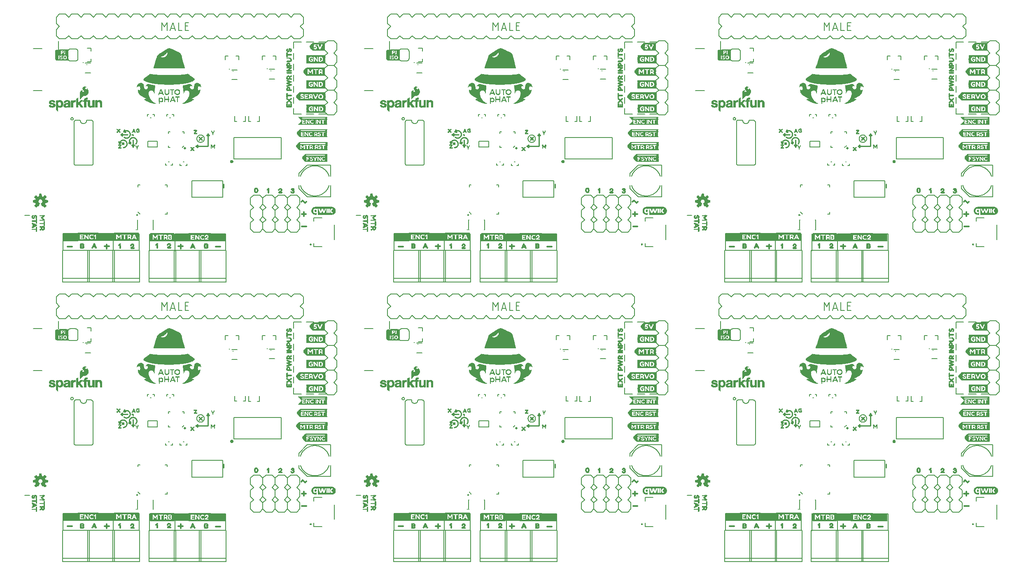
<source format=gto>
G04 EAGLE Gerber RS-274X export*
G75*
%MOMM*%
%FSLAX34Y34*%
%LPD*%
%INSilkscreen Top*%
%IPPOS*%
%AMOC8*
5,1,8,0,0,1.08239X$1,22.5*%
G01*
%ADD10R,0.386075X1.127756*%
%ADD11R,0.444500X1.153163*%
%ADD12C,0.609600*%
%ADD13C,0.254000*%
%ADD14C,0.127000*%
%ADD15C,0.177800*%
%ADD16C,0.203200*%
%ADD17R,3.050538X1.496056*%
%ADD18R,3.380737X1.529081*%
%ADD19R,3.462019X1.638300*%
%ADD20R,0.452119X1.635756*%
%ADD21C,0.304800*%
%ADD22R,2.370000X0.030000*%
%ADD23R,2.370000X0.020000*%
%ADD24R,2.370000X0.040000*%
%ADD25R,0.810000X0.030000*%
%ADD26R,0.600000X0.030000*%
%ADD27R,0.660000X0.030000*%
%ADD28R,0.360000X0.040000*%
%ADD29R,0.210000X0.040000*%
%ADD30R,0.390000X0.040000*%
%ADD31R,0.570000X0.040000*%
%ADD32R,0.360000X0.030000*%
%ADD33R,0.180000X0.030000*%
%ADD34R,0.330000X0.030000*%
%ADD35R,0.510000X0.030000*%
%ADD36R,0.150000X0.030000*%
%ADD37R,0.240000X0.030000*%
%ADD38R,0.480000X0.030000*%
%ADD39R,0.120000X0.030000*%
%ADD40R,0.210000X0.030000*%
%ADD41R,0.450000X0.030000*%
%ADD42R,0.120000X0.040000*%
%ADD43R,0.420000X0.040000*%
%ADD44R,0.090000X0.030000*%
%ADD45R,0.390000X0.030000*%
%ADD46R,0.270000X0.030000*%
%ADD47R,0.090000X0.040000*%
%ADD48R,0.450000X0.040000*%
%ADD49R,0.330000X0.040000*%
%ADD50R,0.150000X0.040000*%
%ADD51R,0.420000X0.030000*%
%ADD52R,0.060000X0.030000*%
%ADD53R,0.060000X0.040000*%
%ADD54R,0.300000X0.030000*%
%ADD55R,0.180000X0.040000*%
%ADD56R,0.510000X0.040000*%
%ADD57R,0.570000X0.030000*%
%ADD58C,0.152400*%
%ADD59C,0.300000*%
%ADD60R,1.590000X0.030000*%
%ADD61R,1.590000X0.020000*%
%ADD62R,1.590000X0.040000*%
%ADD63R,0.240000X0.040000*%
%ADD64C,0.200000*%
%ADD65R,0.040000X0.280000*%
%ADD66R,0.040000X0.880000*%
%ADD67R,0.040000X0.040000*%
%ADD68R,0.040000X0.440000*%
%ADD69R,0.040000X1.000000*%
%ADD70R,0.040000X0.200000*%
%ADD71R,0.040000X1.040000*%
%ADD72R,0.040000X0.560000*%
%ADD73R,0.040000X0.240000*%
%ADD74R,0.040000X0.600000*%
%ADD75R,0.040000X0.680000*%
%ADD76R,0.040000X0.320000*%
%ADD77R,0.040000X0.640000*%
%ADD78R,0.040000X0.960000*%
%ADD79R,0.040000X0.360000*%
%ADD80R,0.040000X0.400000*%
%ADD81R,0.040000X0.160000*%
%ADD82R,0.040000X0.480000*%
%ADD83R,0.040000X0.520000*%
%ADD84R,0.040000X0.800000*%
%ADD85R,0.040000X0.840000*%
%ADD86R,0.040000X0.120000*%
%ADD87R,0.040000X0.920000*%
%ADD88R,0.040000X0.760000*%
%ADD89R,0.040000X0.720000*%
%ADD90R,0.270000X0.040000*%
%ADD91R,0.480000X0.040000*%
%ADD92R,0.540000X0.030000*%
%ADD93R,0.600000X0.040000*%
%ADD94R,0.630000X0.030000*%
%ADD95R,0.630000X0.040000*%
%ADD96R,0.030000X0.030000*%
%ADD97R,0.690000X0.030000*%
%ADD98R,0.750000X0.040000*%
%ADD99R,0.300000X0.040000*%
%ADD100R,0.870000X0.030000*%
%ADD101C,0.508000*%
%ADD102R,3.880000X0.040000*%
%ADD103R,0.840000X0.040000*%
%ADD104R,2.800000X0.040000*%
%ADD105R,0.760000X0.040000*%
%ADD106R,0.320000X0.040000*%
%ADD107R,0.160000X0.040000*%
%ADD108R,0.680000X0.040000*%
%ADD109R,0.200000X0.040000*%
%ADD110R,0.400000X0.040000*%
%ADD111R,0.640000X0.040000*%
%ADD112R,0.560000X0.040000*%
%ADD113R,0.520000X0.040000*%
%ADD114R,0.280000X0.040000*%
%ADD115R,0.720000X0.040000*%
%ADD116R,0.440000X0.040000*%
%ADD117R,0.080000X0.040000*%
%ADD118R,0.800000X0.040000*%
%ADD119R,5.760000X0.040000*%
%ADD120R,5.840000X0.040000*%
%ADD121R,5.880000X0.040000*%
%ADD122R,5.920000X0.040000*%
%ADD123R,6.200000X0.040000*%
%ADD124R,6.240000X0.040000*%
%ADD125R,6.280000X0.040000*%
%ADD126R,6.320000X0.040000*%
%ADD127R,5.960000X0.040000*%
%ADD128R,4.480000X0.040000*%
%ADD129R,4.520000X0.040000*%
%ADD130R,4.600000X0.040000*%
%ADD131R,4.640000X0.040000*%
%ADD132R,4.920000X0.040000*%
%ADD133R,4.960000X0.040000*%
%ADD134R,5.000000X0.040000*%
%ADD135R,5.040000X0.040000*%
%ADD136R,0.880000X0.040000*%
%ADD137R,0.960000X0.040000*%
%ADD138R,1.000000X0.040000*%
%ADD139R,4.680000X0.040000*%
%ADD140R,5.520000X0.040000*%
%ADD141R,5.560000X0.040000*%
%ADD142R,5.640000X0.040000*%
%ADD143R,5.680000X0.040000*%
%ADD144R,6.000000X0.040000*%
%ADD145R,6.040000X0.040000*%
%ADD146R,6.080000X0.040000*%
%ADD147R,0.920000X0.040000*%
%ADD148R,5.720000X0.040000*%
%ADD149R,5.480000X0.040000*%
%ADD150R,5.440000X0.040000*%
%ADD151R,5.800000X0.040000*%
%ADD152R,0.040000X0.080000*%
%ADD153R,0.040000X1.120000*%
%ADD154R,2.400000X0.040000*%
%ADD155R,2.480000X0.040000*%
%ADD156R,2.520000X0.040000*%
%ADD157R,2.560000X0.040000*%
%ADD158R,2.600000X0.040000*%
%ADD159R,2.640000X0.040000*%
%ADD160R,2.680000X0.040000*%
%ADD161R,1.360000X0.040000*%
%ADD162R,1.200000X0.040000*%
%ADD163R,1.240000X0.040000*%
%ADD164R,3.760000X0.040000*%
%ADD165R,3.840000X0.040000*%
%ADD166R,3.920000X0.040000*%
%ADD167R,3.960000X0.040000*%
%ADD168R,4.000000X0.040000*%
%ADD169R,4.040000X0.040000*%
%ADD170R,4.080000X0.040000*%
%ADD171R,5.360000X0.040000*%
%ADD172R,5.600000X0.040000*%
%ADD173R,2.280000X0.040000*%
%ADD174R,1.120000X0.040000*%
%ADD175R,4.280000X0.040000*%
%ADD176R,3.680000X0.040000*%
%ADD177R,1.160000X0.040000*%
%ADD178R,1.040000X0.040000*%
%ADD179R,5.080000X0.040000*%
%ADD180R,0.338581X0.042162*%
%ADD181R,0.508000X0.042419*%
%ADD182R,0.211581X0.042419*%
%ADD183R,0.592838X0.042419*%
%ADD184R,0.677163X0.042162*%
%ADD185R,0.211581X0.042162*%
%ADD186R,0.719581X0.042162*%
%ADD187R,0.762000X0.042419*%
%ADD188R,0.804163X0.042419*%
%ADD189R,0.889000X0.042162*%
%ADD190R,0.889000X0.042419*%
%ADD191R,0.931419X0.042419*%
%ADD192R,0.973838X0.042419*%
%ADD193R,0.254000X0.042419*%
%ADD194R,0.211838X0.042419*%
%ADD195R,1.016000X0.042162*%
%ADD196R,0.465838X0.042162*%
%ADD197R,0.211838X0.042162*%
%ADD198R,0.254000X0.042162*%
%ADD199R,1.058163X0.042419*%
%ADD200R,0.550162X0.042419*%
%ADD201R,1.058419X0.042419*%
%ADD202R,0.846581X0.042419*%
%ADD203R,1.100838X0.042419*%
%ADD204R,1.100581X0.042162*%
%ADD205R,0.381000X0.042162*%
%ADD206R,0.296419X0.042162*%
%ADD207R,1.143000X0.042162*%
%ADD208R,1.143000X0.042419*%
%ADD209R,0.296162X0.042419*%
%ADD210R,1.185163X0.042419*%
%ADD211R,1.185419X0.042419*%
%ADD212R,0.973581X0.042419*%
%ADD213R,1.227838X0.042419*%
%ADD214R,1.185163X0.042162*%
%ADD215R,0.931163X0.042162*%
%ADD216R,1.227581X0.042162*%
%ADD217R,1.270000X0.042419*%
%ADD218R,1.312419X0.042419*%
%ADD219R,0.846838X0.042419*%
%ADD220R,1.312419X0.042162*%
%ADD221R,1.354581X0.042419*%
%ADD222R,1.016000X0.042419*%
%ADD223R,1.354838X0.042419*%
%ADD224R,1.354838X0.042162*%
%ADD225R,0.931163X0.042419*%
%ADD226R,0.804163X0.042162*%
%ADD227R,0.804419X0.042419*%
%ADD228R,0.931419X0.042162*%
%ADD229R,0.423162X0.042419*%
%ADD230R,1.100838X0.042162*%
%ADD231R,0.338838X0.042419*%
%ADD232R,0.296419X0.042419*%
%ADD233R,1.270000X0.042162*%
%ADD234R,1.397000X0.042419*%
%ADD235R,1.439163X0.042162*%
%ADD236R,1.524000X0.042419*%
%ADD237R,1.608581X0.042419*%
%ADD238R,1.608838X0.042162*%
%ADD239R,1.693419X0.042419*%
%ADD240R,1.735838X0.042419*%
%ADD241R,1.735581X0.042162*%
%ADD242R,1.778000X0.042162*%
%ADD243R,1.820419X0.042419*%
%ADD244R,1.778000X0.042419*%
%ADD245R,1.862581X0.042419*%
%ADD246R,1.862581X0.042162*%
%ADD247R,0.635000X0.042162*%
%ADD248R,0.677419X0.042162*%
%ADD249R,1.905000X0.042419*%
%ADD250R,0.719838X0.042419*%
%ADD251R,1.947419X0.042419*%
%ADD252R,0.381000X0.042419*%
%ADD253R,0.423419X0.042419*%
%ADD254R,1.989581X0.042162*%
%ADD255R,0.338838X0.042162*%
%ADD256R,1.989581X0.042419*%
%ADD257R,2.032000X0.042419*%
%ADD258R,2.074419X0.042162*%
%ADD259R,0.042419X0.042162*%
%ADD260R,2.074419X0.042419*%
%ADD261R,0.042419X0.042419*%
%ADD262R,2.116581X0.042419*%
%ADD263R,0.084838X0.042419*%
%ADD264R,2.116581X0.042162*%
%ADD265R,0.084838X0.042162*%
%ADD266R,2.159000X0.042419*%
%ADD267R,2.201419X0.042419*%
%ADD268R,0.127000X0.042419*%
%ADD269R,2.201419X0.042162*%
%ADD270R,0.127000X0.042162*%
%ADD271R,2.286000X0.042419*%
%ADD272R,0.169419X0.042419*%
%ADD273R,2.243581X0.042419*%
%ADD274R,2.328419X0.042162*%
%ADD275R,2.370837X0.042419*%
%ADD276R,2.413000X0.042419*%
%ADD277R,0.338581X0.042419*%
%ADD278R,2.497838X0.042162*%
%ADD279R,0.423162X0.042162*%
%ADD280R,0.296162X0.042162*%
%ADD281R,2.624837X0.042419*%
%ADD282R,3.132581X0.042419*%
%ADD283R,3.175000X0.042419*%
%ADD284R,3.048000X0.042162*%
%ADD285R,3.090419X0.042162*%
%ADD286R,3.048000X0.042419*%
%ADD287R,0.677419X0.042419*%
%ADD288R,1.651000X0.042419*%
%ADD289R,1.566419X0.042162*%
%ADD290R,1.481581X0.042419*%
%ADD291R,0.846581X0.042162*%
%ADD292R,1.481581X0.042162*%
%ADD293R,1.524000X0.042162*%
%ADD294R,1.481838X0.042419*%
%ADD295R,1.481838X0.042162*%
%ADD296R,1.439419X0.042162*%
%ADD297R,1.439419X0.042419*%
%ADD298R,0.084581X0.042162*%
%ADD299R,1.566163X0.042162*%
%ADD300R,0.084581X0.042419*%
%ADD301R,1.566163X0.042419*%
%ADD302R,1.947163X0.042419*%
%ADD303R,1.397000X0.042162*%
%ADD304R,1.905000X0.042162*%
%ADD305R,1.566419X0.042419*%
%ADD306R,1.354581X0.042162*%
%ADD307R,0.719838X0.042162*%
%ADD308R,1.947163X0.042162*%
%ADD309R,3.556000X0.042419*%
%ADD310R,0.465581X0.042419*%
%ADD311R,4.614419X0.042419*%
%ADD312R,5.376419X0.042162*%
%ADD313R,6.011163X0.042419*%
%ADD314R,6.519163X0.042419*%
%ADD315R,0.550162X0.042162*%
%ADD316R,7.027163X0.042162*%
%ADD317R,7.408419X0.042419*%
%ADD318R,7.789163X0.042419*%
%ADD319R,8.128000X0.042162*%
%ADD320R,8.382000X0.042419*%
%ADD321R,8.678419X0.042419*%
%ADD322R,8.890000X0.042162*%
%ADD323R,9.144000X0.042419*%
%ADD324R,9.355581X0.042419*%
%ADD325R,9.567163X0.042162*%
%ADD326R,9.736838X0.042419*%
%ADD327R,9.906000X0.042419*%
%ADD328R,10.033000X0.042162*%
%ADD329R,10.160000X0.042419*%
%ADD330R,10.287000X0.042419*%
%ADD331R,10.371581X0.042162*%
%ADD332R,10.414000X0.042419*%
%ADD333R,10.456419X0.042419*%
%ADD334R,10.498838X0.042162*%
%ADD335R,10.498838X0.042419*%
%ADD336R,10.414000X0.042162*%
%ADD337R,10.329163X0.042419*%
%ADD338R,10.244838X0.042162*%
%ADD339R,10.075163X0.042419*%
%ADD340R,9.990837X0.042419*%
%ADD341R,9.906000X0.042162*%
%ADD342R,9.652000X0.042419*%
%ADD343R,9.482838X0.042162*%
%ADD344R,9.398000X0.042419*%
%ADD345R,9.271000X0.042419*%
%ADD346R,9.144000X0.042162*%
%ADD347R,9.059163X0.042419*%
%ADD348R,8.890000X0.042419*%
%ADD349R,8.805162X0.042162*%
%ADD350R,8.551163X0.042419*%
%ADD351R,8.466838X0.042162*%
%ADD352R,2.540000X0.042419*%
%ADD353R,1.608838X0.042419*%
%ADD354R,0.973581X0.042162*%
%ADD355R,6.434838X0.042419*%
%ADD356R,6.434838X0.042162*%
%ADD357R,6.392419X0.042419*%
%ADD358R,6.350000X0.042162*%
%ADD359R,6.350000X0.042419*%
%ADD360R,6.265163X0.042162*%
%ADD361R,6.265163X0.042419*%
%ADD362R,6.223000X0.042162*%
%ADD363R,6.180837X0.042419*%
%ADD364R,6.138419X0.042162*%
%ADD365R,6.138419X0.042419*%
%ADD366R,6.096000X0.042419*%
%ADD367R,6.053581X0.042162*%
%ADD368R,6.053581X0.042419*%
%ADD369R,5.969000X0.042162*%
%ADD370R,5.969000X0.042419*%
%ADD371R,5.926581X0.042162*%
%ADD372R,5.884419X0.042419*%
%ADD373R,5.842000X0.042162*%
%ADD374R,5.842000X0.042419*%
%ADD375R,5.799581X0.042419*%
%ADD376R,5.757419X0.042162*%
%ADD377R,5.757419X0.042419*%
%ADD378R,5.715000X0.042419*%
%ADD379R,5.672581X0.042162*%
%ADD380R,5.672581X0.042419*%
%ADD381R,5.630419X0.042162*%
%ADD382R,5.588000X0.042419*%
%ADD383R,5.588000X0.042162*%
%ADD384R,5.503419X0.042419*%
%ADD385R,5.503419X0.042162*%
%ADD386R,5.461000X0.042419*%
%ADD387R,5.418581X0.042419*%
%ADD388R,5.418581X0.042162*%
%ADD389R,5.376163X0.042419*%
%ADD390R,5.334000X0.042162*%
%ADD391R,5.291838X0.042419*%
%ADD392R,5.249419X0.042162*%
%ADD393R,5.207000X0.042419*%
%ADD394R,3.852419X0.042419*%
%ADD395R,3.683000X0.042162*%
%ADD396R,3.513581X0.042419*%
%ADD397R,3.429000X0.042419*%
%ADD398R,3.386581X0.042162*%
%ADD399R,3.302000X0.042419*%
%ADD400R,3.217419X0.042419*%
%ADD401R,3.175000X0.042162*%
%ADD402R,1.227581X0.042419*%
%ADD403R,3.132837X0.042419*%
%ADD404R,3.090419X0.042419*%
%ADD405R,3.005581X0.042162*%
%ADD406R,3.005581X0.042419*%
%ADD407R,2.963419X0.042419*%
%ADD408R,2.878581X0.042162*%
%ADD409R,2.878581X0.042419*%
%ADD410R,2.794000X0.042162*%
%ADD411R,2.751581X0.042419*%
%ADD412R,2.709163X0.042162*%
%ADD413R,1.312163X0.042419*%
%ADD414R,2.667000X0.042419*%
%ADD415R,2.624581X0.042419*%
%ADD416R,1.185419X0.042162*%
%ADD417R,2.582162X0.042162*%
%ADD418R,2.455163X0.042419*%
%ADD419R,3.556000X0.042162*%
%ADD420R,3.386837X0.042419*%
%ADD421R,3.217163X0.042419*%
%ADD422R,2.921000X0.042419*%
%ADD423R,2.751838X0.042419*%
%ADD424R,2.455419X0.042419*%
%ADD425R,1.651000X0.042162*%

G36*
X1290577Y137469D02*
X1290577Y137469D01*
X1318074Y137469D01*
X1318076Y137470D01*
X1318078Y137469D01*
X1318605Y137502D01*
X1318606Y137502D01*
X1318608Y137502D01*
X1319660Y137608D01*
X1319662Y137610D01*
X1319666Y137609D01*
X1320182Y137716D01*
X1320184Y137718D01*
X1320187Y137717D01*
X1321198Y138031D01*
X1321199Y138033D01*
X1321203Y138033D01*
X1321688Y138238D01*
X1321690Y138240D01*
X1321694Y138240D01*
X1322623Y138745D01*
X1322625Y138748D01*
X1322629Y138748D01*
X1323063Y139046D01*
X1323064Y139049D01*
X1323067Y139050D01*
X1323883Y139723D01*
X1323884Y139726D01*
X1323888Y139728D01*
X1324253Y140107D01*
X1324254Y140109D01*
X1324256Y140111D01*
X1324929Y140926D01*
X1324930Y140930D01*
X1324934Y140933D01*
X1325215Y141378D01*
X1325215Y141380D01*
X1325217Y141382D01*
X1325722Y142311D01*
X1325721Y142315D01*
X1325725Y142319D01*
X1325911Y142812D01*
X1325910Y142814D01*
X1325912Y142816D01*
X1326226Y143826D01*
X1326225Y143830D01*
X1326228Y143834D01*
X1326313Y144354D01*
X1326312Y144355D01*
X1326314Y144358D01*
X1326420Y145410D01*
X1326418Y145413D01*
X1326420Y145417D01*
X1326412Y145943D01*
X1326410Y145945D01*
X1326411Y145949D01*
X1326305Y147001D01*
X1326303Y147003D01*
X1326304Y147007D01*
X1326202Y147523D01*
X1326200Y147525D01*
X1326200Y147529D01*
X1325887Y148539D01*
X1325884Y148541D01*
X1325885Y148545D01*
X1325683Y149031D01*
X1325681Y149033D01*
X1325681Y149037D01*
X1325176Y149966D01*
X1325174Y149968D01*
X1325173Y149972D01*
X1324878Y150408D01*
X1324876Y150409D01*
X1324875Y150413D01*
X1324202Y151228D01*
X1324199Y151229D01*
X1324197Y151233D01*
X1323820Y151601D01*
X1323818Y151602D01*
X1323817Y151605D01*
X1323001Y152278D01*
X1322997Y152278D01*
X1322995Y152282D01*
X1322551Y152566D01*
X1322549Y152566D01*
X1322548Y152569D01*
X1321618Y153073D01*
X1321614Y153073D01*
X1321611Y153077D01*
X1321119Y153266D01*
X1321117Y153266D01*
X1321115Y153267D01*
X1320105Y153581D01*
X1320102Y153580D01*
X1320097Y153583D01*
X1319579Y153673D01*
X1319577Y153672D01*
X1319574Y153673D01*
X1318522Y153779D01*
X1318281Y153804D01*
X1318278Y153802D01*
X1318275Y153804D01*
X1284959Y153804D01*
X1284430Y153799D01*
X1284428Y153797D01*
X1284425Y153798D01*
X1282846Y153639D01*
X1282842Y153636D01*
X1282834Y153637D01*
X1281319Y153167D01*
X1281315Y153162D01*
X1281307Y153162D01*
X1279914Y152405D01*
X1279911Y152400D01*
X1279904Y152398D01*
X1278686Y151382D01*
X1278684Y151377D01*
X1278677Y151373D01*
X1277679Y150142D01*
X1277679Y150137D01*
X1277673Y150132D01*
X1277168Y149203D01*
X1277169Y149202D01*
X1277167Y149201D01*
X1276932Y148729D01*
X1276933Y148724D01*
X1276928Y148719D01*
X1276615Y147709D01*
X1276615Y147708D01*
X1276614Y147707D01*
X1276475Y147199D01*
X1276476Y147194D01*
X1276473Y147188D01*
X1276320Y145610D01*
X1276323Y145605D01*
X1276320Y145597D01*
X1276480Y144019D01*
X1276483Y144015D01*
X1276482Y144007D01*
X1276948Y142491D01*
X1276952Y142487D01*
X1276953Y142479D01*
X1277704Y141083D01*
X1277709Y141080D01*
X1277711Y141073D01*
X1277774Y140997D01*
X1277981Y140746D01*
X1277982Y140746D01*
X1278189Y140495D01*
X1278397Y140244D01*
X1278605Y139993D01*
X1278722Y139851D01*
X1278728Y139849D01*
X1278731Y139842D01*
X1279961Y138841D01*
X1279966Y138841D01*
X1279971Y138835D01*
X1281371Y138091D01*
X1281376Y138092D01*
X1281382Y138086D01*
X1282900Y137629D01*
X1282905Y137631D01*
X1282912Y137627D01*
X1284490Y137469D01*
X1284493Y137470D01*
X1284496Y137469D01*
X1286993Y137469D01*
X1287012Y137481D01*
X1287035Y137485D01*
X1287041Y137500D01*
X1287050Y137505D01*
X1287048Y137516D01*
X1287055Y137532D01*
X1287054Y137681D01*
X1287054Y142064D01*
X1287047Y142075D01*
X1287049Y142088D01*
X1287030Y142101D01*
X1287017Y142121D01*
X1287004Y142119D01*
X1286993Y142127D01*
X1286959Y142113D01*
X1286950Y142111D01*
X1286948Y142108D01*
X1286945Y142107D01*
X1286723Y141868D01*
X1286342Y141514D01*
X1285909Y141230D01*
X1285437Y141017D01*
X1284935Y140891D01*
X1284419Y140834D01*
X1283898Y140855D01*
X1283379Y140904D01*
X1282877Y141041D01*
X1282386Y141211D01*
X1281933Y141465D01*
X1281516Y141773D01*
X1281129Y142119D01*
X1280821Y142538D01*
X1280544Y142978D01*
X1280329Y143453D01*
X1280169Y143948D01*
X1280044Y144455D01*
X1279945Y145497D01*
X1280010Y146541D01*
X1280125Y147050D01*
X1280258Y147555D01*
X1280474Y148028D01*
X1280728Y148483D01*
X1281034Y148903D01*
X1281406Y149264D01*
X1281809Y149589D01*
X1282263Y149842D01*
X1282747Y150030D01*
X1283244Y150181D01*
X1284285Y150261D01*
X1284802Y150212D01*
X1285308Y150097D01*
X1285790Y149907D01*
X1286232Y149638D01*
X1286633Y149305D01*
X1286948Y149010D01*
X1286959Y149008D01*
X1286965Y148999D01*
X1286990Y149003D01*
X1287015Y148998D01*
X1287021Y149007D01*
X1287032Y149009D01*
X1287051Y149050D01*
X1287054Y149054D01*
X1287053Y149055D01*
X1287054Y149056D01*
X1287054Y150111D01*
X1287058Y150164D01*
X1290003Y150164D01*
X1290003Y137524D01*
X1290015Y137505D01*
X1290019Y137482D01*
X1290034Y137476D01*
X1290039Y137467D01*
X1290050Y137469D01*
X1290066Y137462D01*
X1290577Y137469D01*
G37*
G36*
X609577Y137469D02*
X609577Y137469D01*
X637075Y137469D01*
X637076Y137470D01*
X637079Y137469D01*
X637606Y137502D01*
X637607Y137502D01*
X637608Y137502D01*
X638661Y137608D01*
X638663Y137610D01*
X638667Y137609D01*
X639182Y137716D01*
X639184Y137718D01*
X639188Y137717D01*
X640198Y138031D01*
X640200Y138033D01*
X640204Y138033D01*
X640689Y138238D01*
X640690Y138240D01*
X640694Y138240D01*
X641624Y138745D01*
X641625Y138748D01*
X641629Y138748D01*
X642063Y139046D01*
X642064Y139049D01*
X642068Y139050D01*
X642883Y139723D01*
X642885Y139726D01*
X642889Y139728D01*
X643254Y140107D01*
X643254Y140109D01*
X643257Y140111D01*
X643930Y140926D01*
X643931Y140930D01*
X643935Y140933D01*
X644216Y141378D01*
X644216Y141380D01*
X644218Y141382D01*
X644722Y142311D01*
X644722Y142315D01*
X644726Y142319D01*
X644911Y142812D01*
X644911Y142814D01*
X644913Y142816D01*
X645226Y143826D01*
X645225Y143830D01*
X645228Y143834D01*
X645314Y144354D01*
X645313Y144355D01*
X645314Y144358D01*
X645420Y145410D01*
X645419Y145413D01*
X645421Y145417D01*
X645412Y145943D01*
X645411Y145945D01*
X645412Y145949D01*
X645306Y147001D01*
X645304Y147003D01*
X645305Y147007D01*
X645202Y147523D01*
X645200Y147525D01*
X645201Y147529D01*
X644887Y148539D01*
X644885Y148541D01*
X644885Y148545D01*
X644684Y149031D01*
X644681Y149033D01*
X644681Y149037D01*
X644177Y149966D01*
X644174Y149968D01*
X644173Y149972D01*
X643879Y150408D01*
X643876Y150409D01*
X643875Y150413D01*
X643202Y151228D01*
X643199Y151229D01*
X643198Y151233D01*
X642821Y151601D01*
X642819Y151602D01*
X642817Y151605D01*
X642001Y152278D01*
X641998Y152278D01*
X641995Y152282D01*
X641552Y152566D01*
X641550Y152566D01*
X641548Y152569D01*
X640619Y153073D01*
X640615Y153073D01*
X640611Y153077D01*
X640120Y153266D01*
X640118Y153266D01*
X640116Y153267D01*
X639106Y153581D01*
X639102Y153580D01*
X639098Y153583D01*
X638579Y153673D01*
X638577Y153672D01*
X638575Y153673D01*
X637523Y153779D01*
X637282Y153804D01*
X637279Y153802D01*
X637275Y153804D01*
X603960Y153804D01*
X603959Y153804D01*
X603431Y153799D01*
X603429Y153797D01*
X603425Y153798D01*
X601847Y153639D01*
X601842Y153636D01*
X601834Y153637D01*
X600319Y153167D01*
X600316Y153162D01*
X600308Y153162D01*
X598914Y152405D01*
X598912Y152400D01*
X598904Y152398D01*
X597686Y151382D01*
X597685Y151377D01*
X597678Y151373D01*
X596680Y150142D01*
X596679Y150137D01*
X596674Y150132D01*
X596169Y149203D01*
X596169Y149202D01*
X596168Y149201D01*
X595933Y148729D01*
X595933Y148724D01*
X595929Y148719D01*
X595616Y147709D01*
X595616Y147708D01*
X595615Y147707D01*
X595476Y147199D01*
X595477Y147194D01*
X595474Y147188D01*
X595321Y145610D01*
X595324Y145605D01*
X595321Y145597D01*
X595480Y144019D01*
X595484Y144015D01*
X595483Y144007D01*
X595949Y142491D01*
X595953Y142487D01*
X595953Y142479D01*
X596705Y141083D01*
X596710Y141080D01*
X596712Y141073D01*
X596774Y140997D01*
X596982Y140746D01*
X597190Y140495D01*
X597398Y140244D01*
X597605Y139993D01*
X597723Y139851D01*
X597728Y139849D01*
X597732Y139842D01*
X598961Y138841D01*
X598967Y138841D01*
X598971Y138835D01*
X600371Y138091D01*
X600377Y138092D01*
X600383Y138086D01*
X601900Y137629D01*
X601906Y137631D01*
X601912Y137627D01*
X603491Y137469D01*
X603493Y137470D01*
X603497Y137469D01*
X605993Y137469D01*
X606013Y137481D01*
X606035Y137485D01*
X606042Y137500D01*
X606050Y137505D01*
X606049Y137516D01*
X606056Y137532D01*
X606054Y137681D01*
X606054Y142064D01*
X606047Y142075D01*
X606049Y142088D01*
X606030Y142101D01*
X606018Y142121D01*
X606004Y142119D01*
X605993Y142127D01*
X605960Y142113D01*
X605950Y142111D01*
X605949Y142108D01*
X605946Y142107D01*
X605724Y141868D01*
X605342Y141514D01*
X604910Y141230D01*
X604438Y141017D01*
X603935Y140891D01*
X603419Y140834D01*
X602899Y140855D01*
X602379Y140904D01*
X601877Y141041D01*
X601387Y141211D01*
X600934Y141465D01*
X600516Y141773D01*
X600130Y142119D01*
X599822Y142538D01*
X599545Y142978D01*
X599330Y143453D01*
X599169Y143948D01*
X599044Y144455D01*
X598946Y145497D01*
X599011Y146541D01*
X599125Y147050D01*
X599259Y147555D01*
X599475Y148028D01*
X599728Y148483D01*
X600034Y148903D01*
X600406Y149264D01*
X600810Y149589D01*
X601263Y149842D01*
X601747Y150030D01*
X602245Y150181D01*
X603286Y150261D01*
X603802Y150212D01*
X604308Y150097D01*
X604790Y149907D01*
X605233Y149638D01*
X605634Y149305D01*
X605949Y149010D01*
X605960Y149008D01*
X605966Y148999D01*
X605991Y149003D01*
X606016Y148998D01*
X606022Y149007D01*
X606033Y149009D01*
X606052Y149050D01*
X606054Y149054D01*
X606054Y149055D01*
X606054Y149056D01*
X606054Y150111D01*
X606059Y150164D01*
X609003Y150164D01*
X609003Y137524D01*
X609016Y137505D01*
X609019Y137482D01*
X609035Y137476D01*
X609040Y137467D01*
X609051Y137469D01*
X609067Y137462D01*
X609577Y137469D01*
G37*
G36*
X1971551Y137469D02*
X1971551Y137469D01*
X1999048Y137469D01*
X1999050Y137470D01*
X1999052Y137469D01*
X1999579Y137502D01*
X1999580Y137502D01*
X1999582Y137502D01*
X2000634Y137608D01*
X2000636Y137610D01*
X2000640Y137609D01*
X2001156Y137716D01*
X2001158Y137718D01*
X2001161Y137717D01*
X2002172Y138031D01*
X2002173Y138033D01*
X2002177Y138033D01*
X2002662Y138238D01*
X2002664Y138240D01*
X2002668Y138240D01*
X2003597Y138745D01*
X2003599Y138748D01*
X2003603Y138748D01*
X2004037Y139046D01*
X2004038Y139049D01*
X2004041Y139050D01*
X2004857Y139723D01*
X2004858Y139726D01*
X2004862Y139728D01*
X2005227Y140107D01*
X2005228Y140109D01*
X2005230Y140111D01*
X2005903Y140926D01*
X2005904Y140930D01*
X2005908Y140933D01*
X2006189Y141378D01*
X2006189Y141380D01*
X2006191Y141382D01*
X2006696Y142311D01*
X2006695Y142315D01*
X2006699Y142319D01*
X2006885Y142812D01*
X2006884Y142814D01*
X2006886Y142816D01*
X2007200Y143826D01*
X2007199Y143830D01*
X2007202Y143834D01*
X2007287Y144354D01*
X2007286Y144355D01*
X2007288Y144358D01*
X2007394Y145410D01*
X2007392Y145413D01*
X2007394Y145417D01*
X2007386Y145943D01*
X2007384Y145945D01*
X2007385Y145949D01*
X2007279Y147001D01*
X2007277Y147003D01*
X2007278Y147007D01*
X2007176Y147523D01*
X2007174Y147525D01*
X2007174Y147529D01*
X2006861Y148539D01*
X2006858Y148541D01*
X2006859Y148545D01*
X2006657Y149031D01*
X2006655Y149033D01*
X2006655Y149037D01*
X2006150Y149966D01*
X2006148Y149968D01*
X2006147Y149972D01*
X2005852Y150408D01*
X2005850Y150409D01*
X2005849Y150413D01*
X2005176Y151228D01*
X2005173Y151229D01*
X2005171Y151233D01*
X2004794Y151601D01*
X2004792Y151602D01*
X2004791Y151605D01*
X2003975Y152278D01*
X2003971Y152278D01*
X2003969Y152282D01*
X2003525Y152566D01*
X2003523Y152566D01*
X2003522Y152569D01*
X2002592Y153073D01*
X2002588Y153073D01*
X2002585Y153077D01*
X2002093Y153266D01*
X2002091Y153266D01*
X2002089Y153267D01*
X2001079Y153581D01*
X2001076Y153580D01*
X2001071Y153583D01*
X2000553Y153673D01*
X2000551Y153672D01*
X2000548Y153673D01*
X1999496Y153779D01*
X1999255Y153804D01*
X1999252Y153802D01*
X1999249Y153804D01*
X1965933Y153804D01*
X1965404Y153799D01*
X1965402Y153797D01*
X1965399Y153798D01*
X1963820Y153639D01*
X1963816Y153636D01*
X1963808Y153637D01*
X1962293Y153167D01*
X1962289Y153162D01*
X1962281Y153162D01*
X1960888Y152405D01*
X1960885Y152400D01*
X1960878Y152398D01*
X1959660Y151382D01*
X1959658Y151377D01*
X1959651Y151373D01*
X1958653Y150142D01*
X1958653Y150137D01*
X1958647Y150132D01*
X1958142Y149203D01*
X1958143Y149202D01*
X1958141Y149201D01*
X1957906Y148729D01*
X1957907Y148724D01*
X1957902Y148719D01*
X1957589Y147709D01*
X1957589Y147708D01*
X1957588Y147707D01*
X1957449Y147199D01*
X1957450Y147194D01*
X1957447Y147188D01*
X1957294Y145610D01*
X1957297Y145605D01*
X1957294Y145597D01*
X1957454Y144019D01*
X1957457Y144015D01*
X1957456Y144007D01*
X1957922Y142491D01*
X1957926Y142487D01*
X1957927Y142479D01*
X1958678Y141083D01*
X1958683Y141080D01*
X1958685Y141073D01*
X1958748Y140997D01*
X1958955Y140746D01*
X1958956Y140746D01*
X1959163Y140495D01*
X1959371Y140244D01*
X1959579Y139993D01*
X1959696Y139851D01*
X1959702Y139849D01*
X1959705Y139842D01*
X1960935Y138841D01*
X1960940Y138841D01*
X1960945Y138835D01*
X1962345Y138091D01*
X1962350Y138092D01*
X1962356Y138086D01*
X1963874Y137629D01*
X1963879Y137631D01*
X1963886Y137627D01*
X1965464Y137469D01*
X1965467Y137470D01*
X1965470Y137469D01*
X1967967Y137469D01*
X1967986Y137481D01*
X1968009Y137485D01*
X1968015Y137500D01*
X1968024Y137505D01*
X1968022Y137516D01*
X1968029Y137532D01*
X1968028Y137681D01*
X1968028Y142064D01*
X1968021Y142075D01*
X1968023Y142088D01*
X1968004Y142101D01*
X1967991Y142121D01*
X1967978Y142119D01*
X1967967Y142127D01*
X1967933Y142113D01*
X1967924Y142111D01*
X1967922Y142108D01*
X1967919Y142107D01*
X1967697Y141868D01*
X1967316Y141514D01*
X1966883Y141230D01*
X1966411Y141017D01*
X1965909Y140891D01*
X1965393Y140834D01*
X1964872Y140855D01*
X1964353Y140904D01*
X1963851Y141041D01*
X1963360Y141211D01*
X1962907Y141465D01*
X1962490Y141773D01*
X1962103Y142119D01*
X1961795Y142538D01*
X1961518Y142978D01*
X1961303Y143453D01*
X1961143Y143948D01*
X1961018Y144455D01*
X1960919Y145497D01*
X1960984Y146541D01*
X1961099Y147050D01*
X1961232Y147555D01*
X1961448Y148028D01*
X1961702Y148483D01*
X1962008Y148903D01*
X1962380Y149264D01*
X1962783Y149589D01*
X1963237Y149842D01*
X1963721Y150030D01*
X1964218Y150181D01*
X1965259Y150261D01*
X1965776Y150212D01*
X1966282Y150097D01*
X1966764Y149907D01*
X1967206Y149638D01*
X1967607Y149305D01*
X1967922Y149010D01*
X1967933Y149008D01*
X1967939Y148999D01*
X1967964Y149003D01*
X1967989Y148998D01*
X1967995Y149007D01*
X1968006Y149009D01*
X1968025Y149050D01*
X1968028Y149054D01*
X1968027Y149055D01*
X1968028Y149056D01*
X1968028Y150111D01*
X1968032Y150164D01*
X1970977Y150164D01*
X1970977Y137524D01*
X1970989Y137505D01*
X1970993Y137482D01*
X1971008Y137476D01*
X1971013Y137467D01*
X1971024Y137469D01*
X1971040Y137462D01*
X1971551Y137469D01*
G37*
G36*
X609577Y712880D02*
X609577Y712880D01*
X637075Y712880D01*
X637076Y712881D01*
X637079Y712880D01*
X637606Y712913D01*
X637607Y712914D01*
X637608Y712914D01*
X638661Y713020D01*
X638663Y713022D01*
X638667Y713021D01*
X639182Y713127D01*
X639184Y713129D01*
X639188Y713129D01*
X640198Y713442D01*
X640200Y713445D01*
X640204Y713444D01*
X640689Y713649D01*
X640690Y713652D01*
X640694Y713652D01*
X641624Y714157D01*
X641625Y714159D01*
X641629Y714160D01*
X642063Y714458D01*
X642064Y714460D01*
X642068Y714461D01*
X642883Y715134D01*
X642885Y715138D01*
X642889Y715139D01*
X643254Y715519D01*
X643254Y715521D01*
X643257Y715522D01*
X643930Y716338D01*
X643931Y716342D01*
X643935Y716344D01*
X644216Y716790D01*
X644216Y716792D01*
X644218Y716793D01*
X644722Y717723D01*
X644722Y717727D01*
X644726Y717731D01*
X644911Y718224D01*
X644911Y718225D01*
X644913Y718227D01*
X645226Y719237D01*
X645225Y719241D01*
X645228Y719246D01*
X645314Y719765D01*
X645313Y719767D01*
X645314Y719769D01*
X645420Y720821D01*
X645419Y720824D01*
X645421Y720829D01*
X645412Y721355D01*
X645411Y721357D01*
X645412Y721360D01*
X645306Y722412D01*
X645304Y722415D01*
X645305Y722418D01*
X645202Y722934D01*
X645200Y722937D01*
X645201Y722941D01*
X644887Y723951D01*
X644885Y723953D01*
X644885Y723956D01*
X644684Y724443D01*
X644681Y724444D01*
X644681Y724449D01*
X644177Y725378D01*
X644174Y725379D01*
X644173Y725383D01*
X643879Y725819D01*
X643876Y725821D01*
X643875Y725824D01*
X643202Y726640D01*
X643199Y726641D01*
X643198Y726645D01*
X642821Y727013D01*
X642819Y727013D01*
X642817Y727016D01*
X642001Y727689D01*
X641998Y727690D01*
X641995Y727694D01*
X641552Y727978D01*
X641550Y727978D01*
X641548Y727980D01*
X640619Y728485D01*
X640615Y728485D01*
X640611Y728488D01*
X640120Y728678D01*
X640118Y728677D01*
X640116Y728679D01*
X639106Y728993D01*
X639102Y728992D01*
X639098Y728995D01*
X638579Y729084D01*
X638577Y729083D01*
X638575Y729085D01*
X637523Y729191D01*
X637282Y729215D01*
X637279Y729214D01*
X637275Y729216D01*
X603960Y729216D01*
X603960Y729215D01*
X603959Y729216D01*
X603431Y729210D01*
X603429Y729209D01*
X603425Y729210D01*
X601847Y729051D01*
X601842Y729047D01*
X601834Y729048D01*
X600319Y728578D01*
X600316Y728574D01*
X600308Y728573D01*
X598914Y727816D01*
X598912Y727811D01*
X598904Y727809D01*
X597686Y726794D01*
X597685Y726788D01*
X597678Y726785D01*
X596680Y725553D01*
X596679Y725548D01*
X596674Y725544D01*
X596169Y724614D01*
X596169Y724613D01*
X596168Y724612D01*
X595933Y724140D01*
X595933Y724136D01*
X595929Y724131D01*
X595616Y723121D01*
X595616Y723120D01*
X595615Y723119D01*
X595476Y722610D01*
X595477Y722606D01*
X595474Y722600D01*
X595321Y721021D01*
X595324Y721016D01*
X595321Y721009D01*
X595480Y719430D01*
X595484Y719426D01*
X595483Y719418D01*
X595949Y717902D01*
X595953Y717899D01*
X595953Y717891D01*
X596705Y716494D01*
X596710Y716492D01*
X596712Y716484D01*
X596774Y716409D01*
X596982Y716158D01*
X597190Y715907D01*
X597398Y715656D01*
X597605Y715405D01*
X597723Y715263D01*
X597728Y715261D01*
X597732Y715254D01*
X598961Y714253D01*
X598967Y714252D01*
X598971Y714246D01*
X600371Y713503D01*
X600377Y713503D01*
X600383Y713498D01*
X601900Y713041D01*
X601906Y713042D01*
X601912Y713039D01*
X603491Y712881D01*
X603493Y712882D01*
X603497Y712880D01*
X605993Y712880D01*
X606013Y712893D01*
X606035Y712896D01*
X606042Y712912D01*
X606050Y712917D01*
X606049Y712927D01*
X606056Y712944D01*
X606054Y713093D01*
X606054Y717475D01*
X606047Y717487D01*
X606049Y717500D01*
X606030Y717513D01*
X606018Y717533D01*
X606004Y717531D01*
X605993Y717538D01*
X605960Y717524D01*
X605950Y717523D01*
X605949Y717519D01*
X605946Y717518D01*
X605724Y717279D01*
X605342Y716926D01*
X604910Y716642D01*
X604438Y716429D01*
X603935Y716302D01*
X603419Y716245D01*
X602899Y716267D01*
X602379Y716316D01*
X601877Y716452D01*
X601387Y716622D01*
X600934Y716877D01*
X600516Y717184D01*
X600130Y717531D01*
X599822Y717949D01*
X599545Y718389D01*
X599330Y718864D01*
X599169Y719359D01*
X599044Y719866D01*
X598946Y720908D01*
X599011Y721953D01*
X599125Y722462D01*
X599259Y722966D01*
X599475Y723440D01*
X599728Y723894D01*
X600034Y724314D01*
X600406Y724676D01*
X600810Y725001D01*
X601263Y725253D01*
X601747Y725442D01*
X602245Y725593D01*
X603286Y725672D01*
X603802Y725624D01*
X604308Y725508D01*
X604790Y725318D01*
X605233Y725050D01*
X605634Y724716D01*
X605949Y724422D01*
X605960Y724420D01*
X605966Y724411D01*
X605991Y724414D01*
X606016Y724410D01*
X606022Y724419D01*
X606033Y724421D01*
X606052Y724462D01*
X606054Y724466D01*
X606054Y724467D01*
X606054Y724468D01*
X606054Y725523D01*
X606059Y725576D01*
X609003Y725576D01*
X609003Y712936D01*
X609016Y712917D01*
X609019Y712894D01*
X609035Y712887D01*
X609040Y712879D01*
X609051Y712880D01*
X609067Y712873D01*
X609577Y712880D01*
G37*
G36*
X1290577Y712880D02*
X1290577Y712880D01*
X1318074Y712880D01*
X1318076Y712881D01*
X1318078Y712880D01*
X1318605Y712913D01*
X1318606Y712914D01*
X1318608Y712914D01*
X1319660Y713020D01*
X1319662Y713022D01*
X1319666Y713021D01*
X1320182Y713127D01*
X1320184Y713129D01*
X1320187Y713129D01*
X1321198Y713442D01*
X1321199Y713445D01*
X1321203Y713444D01*
X1321688Y713649D01*
X1321690Y713652D01*
X1321694Y713652D01*
X1322623Y714157D01*
X1322625Y714159D01*
X1322629Y714160D01*
X1323063Y714458D01*
X1323064Y714460D01*
X1323067Y714461D01*
X1323883Y715134D01*
X1323884Y715138D01*
X1323888Y715139D01*
X1324253Y715519D01*
X1324254Y715521D01*
X1324256Y715522D01*
X1324929Y716338D01*
X1324930Y716342D01*
X1324934Y716344D01*
X1325215Y716790D01*
X1325215Y716792D01*
X1325217Y716793D01*
X1325722Y717723D01*
X1325721Y717727D01*
X1325725Y717731D01*
X1325911Y718224D01*
X1325910Y718225D01*
X1325912Y718227D01*
X1326226Y719237D01*
X1326225Y719241D01*
X1326228Y719246D01*
X1326313Y719765D01*
X1326312Y719767D01*
X1326314Y719769D01*
X1326420Y720821D01*
X1326418Y720824D01*
X1326420Y720829D01*
X1326412Y721355D01*
X1326410Y721357D01*
X1326411Y721360D01*
X1326305Y722412D01*
X1326303Y722415D01*
X1326304Y722418D01*
X1326202Y722934D01*
X1326200Y722937D01*
X1326200Y722941D01*
X1325887Y723951D01*
X1325884Y723953D01*
X1325885Y723956D01*
X1325683Y724443D01*
X1325681Y724444D01*
X1325681Y724449D01*
X1325176Y725378D01*
X1325174Y725379D01*
X1325173Y725383D01*
X1324878Y725819D01*
X1324876Y725821D01*
X1324875Y725824D01*
X1324202Y726640D01*
X1324199Y726641D01*
X1324197Y726645D01*
X1323820Y727013D01*
X1323818Y727013D01*
X1323817Y727016D01*
X1323001Y727689D01*
X1322997Y727690D01*
X1322995Y727694D01*
X1322551Y727978D01*
X1322549Y727978D01*
X1322548Y727980D01*
X1321618Y728485D01*
X1321614Y728485D01*
X1321611Y728488D01*
X1321119Y728678D01*
X1321117Y728677D01*
X1321115Y728679D01*
X1320105Y728993D01*
X1320102Y728992D01*
X1320097Y728995D01*
X1319579Y729084D01*
X1319577Y729083D01*
X1319574Y729085D01*
X1318522Y729191D01*
X1318281Y729215D01*
X1318278Y729214D01*
X1318275Y729216D01*
X1284959Y729216D01*
X1284959Y729215D01*
X1284959Y729216D01*
X1284430Y729210D01*
X1284428Y729209D01*
X1284425Y729210D01*
X1282846Y729051D01*
X1282842Y729047D01*
X1282834Y729048D01*
X1281319Y728578D01*
X1281315Y728574D01*
X1281307Y728573D01*
X1279914Y727816D01*
X1279911Y727811D01*
X1279904Y727809D01*
X1278686Y726794D01*
X1278684Y726788D01*
X1278677Y726785D01*
X1277679Y725553D01*
X1277679Y725548D01*
X1277673Y725544D01*
X1277168Y724614D01*
X1277169Y724613D01*
X1277167Y724612D01*
X1276932Y724140D01*
X1276933Y724136D01*
X1276928Y724131D01*
X1276615Y723121D01*
X1276615Y723120D01*
X1276614Y723119D01*
X1276475Y722610D01*
X1276476Y722606D01*
X1276473Y722600D01*
X1276320Y721021D01*
X1276323Y721016D01*
X1276320Y721009D01*
X1276480Y719430D01*
X1276483Y719426D01*
X1276482Y719418D01*
X1276948Y717902D01*
X1276952Y717899D01*
X1276953Y717891D01*
X1277704Y716494D01*
X1277709Y716492D01*
X1277711Y716484D01*
X1277774Y716409D01*
X1277981Y716158D01*
X1277982Y716158D01*
X1278189Y715907D01*
X1278397Y715656D01*
X1278605Y715405D01*
X1278722Y715263D01*
X1278728Y715261D01*
X1278731Y715254D01*
X1279961Y714253D01*
X1279966Y714252D01*
X1279971Y714246D01*
X1281371Y713503D01*
X1281376Y713503D01*
X1281382Y713498D01*
X1282900Y713041D01*
X1282905Y713042D01*
X1282912Y713039D01*
X1284490Y712881D01*
X1284493Y712882D01*
X1284496Y712880D01*
X1286993Y712880D01*
X1287012Y712893D01*
X1287035Y712896D01*
X1287041Y712912D01*
X1287050Y712917D01*
X1287048Y712927D01*
X1287055Y712944D01*
X1287054Y713093D01*
X1287054Y717475D01*
X1287047Y717487D01*
X1287049Y717500D01*
X1287030Y717513D01*
X1287017Y717533D01*
X1287004Y717531D01*
X1286993Y717538D01*
X1286959Y717524D01*
X1286950Y717523D01*
X1286948Y717519D01*
X1286945Y717518D01*
X1286723Y717279D01*
X1286342Y716926D01*
X1285909Y716642D01*
X1285437Y716429D01*
X1284935Y716302D01*
X1284419Y716245D01*
X1283898Y716267D01*
X1283379Y716316D01*
X1282877Y716452D01*
X1282386Y716622D01*
X1281933Y716877D01*
X1281516Y717184D01*
X1281129Y717531D01*
X1280821Y717949D01*
X1280544Y718389D01*
X1280329Y718864D01*
X1280169Y719359D01*
X1280044Y719866D01*
X1279945Y720908D01*
X1280010Y721953D01*
X1280125Y722462D01*
X1280258Y722966D01*
X1280474Y723440D01*
X1280728Y723894D01*
X1281034Y724314D01*
X1281406Y724676D01*
X1281809Y725001D01*
X1282263Y725253D01*
X1282747Y725442D01*
X1283244Y725593D01*
X1284285Y725672D01*
X1284802Y725624D01*
X1285308Y725508D01*
X1285790Y725318D01*
X1286232Y725050D01*
X1286633Y724716D01*
X1286948Y724422D01*
X1286959Y724420D01*
X1286965Y724411D01*
X1286990Y724414D01*
X1287015Y724410D01*
X1287021Y724419D01*
X1287032Y724421D01*
X1287051Y724462D01*
X1287054Y724466D01*
X1287053Y724467D01*
X1287054Y724468D01*
X1287054Y725523D01*
X1287058Y725576D01*
X1290003Y725576D01*
X1290003Y712936D01*
X1290015Y712917D01*
X1290019Y712894D01*
X1290034Y712887D01*
X1290039Y712879D01*
X1290050Y712880D01*
X1290066Y712873D01*
X1290577Y712880D01*
G37*
G36*
X1971551Y712880D02*
X1971551Y712880D01*
X1999048Y712880D01*
X1999050Y712881D01*
X1999052Y712880D01*
X1999579Y712913D01*
X1999580Y712914D01*
X1999582Y712914D01*
X2000634Y713020D01*
X2000636Y713022D01*
X2000640Y713021D01*
X2001156Y713127D01*
X2001158Y713129D01*
X2001161Y713129D01*
X2002172Y713442D01*
X2002173Y713445D01*
X2002177Y713444D01*
X2002662Y713649D01*
X2002664Y713652D01*
X2002668Y713652D01*
X2003597Y714157D01*
X2003599Y714159D01*
X2003603Y714160D01*
X2004037Y714458D01*
X2004038Y714460D01*
X2004041Y714461D01*
X2004857Y715134D01*
X2004858Y715138D01*
X2004862Y715139D01*
X2005227Y715519D01*
X2005228Y715521D01*
X2005230Y715522D01*
X2005903Y716338D01*
X2005904Y716342D01*
X2005908Y716344D01*
X2006189Y716790D01*
X2006189Y716792D01*
X2006191Y716793D01*
X2006696Y717723D01*
X2006695Y717727D01*
X2006699Y717731D01*
X2006885Y718224D01*
X2006884Y718225D01*
X2006886Y718227D01*
X2007200Y719237D01*
X2007199Y719241D01*
X2007202Y719246D01*
X2007287Y719765D01*
X2007286Y719767D01*
X2007288Y719769D01*
X2007394Y720821D01*
X2007392Y720824D01*
X2007394Y720829D01*
X2007386Y721355D01*
X2007384Y721357D01*
X2007385Y721360D01*
X2007279Y722412D01*
X2007277Y722415D01*
X2007278Y722418D01*
X2007176Y722934D01*
X2007174Y722937D01*
X2007174Y722941D01*
X2006861Y723951D01*
X2006858Y723953D01*
X2006859Y723956D01*
X2006657Y724443D01*
X2006655Y724444D01*
X2006655Y724449D01*
X2006150Y725378D01*
X2006148Y725379D01*
X2006147Y725383D01*
X2005852Y725819D01*
X2005850Y725821D01*
X2005849Y725824D01*
X2005176Y726640D01*
X2005173Y726641D01*
X2005171Y726645D01*
X2004794Y727013D01*
X2004792Y727013D01*
X2004791Y727016D01*
X2003975Y727689D01*
X2003971Y727690D01*
X2003969Y727694D01*
X2003525Y727978D01*
X2003523Y727978D01*
X2003522Y727980D01*
X2002592Y728485D01*
X2002588Y728485D01*
X2002585Y728488D01*
X2002093Y728678D01*
X2002091Y728677D01*
X2002089Y728679D01*
X2001079Y728993D01*
X2001076Y728992D01*
X2001071Y728995D01*
X2000553Y729084D01*
X2000551Y729083D01*
X2000548Y729085D01*
X1999496Y729191D01*
X1999255Y729215D01*
X1999252Y729214D01*
X1999249Y729216D01*
X1965933Y729216D01*
X1965933Y729215D01*
X1965933Y729216D01*
X1965404Y729210D01*
X1965402Y729209D01*
X1965399Y729210D01*
X1963820Y729051D01*
X1963816Y729047D01*
X1963808Y729048D01*
X1962293Y728578D01*
X1962289Y728574D01*
X1962281Y728573D01*
X1960888Y727816D01*
X1960885Y727811D01*
X1960878Y727809D01*
X1959660Y726794D01*
X1959658Y726788D01*
X1959651Y726785D01*
X1958653Y725553D01*
X1958653Y725548D01*
X1958647Y725544D01*
X1958142Y724614D01*
X1958143Y724613D01*
X1958141Y724612D01*
X1957906Y724140D01*
X1957907Y724136D01*
X1957902Y724131D01*
X1957589Y723121D01*
X1957589Y723120D01*
X1957588Y723119D01*
X1957449Y722610D01*
X1957450Y722606D01*
X1957447Y722600D01*
X1957294Y721021D01*
X1957297Y721016D01*
X1957294Y721009D01*
X1957454Y719430D01*
X1957457Y719426D01*
X1957456Y719418D01*
X1957922Y717902D01*
X1957926Y717899D01*
X1957927Y717891D01*
X1958678Y716494D01*
X1958683Y716492D01*
X1958685Y716484D01*
X1958748Y716409D01*
X1958955Y716158D01*
X1958956Y716158D01*
X1959163Y715907D01*
X1959371Y715656D01*
X1959579Y715405D01*
X1959696Y715263D01*
X1959702Y715261D01*
X1959705Y715254D01*
X1960935Y714253D01*
X1960940Y714252D01*
X1960945Y714246D01*
X1962345Y713503D01*
X1962350Y713503D01*
X1962356Y713498D01*
X1963874Y713041D01*
X1963879Y713042D01*
X1963886Y713039D01*
X1965464Y712881D01*
X1965467Y712882D01*
X1965470Y712880D01*
X1967967Y712880D01*
X1967986Y712893D01*
X1968009Y712896D01*
X1968015Y712912D01*
X1968024Y712917D01*
X1968022Y712927D01*
X1968029Y712944D01*
X1968028Y713093D01*
X1968028Y717475D01*
X1968021Y717487D01*
X1968023Y717500D01*
X1968004Y717513D01*
X1967991Y717533D01*
X1967978Y717531D01*
X1967967Y717538D01*
X1967933Y717524D01*
X1967924Y717523D01*
X1967922Y717519D01*
X1967919Y717518D01*
X1967697Y717279D01*
X1967316Y716926D01*
X1966883Y716642D01*
X1966411Y716429D01*
X1965909Y716302D01*
X1965393Y716245D01*
X1964872Y716267D01*
X1964353Y716316D01*
X1963851Y716452D01*
X1963360Y716622D01*
X1962907Y716877D01*
X1962490Y717184D01*
X1962103Y717531D01*
X1961795Y717949D01*
X1961518Y718389D01*
X1961303Y718864D01*
X1961143Y719359D01*
X1961018Y719866D01*
X1960919Y720908D01*
X1960984Y721953D01*
X1961099Y722462D01*
X1961232Y722966D01*
X1961448Y723440D01*
X1961702Y723894D01*
X1962008Y724314D01*
X1962380Y724676D01*
X1962783Y725001D01*
X1963237Y725253D01*
X1963721Y725442D01*
X1964218Y725593D01*
X1965259Y725672D01*
X1965776Y725624D01*
X1966282Y725508D01*
X1966764Y725318D01*
X1967206Y725050D01*
X1967607Y724716D01*
X1967922Y724422D01*
X1967933Y724420D01*
X1967939Y724411D01*
X1967964Y724414D01*
X1967989Y724410D01*
X1967995Y724419D01*
X1968006Y724421D01*
X1968025Y724462D01*
X1968028Y724466D01*
X1968027Y724467D01*
X1968028Y724468D01*
X1968028Y725523D01*
X1968032Y725576D01*
X1970977Y725576D01*
X1970977Y712936D01*
X1970989Y712917D01*
X1970993Y712894D01*
X1971008Y712887D01*
X1971013Y712879D01*
X1971024Y712880D01*
X1971040Y712873D01*
X1971551Y712880D01*
G37*
G36*
X728420Y727957D02*
X728420Y727957D01*
X728528Y727968D01*
X728540Y727973D01*
X728554Y727975D01*
X728651Y728023D01*
X728750Y728068D01*
X728764Y728079D01*
X728772Y728084D01*
X728788Y728099D01*
X728864Y728162D01*
X731449Y730747D01*
X731513Y730835D01*
X731579Y730921D01*
X731583Y730934D01*
X731591Y730945D01*
X731623Y731049D01*
X731658Y731152D01*
X731658Y731165D01*
X731662Y731179D01*
X731659Y731287D01*
X731659Y731396D01*
X731655Y731409D01*
X731654Y731423D01*
X731616Y731524D01*
X731582Y731627D01*
X731572Y731642D01*
X731568Y731651D01*
X731555Y731668D01*
X731500Y731750D01*
X728736Y735140D01*
X729294Y736222D01*
X729300Y736241D01*
X729341Y736337D01*
X729712Y737496D01*
X734063Y737938D01*
X734168Y737967D01*
X734274Y737991D01*
X734285Y737998D01*
X734299Y738002D01*
X734389Y738063D01*
X734481Y738120D01*
X734490Y738131D01*
X734501Y738138D01*
X734567Y738225D01*
X734636Y738308D01*
X734641Y738321D01*
X734649Y738332D01*
X734684Y738435D01*
X734722Y738537D01*
X734724Y738554D01*
X734727Y738564D01*
X734727Y738585D01*
X734737Y738684D01*
X734737Y742340D01*
X734719Y742447D01*
X734705Y742554D01*
X734699Y742567D01*
X734697Y742580D01*
X734646Y742676D01*
X734598Y742774D01*
X734588Y742783D01*
X734582Y742796D01*
X734503Y742870D01*
X734426Y742947D01*
X734414Y742953D01*
X734404Y742962D01*
X734305Y743007D01*
X734208Y743056D01*
X734191Y743059D01*
X734182Y743063D01*
X734160Y743065D01*
X734063Y743085D01*
X729712Y743527D01*
X729341Y744687D01*
X729332Y744704D01*
X729330Y744712D01*
X729327Y744718D01*
X729294Y744801D01*
X728736Y745883D01*
X731500Y749273D01*
X731554Y749367D01*
X731611Y749459D01*
X731615Y749473D01*
X731621Y749485D01*
X731642Y749591D01*
X731667Y749697D01*
X731666Y749711D01*
X731668Y749724D01*
X731654Y749832D01*
X731643Y749940D01*
X731638Y749952D01*
X731636Y749966D01*
X731588Y750063D01*
X731543Y750162D01*
X731532Y750176D01*
X731527Y750185D01*
X731512Y750200D01*
X731449Y750276D01*
X728864Y752861D01*
X728776Y752925D01*
X728690Y752991D01*
X728677Y752996D01*
X728666Y753004D01*
X728562Y753035D01*
X728459Y753070D01*
X728446Y753070D01*
X728432Y753074D01*
X728324Y753071D01*
X728215Y753071D01*
X728202Y753067D01*
X728189Y753067D01*
X728087Y753028D01*
X727984Y752994D01*
X727969Y752984D01*
X727960Y752981D01*
X727943Y752967D01*
X727861Y752912D01*
X724471Y750148D01*
X723389Y750706D01*
X723370Y750712D01*
X723275Y750753D01*
X722115Y751125D01*
X721673Y755475D01*
X721644Y755580D01*
X721620Y755686D01*
X721613Y755698D01*
X721609Y755711D01*
X721548Y755801D01*
X721491Y755893D01*
X721481Y755902D01*
X721473Y755913D01*
X721386Y755979D01*
X721303Y756048D01*
X721290Y756053D01*
X721279Y756061D01*
X721176Y756096D01*
X721074Y756134D01*
X721057Y756136D01*
X721048Y756139D01*
X721026Y756139D01*
X720927Y756149D01*
X717271Y756149D01*
X717164Y756131D01*
X717057Y756117D01*
X717044Y756111D01*
X717031Y756109D01*
X716935Y756058D01*
X716837Y756010D01*
X716828Y756001D01*
X716815Y755994D01*
X716741Y755915D01*
X716664Y755839D01*
X716658Y755826D01*
X716649Y755816D01*
X716604Y755717D01*
X716555Y755620D01*
X716552Y755603D01*
X716548Y755594D01*
X716546Y755572D01*
X716526Y755475D01*
X716084Y751125D01*
X714924Y750753D01*
X714906Y750744D01*
X714810Y750706D01*
X713728Y750148D01*
X710338Y752912D01*
X710244Y752966D01*
X710152Y753024D01*
X710138Y753027D01*
X710126Y753034D01*
X710020Y753054D01*
X709914Y753079D01*
X709900Y753078D01*
X709887Y753081D01*
X709779Y753066D01*
X709671Y753056D01*
X709659Y753050D01*
X709645Y753048D01*
X709548Y753000D01*
X709449Y752955D01*
X709435Y752944D01*
X709426Y752939D01*
X709411Y752924D01*
X709335Y752861D01*
X706750Y750276D01*
X706686Y750188D01*
X706620Y750102D01*
X706616Y750089D01*
X706607Y750078D01*
X706576Y749975D01*
X706541Y749872D01*
X706541Y749858D01*
X706537Y749845D01*
X706540Y749736D01*
X706540Y749628D01*
X706544Y749615D01*
X706545Y749601D01*
X706583Y749499D01*
X706617Y749396D01*
X706627Y749382D01*
X706630Y749372D01*
X706644Y749355D01*
X706699Y749273D01*
X709463Y745883D01*
X708905Y744801D01*
X708899Y744782D01*
X708858Y744687D01*
X708486Y743527D01*
X704136Y743085D01*
X704031Y743057D01*
X703925Y743032D01*
X703913Y743025D01*
X703900Y743021D01*
X703810Y742961D01*
X703718Y742903D01*
X703709Y742893D01*
X703698Y742885D01*
X703632Y742799D01*
X703563Y742715D01*
X703558Y742702D01*
X703550Y742691D01*
X703515Y742588D01*
X703477Y742487D01*
X703475Y742469D01*
X703472Y742460D01*
X703472Y742438D01*
X703462Y742340D01*
X703462Y738684D01*
X703480Y738576D01*
X703494Y738469D01*
X703500Y738457D01*
X703502Y738443D01*
X703553Y738347D01*
X703601Y738250D01*
X703610Y738240D01*
X703617Y738228D01*
X703696Y738154D01*
X703772Y738076D01*
X703785Y738070D01*
X703795Y738061D01*
X703894Y738016D01*
X703991Y737968D01*
X704008Y737964D01*
X704017Y737960D01*
X704039Y737958D01*
X704136Y737938D01*
X708486Y737496D01*
X708858Y736337D01*
X708867Y736318D01*
X708905Y736222D01*
X709463Y735140D01*
X706699Y731750D01*
X706645Y731656D01*
X706587Y731564D01*
X706584Y731550D01*
X706577Y731538D01*
X706557Y731432D01*
X706532Y731326D01*
X706533Y731312D01*
X706531Y731299D01*
X706545Y731191D01*
X706556Y731083D01*
X706561Y731071D01*
X706563Y731057D01*
X706611Y730960D01*
X706656Y730861D01*
X706667Y730847D01*
X706672Y730839D01*
X706687Y730823D01*
X706750Y730747D01*
X709335Y728162D01*
X709423Y728098D01*
X709509Y728032D01*
X709522Y728028D01*
X709533Y728020D01*
X709636Y727988D01*
X709739Y727953D01*
X709753Y727953D01*
X709766Y727949D01*
X709875Y727952D01*
X709983Y727952D01*
X709997Y727956D01*
X710010Y727957D01*
X710112Y727995D01*
X710215Y728029D01*
X710230Y728039D01*
X710239Y728043D01*
X710256Y728056D01*
X710338Y728111D01*
X713728Y730875D01*
X714809Y730318D01*
X714862Y730300D01*
X714911Y730274D01*
X714977Y730263D01*
X715042Y730243D01*
X715097Y730243D01*
X715152Y730234D01*
X715218Y730245D01*
X715285Y730246D01*
X715338Y730265D01*
X715393Y730274D01*
X715452Y730306D01*
X715515Y730328D01*
X715559Y730363D01*
X715608Y730389D01*
X715654Y730438D01*
X715707Y730480D01*
X715737Y730526D01*
X715775Y730567D01*
X715831Y730672D01*
X715839Y730684D01*
X715841Y730689D01*
X715845Y730697D01*
X717998Y735894D01*
X718017Y735977D01*
X718023Y735990D01*
X718024Y736006D01*
X718049Y736092D01*
X718049Y736112D01*
X718053Y736131D01*
X718045Y736214D01*
X718047Y736233D01*
X718042Y736253D01*
X718038Y736336D01*
X718031Y736354D01*
X718029Y736374D01*
X717998Y736444D01*
X717992Y736470D01*
X717976Y736495D01*
X717950Y736563D01*
X717937Y736578D01*
X717929Y736597D01*
X717883Y736645D01*
X717863Y736678D01*
X717832Y736703D01*
X717793Y736750D01*
X717771Y736765D01*
X717762Y736775D01*
X717740Y736786D01*
X717677Y736830D01*
X717674Y736833D01*
X717673Y736833D01*
X717671Y736834D01*
X716787Y737329D01*
X716108Y737957D01*
X715594Y738726D01*
X715275Y739593D01*
X715166Y740511D01*
X715279Y741446D01*
X715611Y742327D01*
X716142Y743104D01*
X716843Y743732D01*
X717674Y744176D01*
X718586Y744410D01*
X719527Y744420D01*
X720444Y744206D01*
X721283Y743780D01*
X721998Y743168D01*
X722546Y742402D01*
X722897Y741529D01*
X723030Y740597D01*
X722938Y739660D01*
X722626Y738772D01*
X722112Y737983D01*
X721425Y737340D01*
X720526Y736833D01*
X720485Y736801D01*
X720444Y736779D01*
X720413Y736746D01*
X720364Y736711D01*
X720352Y736694D01*
X720335Y736681D01*
X720301Y736626D01*
X720277Y736601D01*
X720263Y736570D01*
X720222Y736513D01*
X720216Y736492D01*
X720204Y736475D01*
X720186Y736401D01*
X720176Y736378D01*
X720174Y736355D01*
X720151Y736279D01*
X720151Y736258D01*
X720146Y736238D01*
X720154Y736153D01*
X720152Y736136D01*
X720156Y736119D01*
X720158Y736035D01*
X720166Y736009D01*
X720168Y735995D01*
X720178Y735972D01*
X720201Y735894D01*
X720510Y735149D01*
X720510Y735148D01*
X720820Y734400D01*
X720820Y734399D01*
X721131Y733650D01*
X721441Y732901D01*
X721751Y732152D01*
X721752Y732152D01*
X721752Y732151D01*
X722062Y731403D01*
X722062Y731402D01*
X722354Y730697D01*
X722384Y730650D01*
X722404Y730598D01*
X722448Y730547D01*
X722483Y730490D01*
X722526Y730454D01*
X722562Y730412D01*
X722620Y730378D01*
X722672Y730335D01*
X722724Y730315D01*
X722771Y730287D01*
X722837Y730273D01*
X722900Y730249D01*
X722956Y730247D01*
X723010Y730235D01*
X723077Y730243D01*
X723144Y730241D01*
X723197Y730257D01*
X723252Y730263D01*
X723364Y730307D01*
X723377Y730311D01*
X723381Y730314D01*
X723390Y730318D01*
X724471Y730875D01*
X727861Y728111D01*
X727955Y728057D01*
X728047Y728000D01*
X728061Y727996D01*
X728073Y727990D01*
X728179Y727969D01*
X728285Y727944D01*
X728299Y727945D01*
X728312Y727943D01*
X728420Y727957D01*
G37*
G36*
X1409394Y727957D02*
X1409394Y727957D01*
X1409502Y727968D01*
X1409514Y727973D01*
X1409528Y727975D01*
X1409625Y728023D01*
X1409724Y728068D01*
X1409738Y728079D01*
X1409746Y728084D01*
X1409762Y728099D01*
X1409838Y728162D01*
X1412423Y730747D01*
X1412487Y730835D01*
X1412553Y730921D01*
X1412557Y730934D01*
X1412565Y730945D01*
X1412597Y731049D01*
X1412632Y731152D01*
X1412632Y731165D01*
X1412636Y731179D01*
X1412633Y731287D01*
X1412633Y731396D01*
X1412629Y731409D01*
X1412628Y731423D01*
X1412590Y731524D01*
X1412556Y731627D01*
X1412546Y731642D01*
X1412542Y731651D01*
X1412529Y731668D01*
X1412474Y731750D01*
X1409710Y735140D01*
X1410268Y736222D01*
X1410274Y736241D01*
X1410315Y736337D01*
X1410686Y737496D01*
X1415037Y737938D01*
X1415142Y737967D01*
X1415248Y737991D01*
X1415259Y737998D01*
X1415273Y738002D01*
X1415363Y738063D01*
X1415455Y738120D01*
X1415464Y738131D01*
X1415475Y738138D01*
X1415541Y738225D01*
X1415610Y738308D01*
X1415615Y738321D01*
X1415623Y738332D01*
X1415658Y738435D01*
X1415696Y738537D01*
X1415698Y738554D01*
X1415701Y738564D01*
X1415701Y738585D01*
X1415711Y738684D01*
X1415711Y742340D01*
X1415693Y742447D01*
X1415679Y742554D01*
X1415673Y742567D01*
X1415671Y742580D01*
X1415620Y742676D01*
X1415572Y742774D01*
X1415562Y742783D01*
X1415556Y742796D01*
X1415477Y742870D01*
X1415400Y742947D01*
X1415388Y742953D01*
X1415378Y742962D01*
X1415279Y743007D01*
X1415182Y743056D01*
X1415165Y743059D01*
X1415156Y743063D01*
X1415134Y743065D01*
X1415037Y743085D01*
X1410686Y743527D01*
X1410315Y744687D01*
X1410306Y744704D01*
X1410304Y744712D01*
X1410301Y744718D01*
X1410268Y744801D01*
X1409710Y745883D01*
X1412474Y749273D01*
X1412528Y749367D01*
X1412585Y749459D01*
X1412589Y749473D01*
X1412595Y749485D01*
X1412616Y749591D01*
X1412641Y749697D01*
X1412640Y749711D01*
X1412642Y749724D01*
X1412628Y749832D01*
X1412617Y749940D01*
X1412612Y749952D01*
X1412610Y749966D01*
X1412562Y750063D01*
X1412517Y750162D01*
X1412506Y750176D01*
X1412501Y750185D01*
X1412486Y750200D01*
X1412423Y750276D01*
X1409838Y752861D01*
X1409750Y752925D01*
X1409664Y752991D01*
X1409651Y752996D01*
X1409640Y753004D01*
X1409536Y753035D01*
X1409433Y753070D01*
X1409420Y753070D01*
X1409406Y753074D01*
X1409298Y753071D01*
X1409189Y753071D01*
X1409176Y753067D01*
X1409163Y753067D01*
X1409061Y753028D01*
X1408958Y752994D01*
X1408943Y752984D01*
X1408934Y752981D01*
X1408917Y752967D01*
X1408835Y752912D01*
X1405445Y750148D01*
X1404363Y750706D01*
X1404344Y750712D01*
X1404249Y750753D01*
X1403089Y751125D01*
X1402647Y755475D01*
X1402618Y755580D01*
X1402594Y755686D01*
X1402587Y755698D01*
X1402583Y755711D01*
X1402522Y755801D01*
X1402465Y755893D01*
X1402455Y755902D01*
X1402447Y755913D01*
X1402360Y755979D01*
X1402277Y756048D01*
X1402264Y756053D01*
X1402253Y756061D01*
X1402150Y756096D01*
X1402048Y756134D01*
X1402031Y756136D01*
X1402022Y756139D01*
X1402000Y756139D01*
X1401901Y756149D01*
X1398245Y756149D01*
X1398138Y756131D01*
X1398031Y756117D01*
X1398018Y756111D01*
X1398005Y756109D01*
X1397909Y756058D01*
X1397811Y756010D01*
X1397802Y756001D01*
X1397789Y755994D01*
X1397715Y755915D01*
X1397638Y755839D01*
X1397632Y755826D01*
X1397623Y755816D01*
X1397578Y755717D01*
X1397529Y755620D01*
X1397526Y755603D01*
X1397522Y755594D01*
X1397520Y755572D01*
X1397500Y755475D01*
X1397058Y751125D01*
X1395898Y750753D01*
X1395880Y750744D01*
X1395784Y750706D01*
X1394702Y750148D01*
X1391312Y752912D01*
X1391218Y752966D01*
X1391126Y753024D01*
X1391112Y753027D01*
X1391100Y753034D01*
X1390994Y753054D01*
X1390888Y753079D01*
X1390874Y753078D01*
X1390861Y753081D01*
X1390753Y753066D01*
X1390645Y753056D01*
X1390633Y753050D01*
X1390619Y753048D01*
X1390522Y753000D01*
X1390423Y752955D01*
X1390409Y752944D01*
X1390400Y752939D01*
X1390385Y752924D01*
X1390309Y752861D01*
X1387724Y750276D01*
X1387660Y750188D01*
X1387594Y750102D01*
X1387590Y750089D01*
X1387581Y750078D01*
X1387550Y749975D01*
X1387515Y749872D01*
X1387515Y749858D01*
X1387511Y749845D01*
X1387514Y749736D01*
X1387514Y749628D01*
X1387518Y749615D01*
X1387519Y749601D01*
X1387557Y749499D01*
X1387591Y749396D01*
X1387601Y749382D01*
X1387604Y749372D01*
X1387618Y749355D01*
X1387673Y749273D01*
X1390437Y745883D01*
X1389879Y744801D01*
X1389873Y744782D01*
X1389832Y744687D01*
X1389460Y743527D01*
X1385110Y743085D01*
X1385005Y743057D01*
X1384899Y743032D01*
X1384887Y743025D01*
X1384874Y743021D01*
X1384784Y742961D01*
X1384692Y742903D01*
X1384683Y742893D01*
X1384672Y742885D01*
X1384606Y742799D01*
X1384537Y742715D01*
X1384532Y742702D01*
X1384524Y742691D01*
X1384489Y742588D01*
X1384451Y742487D01*
X1384449Y742469D01*
X1384446Y742460D01*
X1384446Y742438D01*
X1384436Y742340D01*
X1384436Y738684D01*
X1384454Y738576D01*
X1384468Y738469D01*
X1384474Y738457D01*
X1384476Y738443D01*
X1384527Y738347D01*
X1384575Y738250D01*
X1384584Y738240D01*
X1384591Y738228D01*
X1384670Y738154D01*
X1384746Y738076D01*
X1384759Y738070D01*
X1384769Y738061D01*
X1384868Y738016D01*
X1384965Y737968D01*
X1384982Y737964D01*
X1384991Y737960D01*
X1385013Y737958D01*
X1385110Y737938D01*
X1389460Y737496D01*
X1389832Y736337D01*
X1389841Y736318D01*
X1389879Y736222D01*
X1390437Y735140D01*
X1387673Y731750D01*
X1387619Y731656D01*
X1387561Y731564D01*
X1387558Y731550D01*
X1387551Y731538D01*
X1387531Y731432D01*
X1387506Y731326D01*
X1387507Y731312D01*
X1387505Y731299D01*
X1387519Y731191D01*
X1387530Y731083D01*
X1387535Y731071D01*
X1387537Y731057D01*
X1387585Y730960D01*
X1387630Y730861D01*
X1387641Y730847D01*
X1387646Y730839D01*
X1387661Y730823D01*
X1387724Y730747D01*
X1390309Y728162D01*
X1390397Y728098D01*
X1390483Y728032D01*
X1390496Y728028D01*
X1390507Y728020D01*
X1390610Y727988D01*
X1390713Y727953D01*
X1390727Y727953D01*
X1390740Y727949D01*
X1390849Y727952D01*
X1390957Y727952D01*
X1390971Y727956D01*
X1390984Y727957D01*
X1391086Y727995D01*
X1391189Y728029D01*
X1391204Y728039D01*
X1391213Y728043D01*
X1391230Y728056D01*
X1391312Y728111D01*
X1394702Y730875D01*
X1395783Y730318D01*
X1395836Y730300D01*
X1395885Y730274D01*
X1395951Y730263D01*
X1396016Y730243D01*
X1396071Y730243D01*
X1396126Y730234D01*
X1396192Y730245D01*
X1396259Y730246D01*
X1396312Y730265D01*
X1396367Y730274D01*
X1396426Y730306D01*
X1396489Y730328D01*
X1396533Y730363D01*
X1396582Y730389D01*
X1396628Y730438D01*
X1396681Y730480D01*
X1396711Y730526D01*
X1396749Y730567D01*
X1396805Y730672D01*
X1396813Y730684D01*
X1396815Y730689D01*
X1396819Y730697D01*
X1398972Y735894D01*
X1398991Y735977D01*
X1398997Y735990D01*
X1398998Y736006D01*
X1399023Y736092D01*
X1399023Y736112D01*
X1399027Y736131D01*
X1399019Y736214D01*
X1399021Y736233D01*
X1399016Y736253D01*
X1399012Y736336D01*
X1399005Y736354D01*
X1399003Y736374D01*
X1398972Y736444D01*
X1398966Y736470D01*
X1398950Y736495D01*
X1398924Y736563D01*
X1398911Y736578D01*
X1398903Y736597D01*
X1398857Y736645D01*
X1398837Y736678D01*
X1398806Y736703D01*
X1398767Y736750D01*
X1398745Y736765D01*
X1398736Y736775D01*
X1398714Y736786D01*
X1398651Y736830D01*
X1398648Y736833D01*
X1398647Y736833D01*
X1398645Y736834D01*
X1397761Y737329D01*
X1397082Y737957D01*
X1396568Y738726D01*
X1396249Y739593D01*
X1396140Y740511D01*
X1396253Y741446D01*
X1396585Y742327D01*
X1397116Y743104D01*
X1397817Y743732D01*
X1398648Y744176D01*
X1399560Y744410D01*
X1400501Y744420D01*
X1401418Y744206D01*
X1402257Y743780D01*
X1402972Y743168D01*
X1403520Y742402D01*
X1403871Y741529D01*
X1404004Y740597D01*
X1403912Y739660D01*
X1403600Y738772D01*
X1403086Y737983D01*
X1402399Y737340D01*
X1401500Y736833D01*
X1401459Y736801D01*
X1401418Y736779D01*
X1401387Y736746D01*
X1401338Y736711D01*
X1401326Y736694D01*
X1401309Y736681D01*
X1401275Y736626D01*
X1401251Y736601D01*
X1401237Y736570D01*
X1401196Y736513D01*
X1401190Y736492D01*
X1401178Y736475D01*
X1401160Y736401D01*
X1401150Y736378D01*
X1401148Y736355D01*
X1401125Y736279D01*
X1401125Y736258D01*
X1401120Y736238D01*
X1401128Y736153D01*
X1401126Y736136D01*
X1401130Y736119D01*
X1401132Y736035D01*
X1401140Y736009D01*
X1401142Y735995D01*
X1401152Y735972D01*
X1401175Y735894D01*
X1401484Y735149D01*
X1401484Y735148D01*
X1401794Y734400D01*
X1401794Y734399D01*
X1402105Y733650D01*
X1402415Y732901D01*
X1402725Y732152D01*
X1402726Y732152D01*
X1402726Y732151D01*
X1403036Y731403D01*
X1403036Y731402D01*
X1403328Y730697D01*
X1403358Y730650D01*
X1403378Y730598D01*
X1403422Y730547D01*
X1403457Y730490D01*
X1403500Y730454D01*
X1403536Y730412D01*
X1403594Y730378D01*
X1403646Y730335D01*
X1403698Y730315D01*
X1403745Y730287D01*
X1403811Y730273D01*
X1403874Y730249D01*
X1403930Y730247D01*
X1403984Y730235D01*
X1404051Y730243D01*
X1404118Y730241D01*
X1404171Y730257D01*
X1404226Y730263D01*
X1404338Y730307D01*
X1404351Y730311D01*
X1404355Y730314D01*
X1404364Y730318D01*
X1405445Y730875D01*
X1408835Y728111D01*
X1408929Y728057D01*
X1409021Y728000D01*
X1409035Y727996D01*
X1409047Y727990D01*
X1409153Y727969D01*
X1409259Y727944D01*
X1409273Y727945D01*
X1409286Y727943D01*
X1409394Y727957D01*
G37*
G36*
X728420Y152546D02*
X728420Y152546D01*
X728528Y152556D01*
X728540Y152562D01*
X728554Y152564D01*
X728651Y152612D01*
X728750Y152657D01*
X728764Y152668D01*
X728772Y152672D01*
X728788Y152688D01*
X728864Y152750D01*
X731449Y155335D01*
X731513Y155424D01*
X731579Y155509D01*
X731583Y155522D01*
X731591Y155534D01*
X731623Y155637D01*
X731658Y155740D01*
X731658Y155754D01*
X731662Y155767D01*
X731659Y155875D01*
X731659Y155984D01*
X731655Y155997D01*
X731654Y156011D01*
X731616Y156113D01*
X731582Y156215D01*
X731572Y156230D01*
X731568Y156239D01*
X731555Y156256D01*
X731500Y156338D01*
X728736Y159728D01*
X729294Y160810D01*
X729300Y160830D01*
X729341Y160925D01*
X729712Y162084D01*
X734063Y162527D01*
X734168Y162555D01*
X734274Y162580D01*
X734285Y162587D01*
X734299Y162590D01*
X734389Y162651D01*
X734481Y162708D01*
X734490Y162719D01*
X734501Y162727D01*
X734567Y162813D01*
X734636Y162897D01*
X734641Y162910D01*
X734649Y162921D01*
X734684Y163024D01*
X734722Y163125D01*
X734724Y163143D01*
X734727Y163152D01*
X734727Y163174D01*
X734737Y163272D01*
X734737Y166928D01*
X734719Y167035D01*
X734705Y167143D01*
X734699Y167155D01*
X734697Y167169D01*
X734646Y167265D01*
X734598Y167362D01*
X734588Y167372D01*
X734582Y167384D01*
X734503Y167458D01*
X734426Y167535D01*
X734414Y167541D01*
X734404Y167551D01*
X734305Y167596D01*
X734208Y167644D01*
X734191Y167648D01*
X734182Y167652D01*
X734160Y167654D01*
X734063Y167673D01*
X729712Y168116D01*
X729341Y169275D01*
X729332Y169292D01*
X729330Y169300D01*
X729327Y169307D01*
X729294Y169390D01*
X728736Y170472D01*
X731500Y173862D01*
X731554Y173956D01*
X731611Y174048D01*
X731615Y174061D01*
X731621Y174073D01*
X731642Y174180D01*
X731667Y174285D01*
X731666Y174299D01*
X731668Y174313D01*
X731654Y174420D01*
X731643Y174528D01*
X731638Y174541D01*
X731636Y174555D01*
X731588Y174652D01*
X731543Y174751D01*
X731532Y174764D01*
X731527Y174773D01*
X731512Y174788D01*
X731449Y174865D01*
X728864Y177450D01*
X728776Y177513D01*
X728690Y177579D01*
X728677Y177584D01*
X728666Y177592D01*
X728562Y177623D01*
X728459Y177659D01*
X728446Y177659D01*
X728432Y177663D01*
X728324Y177659D01*
X728215Y177660D01*
X728202Y177655D01*
X728189Y177655D01*
X728087Y177617D01*
X727984Y177582D01*
X727969Y177573D01*
X727960Y177569D01*
X727943Y177555D01*
X727861Y177501D01*
X724471Y174737D01*
X723389Y175294D01*
X723370Y175300D01*
X723275Y175342D01*
X722115Y175713D01*
X721673Y180064D01*
X721644Y180168D01*
X721620Y180274D01*
X721613Y180286D01*
X721609Y180299D01*
X721548Y180389D01*
X721491Y180482D01*
X721481Y180490D01*
X721473Y180502D01*
X721386Y180568D01*
X721303Y180637D01*
X721290Y180641D01*
X721279Y180650D01*
X721176Y180684D01*
X721074Y180723D01*
X721057Y180724D01*
X721048Y180728D01*
X721026Y180728D01*
X720927Y180737D01*
X717271Y180737D01*
X717164Y180720D01*
X717057Y180706D01*
X717044Y180700D01*
X717031Y180698D01*
X716935Y180646D01*
X716837Y180599D01*
X716828Y180589D01*
X716815Y180583D01*
X716741Y180503D01*
X716664Y180427D01*
X716658Y180415D01*
X716649Y180405D01*
X716604Y180306D01*
X716555Y180209D01*
X716552Y180191D01*
X716548Y180182D01*
X716546Y180161D01*
X716526Y180064D01*
X716084Y175713D01*
X714924Y175342D01*
X714906Y175332D01*
X714810Y175294D01*
X713728Y174737D01*
X710338Y177501D01*
X710244Y177555D01*
X710152Y177612D01*
X710138Y177615D01*
X710126Y177622D01*
X710020Y177643D01*
X709914Y177668D01*
X709900Y177666D01*
X709887Y177669D01*
X709779Y177654D01*
X709671Y177644D01*
X709659Y177638D01*
X709645Y177636D01*
X709548Y177588D01*
X709449Y177543D01*
X709435Y177532D01*
X709426Y177528D01*
X709411Y177512D01*
X709335Y177450D01*
X706750Y174865D01*
X706686Y174776D01*
X706620Y174691D01*
X706616Y174678D01*
X706607Y174666D01*
X706576Y174563D01*
X706541Y174460D01*
X706541Y174446D01*
X706537Y174433D01*
X706540Y174325D01*
X706540Y174216D01*
X706544Y174203D01*
X706545Y174189D01*
X706583Y174087D01*
X706617Y173985D01*
X706627Y173970D01*
X706630Y173961D01*
X706644Y173944D01*
X706699Y173862D01*
X709463Y170472D01*
X708905Y169390D01*
X708899Y169370D01*
X708858Y169275D01*
X708486Y168116D01*
X704136Y167673D01*
X704031Y167645D01*
X703925Y167620D01*
X703913Y167613D01*
X703900Y167610D01*
X703810Y167549D01*
X703718Y167492D01*
X703709Y167481D01*
X703698Y167473D01*
X703632Y167387D01*
X703563Y167303D01*
X703558Y167290D01*
X703550Y167279D01*
X703515Y167176D01*
X703477Y167075D01*
X703475Y167057D01*
X703472Y167048D01*
X703472Y167026D01*
X703462Y166928D01*
X703462Y163272D01*
X703480Y163165D01*
X703494Y163057D01*
X703500Y163045D01*
X703502Y163031D01*
X703553Y162935D01*
X703601Y162838D01*
X703610Y162828D01*
X703617Y162816D01*
X703696Y162742D01*
X703772Y162665D01*
X703785Y162659D01*
X703795Y162649D01*
X703894Y162604D01*
X703991Y162556D01*
X704008Y162552D01*
X704017Y162548D01*
X704039Y162546D01*
X704136Y162527D01*
X708486Y162084D01*
X708858Y160925D01*
X708867Y160907D01*
X708905Y160810D01*
X709463Y159728D01*
X706699Y156338D01*
X706645Y156244D01*
X706587Y156152D01*
X706584Y156139D01*
X706577Y156127D01*
X706557Y156020D01*
X706532Y155915D01*
X706533Y155901D01*
X706531Y155887D01*
X706545Y155780D01*
X706556Y155672D01*
X706561Y155659D01*
X706563Y155646D01*
X706611Y155548D01*
X706656Y155449D01*
X706667Y155436D01*
X706672Y155427D01*
X706687Y155412D01*
X706750Y155335D01*
X709335Y152750D01*
X709423Y152687D01*
X709509Y152621D01*
X709522Y152616D01*
X709533Y152608D01*
X709636Y152577D01*
X709739Y152541D01*
X709753Y152541D01*
X709766Y152537D01*
X709875Y152541D01*
X709983Y152540D01*
X709997Y152545D01*
X710010Y152545D01*
X710112Y152583D01*
X710215Y152618D01*
X710230Y152627D01*
X710239Y152631D01*
X710256Y152645D01*
X710338Y152699D01*
X713728Y155463D01*
X714809Y154906D01*
X714862Y154889D01*
X714911Y154863D01*
X714977Y154852D01*
X715042Y154831D01*
X715097Y154832D01*
X715152Y154823D01*
X715218Y154834D01*
X715285Y154835D01*
X715338Y154853D01*
X715393Y154862D01*
X715452Y154894D01*
X715515Y154917D01*
X715559Y154951D01*
X715608Y154977D01*
X715654Y155026D01*
X715707Y155068D01*
X715737Y155115D01*
X715775Y155155D01*
X715831Y155260D01*
X715839Y155273D01*
X715841Y155278D01*
X715845Y155285D01*
X717998Y160482D01*
X718017Y160566D01*
X718023Y160578D01*
X718024Y160594D01*
X718049Y160680D01*
X718049Y160700D01*
X718053Y160720D01*
X718045Y160802D01*
X718047Y160821D01*
X718042Y160841D01*
X718038Y160924D01*
X718031Y160943D01*
X718029Y160963D01*
X717998Y161032D01*
X717992Y161059D01*
X717976Y161083D01*
X717950Y161152D01*
X717937Y161167D01*
X717929Y161185D01*
X717883Y161234D01*
X717863Y161266D01*
X717832Y161292D01*
X717793Y161338D01*
X717771Y161353D01*
X717762Y161363D01*
X717740Y161375D01*
X717677Y161419D01*
X717674Y161421D01*
X717673Y161421D01*
X717671Y161423D01*
X716787Y161918D01*
X716108Y162545D01*
X715594Y163314D01*
X715275Y164182D01*
X715166Y165099D01*
X715279Y166034D01*
X715611Y166915D01*
X716142Y167692D01*
X716843Y168321D01*
X717674Y168764D01*
X718586Y168998D01*
X719527Y169008D01*
X720444Y168794D01*
X721283Y168369D01*
X721998Y167756D01*
X722546Y166991D01*
X722897Y166117D01*
X723030Y165185D01*
X722938Y164248D01*
X722626Y163360D01*
X722112Y162572D01*
X721425Y161928D01*
X720526Y161422D01*
X720485Y161389D01*
X720444Y161367D01*
X720413Y161334D01*
X720364Y161299D01*
X720352Y161282D01*
X720335Y161269D01*
X720301Y161215D01*
X720277Y161189D01*
X720263Y161158D01*
X720222Y161101D01*
X720216Y161081D01*
X720204Y161063D01*
X720186Y160990D01*
X720176Y160967D01*
X720174Y160943D01*
X720151Y160868D01*
X720151Y160847D01*
X720146Y160826D01*
X720154Y160742D01*
X720152Y160724D01*
X720156Y160708D01*
X720158Y160624D01*
X720166Y160598D01*
X720168Y160583D01*
X720178Y160561D01*
X720201Y160482D01*
X720510Y159737D01*
X720820Y158988D01*
X721131Y158239D01*
X721131Y158238D01*
X721441Y157490D01*
X721441Y157489D01*
X721751Y156740D01*
X721752Y156740D01*
X722062Y155991D01*
X722354Y155285D01*
X722384Y155238D01*
X722404Y155186D01*
X722448Y155135D01*
X722483Y155078D01*
X722526Y155043D01*
X722562Y155000D01*
X722620Y154966D01*
X722672Y154923D01*
X722724Y154904D01*
X722771Y154875D01*
X722837Y154861D01*
X722900Y154837D01*
X722956Y154835D01*
X723010Y154824D01*
X723077Y154831D01*
X723144Y154829D01*
X723197Y154845D01*
X723252Y154852D01*
X723364Y154896D01*
X723377Y154900D01*
X723381Y154903D01*
X723390Y154906D01*
X724471Y155463D01*
X727861Y152699D01*
X727955Y152645D01*
X728047Y152588D01*
X728061Y152585D01*
X728073Y152578D01*
X728179Y152557D01*
X728285Y152532D01*
X728299Y152534D01*
X728312Y152531D01*
X728420Y152546D01*
G37*
G36*
X1409394Y152546D02*
X1409394Y152546D01*
X1409502Y152556D01*
X1409514Y152562D01*
X1409528Y152564D01*
X1409625Y152612D01*
X1409724Y152657D01*
X1409738Y152668D01*
X1409746Y152672D01*
X1409762Y152688D01*
X1409838Y152750D01*
X1412423Y155335D01*
X1412487Y155424D01*
X1412553Y155509D01*
X1412557Y155522D01*
X1412565Y155534D01*
X1412597Y155637D01*
X1412632Y155740D01*
X1412632Y155754D01*
X1412636Y155767D01*
X1412633Y155875D01*
X1412633Y155984D01*
X1412629Y155997D01*
X1412628Y156011D01*
X1412590Y156113D01*
X1412556Y156215D01*
X1412546Y156230D01*
X1412542Y156239D01*
X1412529Y156256D01*
X1412474Y156338D01*
X1409710Y159728D01*
X1410268Y160810D01*
X1410274Y160830D01*
X1410315Y160925D01*
X1410686Y162084D01*
X1415037Y162527D01*
X1415142Y162555D01*
X1415248Y162580D01*
X1415259Y162587D01*
X1415273Y162590D01*
X1415363Y162651D01*
X1415455Y162708D01*
X1415464Y162719D01*
X1415475Y162727D01*
X1415541Y162813D01*
X1415610Y162897D01*
X1415615Y162910D01*
X1415623Y162921D01*
X1415658Y163024D01*
X1415696Y163125D01*
X1415698Y163143D01*
X1415701Y163152D01*
X1415701Y163174D01*
X1415711Y163272D01*
X1415711Y166928D01*
X1415693Y167035D01*
X1415679Y167143D01*
X1415673Y167155D01*
X1415671Y167169D01*
X1415620Y167265D01*
X1415572Y167362D01*
X1415562Y167372D01*
X1415556Y167384D01*
X1415477Y167458D01*
X1415400Y167535D01*
X1415388Y167541D01*
X1415378Y167551D01*
X1415279Y167596D01*
X1415182Y167644D01*
X1415165Y167648D01*
X1415156Y167652D01*
X1415134Y167654D01*
X1415037Y167673D01*
X1410686Y168116D01*
X1410315Y169275D01*
X1410306Y169292D01*
X1410304Y169300D01*
X1410301Y169307D01*
X1410268Y169390D01*
X1409710Y170472D01*
X1412474Y173862D01*
X1412528Y173956D01*
X1412585Y174048D01*
X1412589Y174061D01*
X1412595Y174073D01*
X1412616Y174180D01*
X1412641Y174285D01*
X1412640Y174299D01*
X1412642Y174313D01*
X1412628Y174420D01*
X1412617Y174528D01*
X1412612Y174541D01*
X1412610Y174555D01*
X1412562Y174652D01*
X1412517Y174751D01*
X1412506Y174764D01*
X1412501Y174773D01*
X1412486Y174788D01*
X1412423Y174865D01*
X1409838Y177450D01*
X1409750Y177513D01*
X1409664Y177579D01*
X1409651Y177584D01*
X1409640Y177592D01*
X1409536Y177623D01*
X1409433Y177659D01*
X1409420Y177659D01*
X1409406Y177663D01*
X1409298Y177659D01*
X1409189Y177660D01*
X1409176Y177655D01*
X1409163Y177655D01*
X1409061Y177617D01*
X1408958Y177582D01*
X1408943Y177573D01*
X1408934Y177569D01*
X1408917Y177555D01*
X1408835Y177501D01*
X1405445Y174737D01*
X1404363Y175294D01*
X1404344Y175300D01*
X1404249Y175342D01*
X1403089Y175713D01*
X1402647Y180064D01*
X1402618Y180168D01*
X1402594Y180274D01*
X1402587Y180286D01*
X1402583Y180299D01*
X1402522Y180389D01*
X1402465Y180482D01*
X1402455Y180490D01*
X1402447Y180502D01*
X1402360Y180568D01*
X1402277Y180637D01*
X1402264Y180641D01*
X1402253Y180650D01*
X1402150Y180684D01*
X1402048Y180723D01*
X1402031Y180724D01*
X1402022Y180728D01*
X1402000Y180728D01*
X1401901Y180737D01*
X1398245Y180737D01*
X1398138Y180720D01*
X1398031Y180706D01*
X1398018Y180700D01*
X1398005Y180698D01*
X1397909Y180646D01*
X1397811Y180599D01*
X1397802Y180589D01*
X1397789Y180583D01*
X1397715Y180503D01*
X1397638Y180427D01*
X1397632Y180415D01*
X1397623Y180405D01*
X1397578Y180306D01*
X1397529Y180209D01*
X1397526Y180191D01*
X1397522Y180182D01*
X1397520Y180161D01*
X1397500Y180064D01*
X1397058Y175713D01*
X1395898Y175342D01*
X1395880Y175332D01*
X1395784Y175294D01*
X1394702Y174737D01*
X1391312Y177501D01*
X1391218Y177555D01*
X1391126Y177612D01*
X1391112Y177615D01*
X1391100Y177622D01*
X1390994Y177643D01*
X1390888Y177668D01*
X1390874Y177666D01*
X1390861Y177669D01*
X1390753Y177654D01*
X1390645Y177644D01*
X1390633Y177638D01*
X1390619Y177636D01*
X1390522Y177588D01*
X1390423Y177543D01*
X1390409Y177532D01*
X1390400Y177528D01*
X1390385Y177512D01*
X1390309Y177450D01*
X1387724Y174865D01*
X1387660Y174776D01*
X1387594Y174691D01*
X1387590Y174678D01*
X1387581Y174666D01*
X1387550Y174563D01*
X1387515Y174460D01*
X1387515Y174446D01*
X1387511Y174433D01*
X1387514Y174325D01*
X1387514Y174216D01*
X1387518Y174203D01*
X1387519Y174189D01*
X1387557Y174087D01*
X1387591Y173985D01*
X1387601Y173970D01*
X1387604Y173961D01*
X1387618Y173944D01*
X1387673Y173862D01*
X1390437Y170472D01*
X1389879Y169390D01*
X1389873Y169370D01*
X1389832Y169275D01*
X1389460Y168116D01*
X1385110Y167673D01*
X1385005Y167645D01*
X1384899Y167620D01*
X1384887Y167613D01*
X1384874Y167610D01*
X1384784Y167549D01*
X1384692Y167492D01*
X1384683Y167481D01*
X1384672Y167473D01*
X1384606Y167387D01*
X1384537Y167303D01*
X1384532Y167290D01*
X1384524Y167279D01*
X1384489Y167176D01*
X1384451Y167075D01*
X1384449Y167057D01*
X1384446Y167048D01*
X1384446Y167026D01*
X1384436Y166928D01*
X1384436Y163272D01*
X1384454Y163165D01*
X1384468Y163057D01*
X1384474Y163045D01*
X1384476Y163031D01*
X1384527Y162935D01*
X1384575Y162838D01*
X1384584Y162828D01*
X1384591Y162816D01*
X1384670Y162742D01*
X1384746Y162665D01*
X1384759Y162659D01*
X1384769Y162649D01*
X1384868Y162604D01*
X1384965Y162556D01*
X1384982Y162552D01*
X1384991Y162548D01*
X1385013Y162546D01*
X1385110Y162527D01*
X1389460Y162084D01*
X1389832Y160925D01*
X1389841Y160907D01*
X1389879Y160810D01*
X1390437Y159728D01*
X1387673Y156338D01*
X1387619Y156244D01*
X1387561Y156152D01*
X1387558Y156139D01*
X1387551Y156127D01*
X1387531Y156020D01*
X1387506Y155915D01*
X1387507Y155901D01*
X1387505Y155887D01*
X1387519Y155780D01*
X1387530Y155672D01*
X1387535Y155659D01*
X1387537Y155646D01*
X1387585Y155548D01*
X1387630Y155449D01*
X1387641Y155436D01*
X1387646Y155427D01*
X1387661Y155412D01*
X1387724Y155335D01*
X1390309Y152750D01*
X1390397Y152687D01*
X1390483Y152621D01*
X1390496Y152616D01*
X1390507Y152608D01*
X1390610Y152577D01*
X1390713Y152541D01*
X1390727Y152541D01*
X1390740Y152537D01*
X1390849Y152541D01*
X1390957Y152540D01*
X1390971Y152545D01*
X1390984Y152545D01*
X1391086Y152583D01*
X1391189Y152618D01*
X1391204Y152627D01*
X1391213Y152631D01*
X1391230Y152645D01*
X1391312Y152699D01*
X1394702Y155463D01*
X1395783Y154906D01*
X1395836Y154889D01*
X1395885Y154863D01*
X1395951Y154852D01*
X1396016Y154831D01*
X1396071Y154832D01*
X1396126Y154823D01*
X1396192Y154834D01*
X1396259Y154835D01*
X1396312Y154853D01*
X1396367Y154862D01*
X1396426Y154894D01*
X1396489Y154917D01*
X1396533Y154951D01*
X1396582Y154977D01*
X1396628Y155026D01*
X1396681Y155068D01*
X1396711Y155115D01*
X1396749Y155155D01*
X1396805Y155260D01*
X1396813Y155273D01*
X1396815Y155278D01*
X1396819Y155285D01*
X1398972Y160482D01*
X1398991Y160566D01*
X1398997Y160578D01*
X1398998Y160594D01*
X1399023Y160680D01*
X1399023Y160700D01*
X1399027Y160720D01*
X1399019Y160802D01*
X1399021Y160821D01*
X1399016Y160841D01*
X1399012Y160924D01*
X1399005Y160943D01*
X1399003Y160963D01*
X1398972Y161032D01*
X1398966Y161059D01*
X1398950Y161083D01*
X1398924Y161152D01*
X1398911Y161167D01*
X1398903Y161185D01*
X1398857Y161234D01*
X1398837Y161266D01*
X1398806Y161292D01*
X1398767Y161338D01*
X1398745Y161353D01*
X1398736Y161363D01*
X1398714Y161375D01*
X1398651Y161419D01*
X1398648Y161421D01*
X1398647Y161421D01*
X1398645Y161423D01*
X1397761Y161918D01*
X1397082Y162545D01*
X1396568Y163314D01*
X1396249Y164182D01*
X1396140Y165099D01*
X1396253Y166034D01*
X1396585Y166915D01*
X1397116Y167692D01*
X1397817Y168321D01*
X1398648Y168764D01*
X1399560Y168998D01*
X1400501Y169008D01*
X1401418Y168794D01*
X1402257Y168369D01*
X1402972Y167756D01*
X1403520Y166991D01*
X1403871Y166117D01*
X1404004Y165185D01*
X1403912Y164248D01*
X1403600Y163360D01*
X1403086Y162572D01*
X1402399Y161928D01*
X1401500Y161422D01*
X1401459Y161389D01*
X1401418Y161367D01*
X1401387Y161334D01*
X1401338Y161299D01*
X1401326Y161282D01*
X1401309Y161269D01*
X1401275Y161215D01*
X1401251Y161189D01*
X1401237Y161158D01*
X1401196Y161101D01*
X1401190Y161081D01*
X1401178Y161063D01*
X1401160Y160990D01*
X1401150Y160967D01*
X1401148Y160943D01*
X1401125Y160868D01*
X1401125Y160847D01*
X1401120Y160826D01*
X1401128Y160742D01*
X1401126Y160724D01*
X1401130Y160708D01*
X1401132Y160624D01*
X1401140Y160598D01*
X1401142Y160583D01*
X1401152Y160561D01*
X1401175Y160482D01*
X1401484Y159737D01*
X1401794Y158988D01*
X1402105Y158239D01*
X1402105Y158238D01*
X1402415Y157490D01*
X1402415Y157489D01*
X1402725Y156740D01*
X1402726Y156740D01*
X1403036Y155991D01*
X1403328Y155285D01*
X1403358Y155238D01*
X1403378Y155186D01*
X1403422Y155135D01*
X1403457Y155078D01*
X1403500Y155043D01*
X1403536Y155000D01*
X1403594Y154966D01*
X1403646Y154923D01*
X1403698Y154904D01*
X1403745Y154875D01*
X1403811Y154861D01*
X1403874Y154837D01*
X1403930Y154835D01*
X1403984Y154824D01*
X1404051Y154831D01*
X1404118Y154829D01*
X1404171Y154845D01*
X1404226Y154852D01*
X1404338Y154896D01*
X1404351Y154900D01*
X1404355Y154903D01*
X1404364Y154906D01*
X1405445Y155463D01*
X1408835Y152699D01*
X1408929Y152645D01*
X1409021Y152588D01*
X1409035Y152585D01*
X1409047Y152578D01*
X1409153Y152557D01*
X1409259Y152532D01*
X1409273Y152534D01*
X1409286Y152531D01*
X1409394Y152546D01*
G37*
G36*
X47420Y727957D02*
X47420Y727957D01*
X47528Y727968D01*
X47541Y727973D01*
X47555Y727975D01*
X47652Y728023D01*
X47751Y728068D01*
X47764Y728079D01*
X47773Y728084D01*
X47788Y728099D01*
X47865Y728162D01*
X50450Y730747D01*
X50513Y730835D01*
X50579Y730921D01*
X50584Y730934D01*
X50592Y730945D01*
X50623Y731049D01*
X50659Y731152D01*
X50659Y731165D01*
X50663Y731179D01*
X50659Y731287D01*
X50660Y731396D01*
X50655Y731409D01*
X50655Y731423D01*
X50617Y731524D01*
X50582Y731627D01*
X50573Y731642D01*
X50569Y731651D01*
X50555Y731668D01*
X50501Y731750D01*
X47737Y735140D01*
X48294Y736222D01*
X48300Y736241D01*
X48342Y736337D01*
X48713Y737496D01*
X53064Y737938D01*
X53168Y737967D01*
X53274Y737991D01*
X53286Y737998D01*
X53299Y738002D01*
X53389Y738063D01*
X53482Y738120D01*
X53490Y738131D01*
X53502Y738138D01*
X53568Y738225D01*
X53637Y738308D01*
X53641Y738321D01*
X53650Y738332D01*
X53684Y738435D01*
X53723Y738537D01*
X53724Y738554D01*
X53728Y738564D01*
X53728Y738585D01*
X53737Y738684D01*
X53737Y742340D01*
X53720Y742447D01*
X53706Y742554D01*
X53700Y742567D01*
X53698Y742580D01*
X53646Y742676D01*
X53599Y742774D01*
X53589Y742783D01*
X53583Y742796D01*
X53503Y742870D01*
X53427Y742947D01*
X53415Y742953D01*
X53405Y742962D01*
X53306Y743007D01*
X53209Y743056D01*
X53191Y743059D01*
X53182Y743063D01*
X53161Y743065D01*
X53064Y743085D01*
X48713Y743527D01*
X48342Y744687D01*
X48333Y744704D01*
X48331Y744712D01*
X48327Y744718D01*
X48294Y744801D01*
X47737Y745883D01*
X50501Y749273D01*
X50555Y749367D01*
X50612Y749459D01*
X50615Y749473D01*
X50622Y749485D01*
X50643Y749591D01*
X50668Y749697D01*
X50666Y749711D01*
X50669Y749724D01*
X50654Y749832D01*
X50644Y749940D01*
X50638Y749952D01*
X50636Y749966D01*
X50588Y750063D01*
X50543Y750162D01*
X50532Y750176D01*
X50528Y750185D01*
X50512Y750200D01*
X50450Y750276D01*
X47865Y752861D01*
X47776Y752925D01*
X47691Y752991D01*
X47678Y752996D01*
X47666Y753004D01*
X47563Y753035D01*
X47460Y753070D01*
X47446Y753070D01*
X47433Y753074D01*
X47325Y753071D01*
X47216Y753071D01*
X47203Y753067D01*
X47189Y753067D01*
X47087Y753028D01*
X46985Y752994D01*
X46970Y752984D01*
X46961Y752981D01*
X46944Y752967D01*
X46862Y752912D01*
X43472Y750148D01*
X42390Y750706D01*
X42370Y750712D01*
X42275Y750753D01*
X41116Y751125D01*
X40673Y755475D01*
X40645Y755580D01*
X40620Y755686D01*
X40613Y755698D01*
X40610Y755711D01*
X40549Y755801D01*
X40492Y755893D01*
X40481Y755902D01*
X40473Y755913D01*
X40387Y755979D01*
X40303Y756048D01*
X40290Y756053D01*
X40279Y756061D01*
X40176Y756096D01*
X40075Y756134D01*
X40057Y756136D01*
X40048Y756139D01*
X40026Y756139D01*
X39928Y756149D01*
X36272Y756149D01*
X36165Y756131D01*
X36057Y756117D01*
X36045Y756111D01*
X36031Y756109D01*
X35935Y756058D01*
X35838Y756010D01*
X35828Y756001D01*
X35816Y755994D01*
X35742Y755915D01*
X35665Y755839D01*
X35659Y755826D01*
X35649Y755816D01*
X35604Y755717D01*
X35556Y755620D01*
X35552Y755603D01*
X35548Y755594D01*
X35546Y755572D01*
X35527Y755475D01*
X35084Y751125D01*
X33925Y750753D01*
X33907Y750744D01*
X33810Y750706D01*
X32728Y750148D01*
X29338Y752912D01*
X29244Y752966D01*
X29152Y753024D01*
X29139Y753027D01*
X29127Y753034D01*
X29020Y753054D01*
X28915Y753079D01*
X28901Y753078D01*
X28887Y753081D01*
X28780Y753066D01*
X28672Y753056D01*
X28659Y753050D01*
X28646Y753048D01*
X28548Y753000D01*
X28449Y752955D01*
X28436Y752944D01*
X28427Y752939D01*
X28412Y752924D01*
X28335Y752861D01*
X25750Y750276D01*
X25687Y750188D01*
X25621Y750102D01*
X25616Y750089D01*
X25608Y750078D01*
X25577Y749975D01*
X25541Y749872D01*
X25541Y749858D01*
X25537Y749845D01*
X25541Y749736D01*
X25540Y749628D01*
X25545Y749615D01*
X25545Y749601D01*
X25583Y749499D01*
X25618Y749396D01*
X25627Y749382D01*
X25631Y749372D01*
X25645Y749355D01*
X25699Y749273D01*
X28463Y745883D01*
X27906Y744801D01*
X27900Y744782D01*
X27858Y744687D01*
X27487Y743527D01*
X23136Y743085D01*
X23032Y743057D01*
X22926Y743032D01*
X22914Y743025D01*
X22901Y743021D01*
X22811Y742961D01*
X22718Y742903D01*
X22710Y742893D01*
X22698Y742885D01*
X22632Y742799D01*
X22564Y742715D01*
X22559Y742702D01*
X22550Y742691D01*
X22516Y742588D01*
X22477Y742487D01*
X22476Y742469D01*
X22472Y742460D01*
X22473Y742438D01*
X22463Y742340D01*
X22463Y738684D01*
X22480Y738576D01*
X22494Y738469D01*
X22500Y738457D01*
X22502Y738443D01*
X22554Y738347D01*
X22601Y738250D01*
X22611Y738240D01*
X22617Y738228D01*
X22697Y738154D01*
X22773Y738076D01*
X22785Y738070D01*
X22796Y738061D01*
X22894Y738016D01*
X22991Y737968D01*
X23009Y737964D01*
X23018Y737960D01*
X23039Y737958D01*
X23136Y737938D01*
X27487Y737496D01*
X27858Y736337D01*
X27868Y736318D01*
X27906Y736222D01*
X28463Y735140D01*
X25699Y731750D01*
X25645Y731656D01*
X25588Y731564D01*
X25585Y731550D01*
X25578Y731538D01*
X25557Y731432D01*
X25532Y731326D01*
X25534Y731312D01*
X25531Y731299D01*
X25546Y731191D01*
X25556Y731083D01*
X25562Y731071D01*
X25564Y731057D01*
X25612Y730960D01*
X25657Y730861D01*
X25668Y730847D01*
X25672Y730839D01*
X25688Y730823D01*
X25750Y730747D01*
X28335Y728162D01*
X28424Y728098D01*
X28509Y728032D01*
X28522Y728028D01*
X28534Y728020D01*
X28637Y727988D01*
X28740Y727953D01*
X28754Y727953D01*
X28767Y727949D01*
X28875Y727952D01*
X28984Y727952D01*
X28997Y727956D01*
X29011Y727957D01*
X29113Y727995D01*
X29215Y728029D01*
X29230Y728039D01*
X29239Y728043D01*
X29256Y728056D01*
X29338Y728111D01*
X32728Y730875D01*
X33810Y730318D01*
X33863Y730300D01*
X33912Y730274D01*
X33978Y730263D01*
X34042Y730243D01*
X34098Y730243D01*
X34152Y730234D01*
X34219Y730245D01*
X34286Y730246D01*
X34338Y730265D01*
X34393Y730274D01*
X34453Y730306D01*
X34516Y730328D01*
X34559Y730363D01*
X34609Y730389D01*
X34655Y730438D01*
X34707Y730480D01*
X34738Y730526D01*
X34776Y730567D01*
X34832Y730672D01*
X34840Y730684D01*
X34841Y730689D01*
X34845Y730697D01*
X36998Y735894D01*
X37018Y735977D01*
X37023Y735990D01*
X37025Y736006D01*
X37050Y736092D01*
X37049Y736112D01*
X37054Y736131D01*
X37046Y736214D01*
X37047Y736233D01*
X37043Y736253D01*
X37039Y736336D01*
X37032Y736354D01*
X37030Y736374D01*
X36998Y736444D01*
X36992Y736470D01*
X36977Y736495D01*
X36950Y736563D01*
X36937Y736578D01*
X36929Y736597D01*
X36884Y736645D01*
X36864Y736678D01*
X36832Y736703D01*
X36793Y736750D01*
X36772Y736765D01*
X36762Y736775D01*
X36741Y736786D01*
X36678Y736830D01*
X36675Y736833D01*
X36674Y736833D01*
X36672Y736834D01*
X35788Y737329D01*
X35109Y737957D01*
X34595Y738726D01*
X34275Y739593D01*
X34167Y740511D01*
X34280Y741446D01*
X34611Y742327D01*
X35143Y743104D01*
X35844Y743732D01*
X36674Y744176D01*
X37586Y744410D01*
X38528Y744420D01*
X39444Y744206D01*
X40284Y743780D01*
X40998Y743168D01*
X41547Y742402D01*
X41898Y741529D01*
X42031Y740597D01*
X41939Y739660D01*
X41627Y738772D01*
X41112Y737983D01*
X40425Y737340D01*
X39526Y736833D01*
X39486Y736801D01*
X39444Y736779D01*
X39413Y736746D01*
X39365Y736711D01*
X39352Y736694D01*
X39336Y736681D01*
X39301Y736626D01*
X39277Y736601D01*
X39264Y736570D01*
X39222Y736513D01*
X39216Y736492D01*
X39205Y736475D01*
X39187Y736401D01*
X39177Y736378D01*
X39174Y736355D01*
X39151Y736279D01*
X39152Y736258D01*
X39147Y736238D01*
X39154Y736153D01*
X39153Y736136D01*
X39156Y736119D01*
X39159Y736035D01*
X39167Y736009D01*
X39168Y735995D01*
X39178Y735972D01*
X39202Y735894D01*
X39510Y735149D01*
X39511Y735149D01*
X39511Y735148D01*
X39821Y734400D01*
X39821Y734399D01*
X40131Y733650D01*
X40442Y732901D01*
X40752Y732152D01*
X40752Y732151D01*
X41062Y731403D01*
X41062Y731402D01*
X41063Y731402D01*
X41355Y730697D01*
X41384Y730650D01*
X41405Y730598D01*
X41448Y730547D01*
X41484Y730490D01*
X41527Y730454D01*
X41563Y730412D01*
X41620Y730378D01*
X41672Y730335D01*
X41724Y730315D01*
X41772Y730287D01*
X41838Y730273D01*
X41901Y730249D01*
X41956Y730247D01*
X42010Y730235D01*
X42077Y730243D01*
X42144Y730241D01*
X42198Y730257D01*
X42253Y730263D01*
X42364Y730307D01*
X42378Y730311D01*
X42382Y730314D01*
X42390Y730318D01*
X43472Y730875D01*
X46862Y728111D01*
X46956Y728057D01*
X47048Y728000D01*
X47061Y727996D01*
X47073Y727990D01*
X47180Y727969D01*
X47285Y727944D01*
X47299Y727945D01*
X47313Y727943D01*
X47420Y727957D01*
G37*
G36*
X47420Y152546D02*
X47420Y152546D01*
X47528Y152556D01*
X47541Y152562D01*
X47555Y152564D01*
X47652Y152612D01*
X47751Y152657D01*
X47764Y152668D01*
X47773Y152672D01*
X47788Y152688D01*
X47865Y152750D01*
X50450Y155335D01*
X50513Y155424D01*
X50579Y155509D01*
X50584Y155522D01*
X50592Y155534D01*
X50623Y155637D01*
X50659Y155740D01*
X50659Y155754D01*
X50663Y155767D01*
X50659Y155875D01*
X50660Y155984D01*
X50655Y155997D01*
X50655Y156011D01*
X50617Y156113D01*
X50582Y156215D01*
X50573Y156230D01*
X50569Y156239D01*
X50555Y156256D01*
X50501Y156338D01*
X47737Y159728D01*
X48294Y160810D01*
X48300Y160830D01*
X48342Y160925D01*
X48713Y162084D01*
X53064Y162527D01*
X53168Y162555D01*
X53274Y162580D01*
X53286Y162587D01*
X53299Y162590D01*
X53389Y162651D01*
X53482Y162708D01*
X53490Y162719D01*
X53502Y162727D01*
X53568Y162813D01*
X53637Y162897D01*
X53641Y162910D01*
X53650Y162921D01*
X53684Y163024D01*
X53723Y163125D01*
X53724Y163143D01*
X53728Y163152D01*
X53728Y163174D01*
X53737Y163272D01*
X53737Y166928D01*
X53720Y167035D01*
X53706Y167143D01*
X53700Y167155D01*
X53698Y167169D01*
X53646Y167265D01*
X53599Y167362D01*
X53589Y167372D01*
X53583Y167384D01*
X53503Y167458D01*
X53427Y167535D01*
X53415Y167541D01*
X53405Y167551D01*
X53306Y167596D01*
X53209Y167644D01*
X53191Y167648D01*
X53182Y167652D01*
X53161Y167654D01*
X53064Y167673D01*
X48713Y168116D01*
X48342Y169275D01*
X48333Y169292D01*
X48331Y169300D01*
X48327Y169307D01*
X48294Y169390D01*
X47737Y170472D01*
X50501Y173862D01*
X50555Y173956D01*
X50612Y174048D01*
X50615Y174061D01*
X50622Y174073D01*
X50643Y174180D01*
X50668Y174285D01*
X50666Y174299D01*
X50669Y174313D01*
X50654Y174420D01*
X50644Y174528D01*
X50638Y174541D01*
X50636Y174555D01*
X50588Y174652D01*
X50543Y174751D01*
X50532Y174764D01*
X50528Y174773D01*
X50512Y174788D01*
X50450Y174865D01*
X47865Y177450D01*
X47776Y177513D01*
X47691Y177579D01*
X47678Y177584D01*
X47666Y177592D01*
X47563Y177623D01*
X47460Y177659D01*
X47446Y177659D01*
X47433Y177663D01*
X47325Y177659D01*
X47216Y177660D01*
X47203Y177655D01*
X47189Y177655D01*
X47087Y177617D01*
X46985Y177582D01*
X46970Y177573D01*
X46961Y177569D01*
X46944Y177555D01*
X46862Y177501D01*
X43472Y174737D01*
X42390Y175294D01*
X42370Y175300D01*
X42275Y175342D01*
X41116Y175713D01*
X40673Y180064D01*
X40645Y180168D01*
X40620Y180274D01*
X40613Y180286D01*
X40610Y180299D01*
X40549Y180389D01*
X40492Y180482D01*
X40481Y180490D01*
X40473Y180502D01*
X40387Y180568D01*
X40303Y180637D01*
X40290Y180641D01*
X40279Y180650D01*
X40176Y180684D01*
X40075Y180723D01*
X40057Y180724D01*
X40048Y180728D01*
X40026Y180728D01*
X39928Y180737D01*
X36272Y180737D01*
X36165Y180720D01*
X36057Y180706D01*
X36045Y180700D01*
X36031Y180698D01*
X35935Y180646D01*
X35838Y180599D01*
X35828Y180589D01*
X35816Y180583D01*
X35742Y180503D01*
X35665Y180427D01*
X35659Y180415D01*
X35649Y180405D01*
X35604Y180306D01*
X35556Y180209D01*
X35552Y180191D01*
X35548Y180182D01*
X35546Y180161D01*
X35527Y180064D01*
X35084Y175713D01*
X33925Y175342D01*
X33907Y175332D01*
X33810Y175294D01*
X32728Y174737D01*
X29338Y177501D01*
X29244Y177555D01*
X29152Y177612D01*
X29139Y177615D01*
X29127Y177622D01*
X29020Y177643D01*
X28915Y177668D01*
X28901Y177666D01*
X28887Y177669D01*
X28780Y177654D01*
X28672Y177644D01*
X28659Y177638D01*
X28646Y177636D01*
X28548Y177588D01*
X28449Y177543D01*
X28436Y177532D01*
X28427Y177528D01*
X28412Y177512D01*
X28335Y177450D01*
X25750Y174865D01*
X25687Y174776D01*
X25621Y174691D01*
X25616Y174678D01*
X25608Y174666D01*
X25577Y174563D01*
X25541Y174460D01*
X25541Y174446D01*
X25537Y174433D01*
X25541Y174325D01*
X25540Y174216D01*
X25545Y174203D01*
X25545Y174189D01*
X25583Y174087D01*
X25618Y173985D01*
X25627Y173970D01*
X25631Y173961D01*
X25645Y173944D01*
X25699Y173862D01*
X28463Y170472D01*
X27906Y169390D01*
X27900Y169370D01*
X27858Y169275D01*
X27487Y168116D01*
X23136Y167673D01*
X23032Y167645D01*
X22926Y167620D01*
X22914Y167613D01*
X22901Y167610D01*
X22811Y167549D01*
X22718Y167492D01*
X22710Y167481D01*
X22698Y167473D01*
X22632Y167387D01*
X22564Y167303D01*
X22559Y167290D01*
X22550Y167279D01*
X22516Y167176D01*
X22477Y167075D01*
X22476Y167057D01*
X22472Y167048D01*
X22473Y167026D01*
X22463Y166928D01*
X22463Y163272D01*
X22480Y163165D01*
X22494Y163057D01*
X22500Y163045D01*
X22502Y163031D01*
X22554Y162935D01*
X22601Y162838D01*
X22611Y162828D01*
X22617Y162816D01*
X22697Y162742D01*
X22773Y162665D01*
X22785Y162659D01*
X22796Y162649D01*
X22894Y162604D01*
X22991Y162556D01*
X23009Y162552D01*
X23018Y162548D01*
X23039Y162546D01*
X23136Y162527D01*
X27487Y162084D01*
X27858Y160925D01*
X27868Y160907D01*
X27906Y160810D01*
X28463Y159728D01*
X25699Y156338D01*
X25645Y156244D01*
X25588Y156152D01*
X25585Y156139D01*
X25578Y156127D01*
X25557Y156020D01*
X25532Y155915D01*
X25534Y155901D01*
X25531Y155887D01*
X25546Y155780D01*
X25556Y155672D01*
X25562Y155659D01*
X25564Y155646D01*
X25612Y155548D01*
X25657Y155449D01*
X25668Y155436D01*
X25672Y155427D01*
X25688Y155412D01*
X25750Y155335D01*
X28335Y152750D01*
X28424Y152687D01*
X28509Y152621D01*
X28522Y152616D01*
X28534Y152608D01*
X28637Y152577D01*
X28740Y152541D01*
X28754Y152541D01*
X28767Y152537D01*
X28875Y152541D01*
X28984Y152540D01*
X28997Y152545D01*
X29011Y152545D01*
X29113Y152583D01*
X29215Y152618D01*
X29230Y152627D01*
X29239Y152631D01*
X29256Y152645D01*
X29338Y152699D01*
X32728Y155463D01*
X33810Y154906D01*
X33863Y154889D01*
X33912Y154863D01*
X33978Y154852D01*
X34042Y154831D01*
X34098Y154832D01*
X34152Y154823D01*
X34219Y154834D01*
X34286Y154835D01*
X34338Y154853D01*
X34393Y154862D01*
X34453Y154894D01*
X34516Y154917D01*
X34559Y154951D01*
X34609Y154977D01*
X34655Y155026D01*
X34707Y155068D01*
X34738Y155115D01*
X34776Y155155D01*
X34832Y155260D01*
X34840Y155273D01*
X34841Y155278D01*
X34845Y155285D01*
X36998Y160482D01*
X37018Y160566D01*
X37023Y160578D01*
X37025Y160594D01*
X37050Y160680D01*
X37049Y160700D01*
X37054Y160720D01*
X37046Y160802D01*
X37047Y160821D01*
X37043Y160841D01*
X37039Y160924D01*
X37032Y160943D01*
X37030Y160963D01*
X36998Y161032D01*
X36992Y161059D01*
X36977Y161083D01*
X36950Y161152D01*
X36937Y161167D01*
X36929Y161185D01*
X36884Y161234D01*
X36864Y161266D01*
X36832Y161292D01*
X36793Y161338D01*
X36772Y161353D01*
X36762Y161363D01*
X36741Y161375D01*
X36678Y161419D01*
X36675Y161421D01*
X36674Y161421D01*
X36672Y161423D01*
X35788Y161918D01*
X35109Y162545D01*
X34595Y163314D01*
X34275Y164182D01*
X34167Y165099D01*
X34280Y166034D01*
X34611Y166915D01*
X35143Y167692D01*
X35844Y168321D01*
X36674Y168764D01*
X37586Y168998D01*
X38528Y169008D01*
X39444Y168794D01*
X40284Y168369D01*
X40998Y167756D01*
X41547Y166991D01*
X41898Y166117D01*
X42031Y165185D01*
X41939Y164248D01*
X41627Y163360D01*
X41112Y162572D01*
X40425Y161928D01*
X39526Y161422D01*
X39486Y161389D01*
X39444Y161367D01*
X39413Y161334D01*
X39365Y161299D01*
X39352Y161282D01*
X39336Y161269D01*
X39301Y161215D01*
X39277Y161189D01*
X39264Y161158D01*
X39222Y161101D01*
X39216Y161081D01*
X39205Y161063D01*
X39187Y160990D01*
X39177Y160967D01*
X39174Y160943D01*
X39151Y160868D01*
X39152Y160847D01*
X39147Y160826D01*
X39154Y160742D01*
X39153Y160724D01*
X39156Y160708D01*
X39159Y160624D01*
X39167Y160598D01*
X39168Y160583D01*
X39178Y160561D01*
X39202Y160482D01*
X39510Y159737D01*
X39511Y159737D01*
X39821Y158988D01*
X40131Y158239D01*
X40131Y158238D01*
X40442Y157490D01*
X40442Y157489D01*
X40752Y156740D01*
X41062Y155991D01*
X41063Y155991D01*
X41355Y155285D01*
X41384Y155238D01*
X41405Y155186D01*
X41448Y155135D01*
X41484Y155078D01*
X41527Y155043D01*
X41563Y155000D01*
X41620Y154966D01*
X41672Y154923D01*
X41724Y154904D01*
X41772Y154875D01*
X41838Y154861D01*
X41901Y154837D01*
X41956Y154835D01*
X42010Y154824D01*
X42077Y154831D01*
X42144Y154829D01*
X42198Y154845D01*
X42253Y154852D01*
X42364Y154896D01*
X42378Y154900D01*
X42382Y154903D01*
X42390Y154906D01*
X43472Y155463D01*
X46862Y152699D01*
X46956Y152645D01*
X47048Y152588D01*
X47061Y152585D01*
X47073Y152578D01*
X47180Y152557D01*
X47285Y152532D01*
X47299Y152534D01*
X47313Y152531D01*
X47420Y152546D01*
G37*
G36*
X1482084Y950533D02*
X1482084Y950533D01*
X1482111Y950531D01*
X1482167Y950553D01*
X1482226Y950567D01*
X1482247Y950584D01*
X1482272Y950594D01*
X1482331Y950653D01*
X1482360Y950677D01*
X1482365Y950687D01*
X1482374Y950697D01*
X1482553Y950965D01*
X1482827Y951239D01*
X1482839Y951259D01*
X1482862Y951279D01*
X1483146Y951658D01*
X1483627Y952139D01*
X1483635Y952152D01*
X1483650Y952164D01*
X1484139Y952751D01*
X1484727Y953339D01*
X1484741Y953362D01*
X1484767Y953387D01*
X1485249Y954061D01*
X1486527Y955339D01*
X1486535Y955352D01*
X1486550Y955364D01*
X1487025Y955935D01*
X1487975Y956695D01*
X1488391Y956944D01*
X1488889Y957027D01*
X1490758Y957027D01*
X1490784Y957034D01*
X1490820Y957033D01*
X1492020Y957233D01*
X1492036Y957239D01*
X1492058Y957241D01*
X1493158Y957541D01*
X1493175Y957550D01*
X1493199Y957555D01*
X1494199Y957955D01*
X1494220Y957970D01*
X1494253Y957982D01*
X1495253Y958582D01*
X1495274Y958602D01*
X1495308Y958621D01*
X1496108Y959321D01*
X1496115Y959331D01*
X1496127Y959339D01*
X1496927Y960139D01*
X1496938Y960156D01*
X1496958Y960174D01*
X1497658Y961074D01*
X1497668Y961097D01*
X1497690Y961123D01*
X1498690Y962923D01*
X1498700Y962957D01*
X1498724Y963006D01*
X1499224Y964806D01*
X1499225Y964839D01*
X1499237Y964887D01*
X1499337Y966687D01*
X1499331Y966722D01*
X1499331Y966778D01*
X1499031Y968378D01*
X1499021Y968401D01*
X1499016Y968436D01*
X1498516Y969836D01*
X1498500Y969861D01*
X1498486Y969899D01*
X1497786Y971099D01*
X1497764Y971122D01*
X1497742Y971160D01*
X1496942Y972060D01*
X1496938Y972063D01*
X1496828Y972148D01*
X1496028Y972548D01*
X1496018Y972550D01*
X1496012Y972554D01*
X1495972Y972562D01*
X1495930Y972581D01*
X1495894Y972580D01*
X1495859Y972588D01*
X1495809Y972576D01*
X1495757Y972574D01*
X1495725Y972557D01*
X1495690Y972549D01*
X1495650Y972516D01*
X1495605Y972492D01*
X1495584Y972462D01*
X1495556Y972439D01*
X1495535Y972392D01*
X1495505Y972350D01*
X1495497Y972309D01*
X1495485Y972282D01*
X1495485Y972275D01*
X1495484Y972274D01*
X1495485Y972249D01*
X1495477Y972208D01*
X1495477Y971469D01*
X1495338Y971052D01*
X1495189Y970952D01*
X1494996Y970888D01*
X1494447Y970888D01*
X1493749Y971237D01*
X1493477Y971418D01*
X1493086Y971712D01*
X1493077Y971716D01*
X1493069Y971724D01*
X1492800Y971903D01*
X1492570Y972133D01*
X1492398Y972478D01*
X1492384Y972494D01*
X1492374Y972519D01*
X1492211Y972764D01*
X1492127Y973100D01*
X1492121Y973112D01*
X1492118Y973128D01*
X1492058Y973308D01*
X1492110Y973462D01*
X1492198Y973638D01*
X1492203Y973660D01*
X1492218Y973687D01*
X1492302Y973939D01*
X1492438Y974142D01*
X1492758Y974383D01*
X1493038Y974523D01*
X1493082Y974545D01*
X1493532Y974635D01*
X1493540Y974638D01*
X1493550Y974639D01*
X1493904Y974727D01*
X1494096Y974727D01*
X1494337Y974647D01*
X1494375Y974643D01*
X1494458Y974627D01*
X1494758Y974627D01*
X1494783Y974633D01*
X1494808Y974631D01*
X1494866Y974653D01*
X1494926Y974667D01*
X1494946Y974683D01*
X1494970Y974692D01*
X1495012Y974738D01*
X1495060Y974777D01*
X1495071Y974801D01*
X1495088Y974820D01*
X1495106Y974879D01*
X1495131Y974935D01*
X1495130Y974961D01*
X1495137Y974986D01*
X1495127Y975047D01*
X1495124Y975108D01*
X1495112Y975131D01*
X1495108Y975156D01*
X1495059Y975228D01*
X1495042Y975261D01*
X1495033Y975266D01*
X1495027Y975276D01*
X1494927Y975376D01*
X1494907Y975389D01*
X1494886Y975412D01*
X1494486Y975712D01*
X1494459Y975723D01*
X1494428Y975748D01*
X1493828Y976048D01*
X1493810Y976052D01*
X1493791Y976064D01*
X1492991Y976364D01*
X1492985Y976364D01*
X1492978Y976368D01*
X1492078Y976668D01*
X1492040Y976672D01*
X1491958Y976688D01*
X1490958Y976688D01*
X1490929Y976681D01*
X1490890Y976682D01*
X1489790Y976482D01*
X1489755Y976467D01*
X1489676Y976441D01*
X1488576Y975841D01*
X1488550Y975818D01*
X1488505Y975792D01*
X1487605Y974992D01*
X1487585Y974964D01*
X1487548Y974929D01*
X1487048Y974229D01*
X1487033Y974192D01*
X1486997Y974128D01*
X1486697Y973228D01*
X1486693Y973190D01*
X1486677Y973108D01*
X1486677Y972308D01*
X1486685Y972275D01*
X1486686Y972225D01*
X1486886Y971325D01*
X1486903Y971290D01*
X1486925Y971223D01*
X1487425Y970323D01*
X1487447Y970298D01*
X1487471Y970257D01*
X1488171Y969457D01*
X1488173Y969456D01*
X1488173Y969455D01*
X1488323Y969287D01*
X1488661Y968907D01*
X1488972Y968557D01*
X1489632Y967802D01*
X1489877Y967230D01*
X1489877Y966669D01*
X1489718Y966192D01*
X1489398Y965791D01*
X1488902Y965461D01*
X1488211Y965288D01*
X1487495Y965288D01*
X1487066Y965374D01*
X1486636Y965546D01*
X1486400Y965703D01*
X1486170Y965933D01*
X1486010Y966253D01*
X1485938Y966469D01*
X1485938Y966646D01*
X1486002Y966839D01*
X1486153Y967065D01*
X1486463Y967375D01*
X1486678Y967447D01*
X1486698Y967459D01*
X1486728Y967468D01*
X1487128Y967668D01*
X1487157Y967692D01*
X1487227Y967739D01*
X1487327Y967839D01*
X1487340Y967860D01*
X1487359Y967876D01*
X1487385Y967933D01*
X1487418Y967986D01*
X1487420Y968011D01*
X1487431Y968034D01*
X1487428Y968096D01*
X1487434Y968158D01*
X1487426Y968182D01*
X1487425Y968207D01*
X1487395Y968262D01*
X1487373Y968320D01*
X1487354Y968337D01*
X1487343Y968359D01*
X1487273Y968413D01*
X1487246Y968438D01*
X1487237Y968441D01*
X1487228Y968448D01*
X1487028Y968548D01*
X1487013Y968551D01*
X1487000Y968560D01*
X1486866Y968586D01*
X1486859Y968588D01*
X1486858Y968588D01*
X1486704Y968588D01*
X1486350Y968677D01*
X1486313Y968677D01*
X1486258Y968688D01*
X1485458Y968688D01*
X1485431Y968682D01*
X1485395Y968683D01*
X1484795Y968583D01*
X1484764Y968570D01*
X1484716Y968561D01*
X1483716Y968161D01*
X1483685Y968139D01*
X1483629Y968112D01*
X1483245Y967824D01*
X1482762Y967534D01*
X1482747Y967519D01*
X1482728Y967511D01*
X1482659Y967434D01*
X1482638Y967413D01*
X1482636Y967408D01*
X1482632Y967403D01*
X1482332Y966903D01*
X1482328Y966891D01*
X1482318Y966878D01*
X1482018Y966278D01*
X1482012Y966255D01*
X1481997Y966228D01*
X1481797Y965628D01*
X1481794Y965595D01*
X1481780Y965550D01*
X1481580Y963750D01*
X1481582Y963731D01*
X1481577Y963708D01*
X1481577Y950908D01*
X1481589Y950858D01*
X1481591Y950807D01*
X1481608Y950775D01*
X1481617Y950739D01*
X1481649Y950699D01*
X1481674Y950655D01*
X1481704Y950634D01*
X1481727Y950605D01*
X1481774Y950584D01*
X1481815Y950555D01*
X1481857Y950547D01*
X1481885Y950534D01*
X1481916Y950535D01*
X1481958Y950527D01*
X1482058Y950527D01*
X1482084Y950533D01*
G37*
G36*
X1482084Y375122D02*
X1482084Y375122D01*
X1482111Y375119D01*
X1482167Y375141D01*
X1482226Y375155D01*
X1482247Y375172D01*
X1482272Y375182D01*
X1482331Y375241D01*
X1482360Y375265D01*
X1482365Y375275D01*
X1482374Y375285D01*
X1482553Y375554D01*
X1482827Y375827D01*
X1482839Y375847D01*
X1482862Y375868D01*
X1483146Y376246D01*
X1483627Y376727D01*
X1483635Y376740D01*
X1483650Y376753D01*
X1484139Y377339D01*
X1484727Y377927D01*
X1484741Y377950D01*
X1484767Y377975D01*
X1485249Y378649D01*
X1486527Y379927D01*
X1486535Y379940D01*
X1486550Y379953D01*
X1487025Y380523D01*
X1487975Y381283D01*
X1488391Y381533D01*
X1488889Y381616D01*
X1490758Y381616D01*
X1490784Y381622D01*
X1490820Y381621D01*
X1492020Y381821D01*
X1492036Y381828D01*
X1492058Y381829D01*
X1493158Y382129D01*
X1493175Y382138D01*
X1493199Y382143D01*
X1494199Y382543D01*
X1494220Y382558D01*
X1494253Y382570D01*
X1495253Y383170D01*
X1495274Y383190D01*
X1495308Y383210D01*
X1496108Y383910D01*
X1496115Y383919D01*
X1496127Y383927D01*
X1496927Y384727D01*
X1496938Y384745D01*
X1496958Y384763D01*
X1497658Y385663D01*
X1497668Y385686D01*
X1497690Y385711D01*
X1498690Y387511D01*
X1498700Y387546D01*
X1498724Y387594D01*
X1499224Y389394D01*
X1499225Y389428D01*
X1499237Y389475D01*
X1499337Y391275D01*
X1499331Y391311D01*
X1499331Y391366D01*
X1499031Y392966D01*
X1499021Y392990D01*
X1499016Y393024D01*
X1498516Y394424D01*
X1498500Y394449D01*
X1498486Y394488D01*
X1497786Y395688D01*
X1497764Y395710D01*
X1497742Y395749D01*
X1496942Y396649D01*
X1496938Y396652D01*
X1496828Y396736D01*
X1496028Y397136D01*
X1496018Y397138D01*
X1496012Y397143D01*
X1495972Y397150D01*
X1495930Y397169D01*
X1495894Y397168D01*
X1495859Y397176D01*
X1495809Y397165D01*
X1495757Y397163D01*
X1495725Y397146D01*
X1495690Y397137D01*
X1495650Y397105D01*
X1495605Y397080D01*
X1495584Y397051D01*
X1495556Y397028D01*
X1495535Y396981D01*
X1495505Y396938D01*
X1495497Y396897D01*
X1495485Y396870D01*
X1495485Y396864D01*
X1495484Y396862D01*
X1495485Y396837D01*
X1495477Y396796D01*
X1495477Y396058D01*
X1495338Y395640D01*
X1495189Y395541D01*
X1494996Y395476D01*
X1494447Y395476D01*
X1493749Y395826D01*
X1493477Y396007D01*
X1493086Y396300D01*
X1493077Y396304D01*
X1493069Y396312D01*
X1492800Y396492D01*
X1492570Y396721D01*
X1492398Y397066D01*
X1492384Y397082D01*
X1492374Y397107D01*
X1492211Y397352D01*
X1492127Y397688D01*
X1492121Y397700D01*
X1492118Y397716D01*
X1492058Y397896D01*
X1492110Y398050D01*
X1492198Y398226D01*
X1492203Y398249D01*
X1492218Y398276D01*
X1492302Y398528D01*
X1492438Y398731D01*
X1492758Y398971D01*
X1493038Y399111D01*
X1493082Y399133D01*
X1493532Y399223D01*
X1493540Y399227D01*
X1493550Y399227D01*
X1493904Y399316D01*
X1494096Y399316D01*
X1494337Y399235D01*
X1494375Y399232D01*
X1494458Y399216D01*
X1494758Y399216D01*
X1494783Y399222D01*
X1494808Y399219D01*
X1494866Y399241D01*
X1494926Y399255D01*
X1494946Y399272D01*
X1494970Y399281D01*
X1495012Y399326D01*
X1495060Y399365D01*
X1495071Y399389D01*
X1495088Y399408D01*
X1495106Y399467D01*
X1495131Y399524D01*
X1495130Y399549D01*
X1495137Y399574D01*
X1495127Y399635D01*
X1495124Y399697D01*
X1495112Y399719D01*
X1495108Y399745D01*
X1495059Y399816D01*
X1495042Y399849D01*
X1495033Y399855D01*
X1495027Y399865D01*
X1494927Y399965D01*
X1494907Y399977D01*
X1494886Y400000D01*
X1494486Y400300D01*
X1494459Y400312D01*
X1494428Y400336D01*
X1493828Y400636D01*
X1493810Y400640D01*
X1493791Y400652D01*
X1492991Y400952D01*
X1492985Y400953D01*
X1492978Y400957D01*
X1492078Y401257D01*
X1492040Y401260D01*
X1491958Y401276D01*
X1490958Y401276D01*
X1490929Y401270D01*
X1490890Y401270D01*
X1489790Y401070D01*
X1489755Y401055D01*
X1489676Y401030D01*
X1488576Y400430D01*
X1488550Y400407D01*
X1488505Y400380D01*
X1487605Y399580D01*
X1487585Y399552D01*
X1487548Y399517D01*
X1487048Y398817D01*
X1487033Y398781D01*
X1486997Y398716D01*
X1486697Y397816D01*
X1486693Y397779D01*
X1486677Y397696D01*
X1486677Y396896D01*
X1486685Y396863D01*
X1486686Y396814D01*
X1486886Y395914D01*
X1486903Y395878D01*
X1486925Y395811D01*
X1487425Y394911D01*
X1487447Y394887D01*
X1487471Y394846D01*
X1488171Y394046D01*
X1488173Y394045D01*
X1488173Y394043D01*
X1488323Y393875D01*
X1488661Y393495D01*
X1488972Y393145D01*
X1489632Y392391D01*
X1489877Y391818D01*
X1489877Y391258D01*
X1489718Y390781D01*
X1489398Y390380D01*
X1488902Y390049D01*
X1488211Y389876D01*
X1487495Y389876D01*
X1487066Y389962D01*
X1486636Y390134D01*
X1486400Y390292D01*
X1486170Y390521D01*
X1486010Y390842D01*
X1485938Y391058D01*
X1485938Y391234D01*
X1486002Y391428D01*
X1486153Y391654D01*
X1486463Y391964D01*
X1486678Y392035D01*
X1486698Y392048D01*
X1486728Y392056D01*
X1487128Y392256D01*
X1487157Y392280D01*
X1487227Y392327D01*
X1487327Y392427D01*
X1487340Y392448D01*
X1487359Y392464D01*
X1487385Y392521D01*
X1487418Y392574D01*
X1487420Y392599D01*
X1487431Y392622D01*
X1487428Y392685D01*
X1487434Y392747D01*
X1487426Y392770D01*
X1487425Y392795D01*
X1487395Y392850D01*
X1487373Y392909D01*
X1487354Y392926D01*
X1487343Y392948D01*
X1487273Y393002D01*
X1487246Y393026D01*
X1487237Y393029D01*
X1487228Y393036D01*
X1487028Y393136D01*
X1487013Y393140D01*
X1487000Y393149D01*
X1486866Y393175D01*
X1486859Y393176D01*
X1486858Y393176D01*
X1486704Y393176D01*
X1486350Y393265D01*
X1486313Y393265D01*
X1486258Y393276D01*
X1485458Y393276D01*
X1485431Y393270D01*
X1485395Y393271D01*
X1484795Y393171D01*
X1484764Y393158D01*
X1484716Y393149D01*
X1483716Y392749D01*
X1483685Y392727D01*
X1483629Y392700D01*
X1483245Y392412D01*
X1482762Y392122D01*
X1482747Y392108D01*
X1482728Y392099D01*
X1482659Y392022D01*
X1482638Y392001D01*
X1482636Y391996D01*
X1482632Y391992D01*
X1482332Y391492D01*
X1482328Y391479D01*
X1482318Y391466D01*
X1482018Y390866D01*
X1482012Y390843D01*
X1481997Y390816D01*
X1481797Y390216D01*
X1481794Y390183D01*
X1481780Y390138D01*
X1481580Y388338D01*
X1481582Y388319D01*
X1481577Y388296D01*
X1481577Y375496D01*
X1481589Y375446D01*
X1481591Y375395D01*
X1481608Y375363D01*
X1481617Y375327D01*
X1481649Y375288D01*
X1481674Y375243D01*
X1481704Y375222D01*
X1481727Y375194D01*
X1481774Y375173D01*
X1481815Y375143D01*
X1481857Y375135D01*
X1481885Y375123D01*
X1481916Y375124D01*
X1481958Y375116D01*
X1482058Y375116D01*
X1482084Y375122D01*
G37*
G36*
X120110Y950533D02*
X120110Y950533D01*
X120137Y950531D01*
X120194Y950553D01*
X120253Y950567D01*
X120274Y950584D01*
X120299Y950594D01*
X120357Y950653D01*
X120387Y950677D01*
X120391Y950687D01*
X120401Y950697D01*
X120580Y950965D01*
X120853Y951239D01*
X120866Y951259D01*
X120888Y951279D01*
X121172Y951658D01*
X121653Y952139D01*
X121661Y952152D01*
X121676Y952164D01*
X122165Y952751D01*
X122753Y953339D01*
X122767Y953362D01*
X122794Y953387D01*
X123275Y954061D01*
X124553Y955339D01*
X124561Y955352D01*
X124576Y955364D01*
X125052Y955935D01*
X126002Y956695D01*
X126418Y956944D01*
X126916Y957027D01*
X128784Y957027D01*
X128811Y957034D01*
X128847Y957033D01*
X130047Y957233D01*
X130063Y957239D01*
X130084Y957241D01*
X131184Y957541D01*
X131201Y957550D01*
X131225Y957555D01*
X132225Y957955D01*
X132247Y957970D01*
X132280Y957982D01*
X133280Y958582D01*
X133301Y958602D01*
X133335Y958621D01*
X134135Y959321D01*
X134141Y959331D01*
X134153Y959339D01*
X134953Y960139D01*
X134964Y960156D01*
X134984Y960174D01*
X135684Y961074D01*
X135695Y961097D01*
X135717Y961123D01*
X136717Y962923D01*
X136726Y962957D01*
X136751Y963006D01*
X137251Y964806D01*
X137252Y964839D01*
X137264Y964887D01*
X137364Y966687D01*
X137358Y966722D01*
X137358Y966778D01*
X137058Y968378D01*
X137048Y968401D01*
X137042Y968436D01*
X136542Y969836D01*
X136526Y969861D01*
X136513Y969899D01*
X135813Y971099D01*
X135791Y971122D01*
X135768Y971160D01*
X134968Y972060D01*
X134964Y972063D01*
X134854Y972148D01*
X134054Y972548D01*
X134044Y972550D01*
X134038Y972554D01*
X133999Y972562D01*
X133957Y972581D01*
X133921Y972580D01*
X133886Y972588D01*
X133835Y972576D01*
X133784Y972574D01*
X133752Y972557D01*
X133717Y972549D01*
X133677Y972516D01*
X133631Y972492D01*
X133611Y972462D01*
X133583Y972439D01*
X133561Y972392D01*
X133532Y972350D01*
X133524Y972309D01*
X133511Y972282D01*
X133511Y972275D01*
X133511Y972274D01*
X133512Y972249D01*
X133504Y972208D01*
X133504Y971469D01*
X133365Y971052D01*
X133216Y970952D01*
X133022Y970888D01*
X132474Y970888D01*
X131775Y971237D01*
X131504Y971418D01*
X131112Y971712D01*
X131104Y971716D01*
X131095Y971724D01*
X130826Y971903D01*
X130597Y972133D01*
X130424Y972478D01*
X130411Y972494D01*
X130401Y972519D01*
X130237Y972764D01*
X130153Y973100D01*
X130147Y973112D01*
X130145Y973128D01*
X130085Y973308D01*
X130136Y973462D01*
X130224Y973638D01*
X130230Y973660D01*
X130245Y973687D01*
X130329Y973939D01*
X130464Y974142D01*
X130785Y974383D01*
X131064Y974523D01*
X131109Y974545D01*
X131559Y974635D01*
X131566Y974638D01*
X131576Y974639D01*
X131931Y974727D01*
X132122Y974727D01*
X132364Y974647D01*
X132402Y974643D01*
X132484Y974627D01*
X132784Y974627D01*
X132809Y974633D01*
X132835Y974631D01*
X132893Y974653D01*
X132953Y974667D01*
X132973Y974683D01*
X132997Y974692D01*
X133039Y974738D01*
X133087Y974777D01*
X133097Y974801D01*
X133115Y974820D01*
X133132Y974879D01*
X133158Y974935D01*
X133157Y974961D01*
X133164Y974986D01*
X133153Y975047D01*
X133151Y975108D01*
X133139Y975131D01*
X133134Y975156D01*
X133086Y975228D01*
X133068Y975261D01*
X133060Y975266D01*
X133053Y975276D01*
X132953Y975376D01*
X132933Y975389D01*
X132912Y975412D01*
X132512Y975712D01*
X132486Y975723D01*
X132454Y975748D01*
X131854Y976048D01*
X131837Y976052D01*
X131818Y976064D01*
X131018Y976364D01*
X131011Y976364D01*
X131004Y976368D01*
X130104Y976668D01*
X130067Y976672D01*
X129984Y976688D01*
X128984Y976688D01*
X128956Y976681D01*
X128916Y976682D01*
X127816Y976482D01*
X127781Y976467D01*
X127702Y976441D01*
X126602Y975841D01*
X126576Y975818D01*
X126532Y975792D01*
X125632Y974992D01*
X125612Y974964D01*
X125575Y974929D01*
X125075Y974229D01*
X125060Y974192D01*
X125023Y974128D01*
X124723Y973228D01*
X124720Y973190D01*
X124704Y973108D01*
X124704Y972308D01*
X124712Y972275D01*
X124713Y972225D01*
X124913Y971325D01*
X124930Y971290D01*
X124952Y971223D01*
X125452Y970323D01*
X125474Y970298D01*
X125498Y970257D01*
X126198Y969457D01*
X126199Y969456D01*
X126200Y969455D01*
X126349Y969287D01*
X126687Y968907D01*
X126998Y968557D01*
X127658Y967802D01*
X127904Y967230D01*
X127904Y966669D01*
X127745Y966192D01*
X127424Y965791D01*
X126928Y965461D01*
X126237Y965288D01*
X125522Y965288D01*
X125093Y965374D01*
X124662Y965546D01*
X124426Y965703D01*
X124197Y965933D01*
X124036Y966253D01*
X123964Y966469D01*
X123964Y966646D01*
X124029Y966839D01*
X124180Y967065D01*
X124490Y967375D01*
X124704Y967447D01*
X124725Y967459D01*
X124754Y967468D01*
X125154Y967668D01*
X125183Y967692D01*
X125253Y967739D01*
X125353Y967839D01*
X125366Y967860D01*
X125386Y967876D01*
X125412Y967933D01*
X125444Y967986D01*
X125447Y968011D01*
X125457Y968034D01*
X125455Y968096D01*
X125461Y968158D01*
X125452Y968182D01*
X125451Y968207D01*
X125422Y968262D01*
X125399Y968320D01*
X125381Y968337D01*
X125369Y968359D01*
X125299Y968413D01*
X125272Y968438D01*
X125263Y968441D01*
X125254Y968448D01*
X125054Y968548D01*
X125039Y968551D01*
X125026Y968560D01*
X124892Y968586D01*
X124886Y968588D01*
X124885Y968588D01*
X124884Y968588D01*
X124731Y968588D01*
X124376Y968677D01*
X124340Y968677D01*
X124284Y968688D01*
X123484Y968688D01*
X123458Y968682D01*
X123422Y968683D01*
X122822Y968583D01*
X122791Y968570D01*
X122743Y968561D01*
X121743Y968161D01*
X121712Y968139D01*
X121656Y968112D01*
X121272Y967824D01*
X120789Y967534D01*
X120774Y967519D01*
X120755Y967511D01*
X120686Y967434D01*
X120664Y967413D01*
X120662Y967408D01*
X120658Y967403D01*
X120358Y966903D01*
X120354Y966891D01*
X120344Y966878D01*
X120044Y966278D01*
X120039Y966255D01*
X120023Y966228D01*
X119823Y965628D01*
X119820Y965595D01*
X119806Y965550D01*
X119606Y963750D01*
X119609Y963731D01*
X119604Y963708D01*
X119604Y950908D01*
X119616Y950858D01*
X119618Y950807D01*
X119635Y950775D01*
X119643Y950739D01*
X119676Y950699D01*
X119700Y950655D01*
X119730Y950634D01*
X119754Y950605D01*
X119800Y950584D01*
X119842Y950555D01*
X119884Y950547D01*
X119912Y950534D01*
X119942Y950535D01*
X119984Y950527D01*
X120084Y950527D01*
X120110Y950533D01*
G37*
G36*
X801110Y950533D02*
X801110Y950533D01*
X801137Y950531D01*
X801193Y950553D01*
X801252Y950567D01*
X801273Y950584D01*
X801298Y950594D01*
X801357Y950653D01*
X801386Y950677D01*
X801391Y950687D01*
X801400Y950697D01*
X801579Y950965D01*
X801853Y951239D01*
X801865Y951259D01*
X801888Y951279D01*
X802172Y951658D01*
X802653Y952139D01*
X802661Y952152D01*
X802676Y952164D01*
X803165Y952751D01*
X803753Y953339D01*
X803767Y953362D01*
X803793Y953387D01*
X804275Y954061D01*
X805553Y955339D01*
X805561Y955352D01*
X805576Y955364D01*
X806051Y955935D01*
X807001Y956695D01*
X807417Y956944D01*
X807915Y957027D01*
X809784Y957027D01*
X809810Y957034D01*
X809846Y957033D01*
X811046Y957233D01*
X811062Y957239D01*
X811084Y957241D01*
X812184Y957541D01*
X812201Y957550D01*
X812225Y957555D01*
X813225Y957955D01*
X813246Y957970D01*
X813279Y957982D01*
X814279Y958582D01*
X814300Y958602D01*
X814334Y958621D01*
X815134Y959321D01*
X815141Y959331D01*
X815153Y959339D01*
X815953Y960139D01*
X815964Y960156D01*
X815984Y960174D01*
X816684Y961074D01*
X816694Y961097D01*
X816716Y961123D01*
X817716Y962923D01*
X817726Y962957D01*
X817750Y963006D01*
X818250Y964806D01*
X818251Y964839D01*
X818263Y964887D01*
X818363Y966687D01*
X818357Y966722D01*
X818357Y966778D01*
X818057Y968378D01*
X818047Y968401D01*
X818042Y968436D01*
X817542Y969836D01*
X817526Y969861D01*
X817512Y969899D01*
X816812Y971099D01*
X816790Y971122D01*
X816768Y971160D01*
X815968Y972060D01*
X815964Y972063D01*
X815854Y972148D01*
X815054Y972548D01*
X815044Y972550D01*
X815038Y972554D01*
X814998Y972562D01*
X814956Y972581D01*
X814920Y972580D01*
X814885Y972588D01*
X814835Y972576D01*
X814783Y972574D01*
X814751Y972557D01*
X814716Y972549D01*
X814676Y972516D01*
X814631Y972492D01*
X814610Y972462D01*
X814582Y972439D01*
X814561Y972392D01*
X814531Y972350D01*
X814523Y972309D01*
X814511Y972282D01*
X814511Y972275D01*
X814510Y972274D01*
X814511Y972249D01*
X814503Y972208D01*
X814503Y971469D01*
X814364Y971052D01*
X814215Y970952D01*
X814022Y970888D01*
X813473Y970888D01*
X812775Y971237D01*
X812503Y971418D01*
X812112Y971712D01*
X812103Y971716D01*
X812095Y971724D01*
X811826Y971903D01*
X811596Y972133D01*
X811424Y972478D01*
X811410Y972494D01*
X811400Y972519D01*
X811237Y972764D01*
X811153Y973100D01*
X811147Y973112D01*
X811144Y973128D01*
X811084Y973308D01*
X811136Y973462D01*
X811224Y973638D01*
X811229Y973660D01*
X811244Y973687D01*
X811328Y973939D01*
X811464Y974142D01*
X811784Y974383D01*
X812064Y974523D01*
X812108Y974545D01*
X812558Y974635D01*
X812566Y974638D01*
X812576Y974639D01*
X812930Y974727D01*
X813122Y974727D01*
X813363Y974647D01*
X813401Y974643D01*
X813484Y974627D01*
X813784Y974627D01*
X813809Y974633D01*
X813834Y974631D01*
X813892Y974653D01*
X813952Y974667D01*
X813972Y974683D01*
X813996Y974692D01*
X814038Y974738D01*
X814086Y974777D01*
X814097Y974801D01*
X814114Y974820D01*
X814132Y974879D01*
X814157Y974935D01*
X814156Y974961D01*
X814163Y974986D01*
X814153Y975047D01*
X814150Y975108D01*
X814138Y975131D01*
X814134Y975156D01*
X814085Y975228D01*
X814068Y975261D01*
X814059Y975266D01*
X814053Y975276D01*
X813953Y975376D01*
X813933Y975389D01*
X813912Y975412D01*
X813512Y975712D01*
X813485Y975723D01*
X813454Y975748D01*
X812854Y976048D01*
X812836Y976052D01*
X812817Y976064D01*
X812017Y976364D01*
X812011Y976364D01*
X812004Y976368D01*
X811104Y976668D01*
X811066Y976672D01*
X810984Y976688D01*
X809984Y976688D01*
X809955Y976681D01*
X809916Y976682D01*
X808816Y976482D01*
X808781Y976467D01*
X808702Y976441D01*
X807602Y975841D01*
X807576Y975818D01*
X807531Y975792D01*
X806631Y974992D01*
X806611Y974964D01*
X806574Y974929D01*
X806074Y974229D01*
X806059Y974192D01*
X806023Y974128D01*
X805723Y973228D01*
X805719Y973190D01*
X805703Y973108D01*
X805703Y972308D01*
X805711Y972275D01*
X805712Y972225D01*
X805912Y971325D01*
X805929Y971290D01*
X805951Y971223D01*
X806451Y970323D01*
X806473Y970298D01*
X806497Y970257D01*
X807197Y969457D01*
X807199Y969456D01*
X807199Y969455D01*
X807349Y969287D01*
X807687Y968907D01*
X807998Y968557D01*
X808658Y967802D01*
X808903Y967230D01*
X808903Y966669D01*
X808744Y966192D01*
X808424Y965791D01*
X807928Y965461D01*
X807237Y965288D01*
X806521Y965288D01*
X806092Y965374D01*
X805662Y965546D01*
X805426Y965703D01*
X805196Y965933D01*
X805036Y966253D01*
X804964Y966469D01*
X804964Y966646D01*
X805028Y966839D01*
X805179Y967065D01*
X805489Y967375D01*
X805704Y967447D01*
X805724Y967459D01*
X805754Y967468D01*
X806154Y967668D01*
X806183Y967692D01*
X806253Y967739D01*
X806353Y967839D01*
X806366Y967860D01*
X806385Y967876D01*
X806411Y967933D01*
X806444Y967986D01*
X806446Y968011D01*
X806457Y968034D01*
X806454Y968096D01*
X806460Y968158D01*
X806452Y968182D01*
X806451Y968207D01*
X806421Y968262D01*
X806399Y968320D01*
X806380Y968337D01*
X806369Y968359D01*
X806299Y968413D01*
X806272Y968438D01*
X806263Y968441D01*
X806254Y968448D01*
X806054Y968548D01*
X806039Y968551D01*
X806026Y968560D01*
X805892Y968586D01*
X805885Y968588D01*
X805884Y968588D01*
X805730Y968588D01*
X805376Y968677D01*
X805339Y968677D01*
X805284Y968688D01*
X804484Y968688D01*
X804457Y968682D01*
X804421Y968683D01*
X803821Y968583D01*
X803790Y968570D01*
X803742Y968561D01*
X802742Y968161D01*
X802711Y968139D01*
X802655Y968112D01*
X802271Y967824D01*
X801788Y967534D01*
X801773Y967519D01*
X801754Y967511D01*
X801685Y967434D01*
X801664Y967413D01*
X801662Y967408D01*
X801658Y967403D01*
X801358Y966903D01*
X801354Y966891D01*
X801344Y966878D01*
X801044Y966278D01*
X801038Y966255D01*
X801023Y966228D01*
X800823Y965628D01*
X800820Y965595D01*
X800806Y965550D01*
X800606Y963750D01*
X800608Y963731D01*
X800603Y963708D01*
X800603Y950908D01*
X800615Y950858D01*
X800617Y950807D01*
X800634Y950775D01*
X800643Y950739D01*
X800675Y950699D01*
X800700Y950655D01*
X800730Y950634D01*
X800753Y950605D01*
X800800Y950584D01*
X800841Y950555D01*
X800883Y950547D01*
X800911Y950534D01*
X800942Y950535D01*
X800984Y950527D01*
X801084Y950527D01*
X801110Y950533D01*
G37*
G36*
X120110Y375122D02*
X120110Y375122D01*
X120137Y375119D01*
X120194Y375141D01*
X120253Y375155D01*
X120274Y375172D01*
X120299Y375182D01*
X120357Y375241D01*
X120387Y375265D01*
X120391Y375275D01*
X120401Y375285D01*
X120580Y375554D01*
X120853Y375827D01*
X120866Y375847D01*
X120888Y375868D01*
X121172Y376246D01*
X121653Y376727D01*
X121661Y376740D01*
X121676Y376753D01*
X122165Y377339D01*
X122753Y377927D01*
X122767Y377950D01*
X122794Y377975D01*
X123275Y378649D01*
X124553Y379927D01*
X124561Y379940D01*
X124576Y379953D01*
X125052Y380523D01*
X126002Y381283D01*
X126418Y381533D01*
X126916Y381616D01*
X128784Y381616D01*
X128811Y381622D01*
X128847Y381621D01*
X130047Y381821D01*
X130063Y381828D01*
X130084Y381829D01*
X131184Y382129D01*
X131201Y382138D01*
X131225Y382143D01*
X132225Y382543D01*
X132247Y382558D01*
X132280Y382570D01*
X133280Y383170D01*
X133301Y383190D01*
X133335Y383210D01*
X134135Y383910D01*
X134141Y383919D01*
X134153Y383927D01*
X134953Y384727D01*
X134964Y384745D01*
X134984Y384763D01*
X135684Y385663D01*
X135695Y385686D01*
X135717Y385711D01*
X136717Y387511D01*
X136726Y387546D01*
X136751Y387594D01*
X137251Y389394D01*
X137252Y389428D01*
X137264Y389475D01*
X137364Y391275D01*
X137358Y391311D01*
X137358Y391366D01*
X137058Y392966D01*
X137048Y392990D01*
X137042Y393024D01*
X136542Y394424D01*
X136526Y394449D01*
X136513Y394488D01*
X135813Y395688D01*
X135791Y395710D01*
X135768Y395749D01*
X134968Y396649D01*
X134964Y396652D01*
X134854Y396736D01*
X134054Y397136D01*
X134044Y397138D01*
X134038Y397143D01*
X133999Y397150D01*
X133957Y397169D01*
X133921Y397168D01*
X133886Y397176D01*
X133835Y397165D01*
X133784Y397163D01*
X133752Y397146D01*
X133717Y397137D01*
X133677Y397105D01*
X133631Y397080D01*
X133611Y397051D01*
X133583Y397028D01*
X133561Y396981D01*
X133532Y396938D01*
X133524Y396897D01*
X133511Y396870D01*
X133511Y396864D01*
X133511Y396862D01*
X133512Y396837D01*
X133504Y396796D01*
X133504Y396058D01*
X133365Y395640D01*
X133216Y395541D01*
X133022Y395476D01*
X132474Y395476D01*
X131775Y395826D01*
X131504Y396007D01*
X131112Y396300D01*
X131104Y396304D01*
X131095Y396312D01*
X130826Y396492D01*
X130597Y396721D01*
X130424Y397066D01*
X130411Y397082D01*
X130401Y397107D01*
X130237Y397352D01*
X130153Y397688D01*
X130147Y397700D01*
X130145Y397716D01*
X130085Y397896D01*
X130136Y398050D01*
X130224Y398226D01*
X130230Y398249D01*
X130245Y398276D01*
X130329Y398528D01*
X130464Y398731D01*
X130785Y398971D01*
X131064Y399111D01*
X131109Y399133D01*
X131559Y399223D01*
X131566Y399227D01*
X131576Y399227D01*
X131931Y399316D01*
X132122Y399316D01*
X132364Y399235D01*
X132402Y399232D01*
X132484Y399216D01*
X132784Y399216D01*
X132809Y399222D01*
X132835Y399219D01*
X132893Y399241D01*
X132953Y399255D01*
X132973Y399272D01*
X132997Y399281D01*
X133039Y399326D01*
X133087Y399365D01*
X133097Y399389D01*
X133115Y399408D01*
X133132Y399467D01*
X133158Y399524D01*
X133157Y399549D01*
X133164Y399574D01*
X133153Y399635D01*
X133151Y399697D01*
X133139Y399719D01*
X133134Y399745D01*
X133086Y399816D01*
X133068Y399849D01*
X133060Y399855D01*
X133053Y399865D01*
X132953Y399965D01*
X132933Y399977D01*
X132912Y400000D01*
X132512Y400300D01*
X132486Y400312D01*
X132454Y400336D01*
X131854Y400636D01*
X131837Y400640D01*
X131818Y400652D01*
X131018Y400952D01*
X131011Y400953D01*
X131004Y400957D01*
X130104Y401257D01*
X130067Y401260D01*
X129984Y401276D01*
X128984Y401276D01*
X128956Y401270D01*
X128916Y401270D01*
X127816Y401070D01*
X127781Y401055D01*
X127702Y401030D01*
X126602Y400430D01*
X126576Y400407D01*
X126532Y400380D01*
X125632Y399580D01*
X125612Y399552D01*
X125575Y399517D01*
X125075Y398817D01*
X125060Y398781D01*
X125023Y398716D01*
X124723Y397816D01*
X124720Y397779D01*
X124704Y397696D01*
X124704Y396896D01*
X124712Y396863D01*
X124713Y396814D01*
X124913Y395914D01*
X124930Y395878D01*
X124952Y395811D01*
X125452Y394911D01*
X125474Y394887D01*
X125498Y394846D01*
X126198Y394046D01*
X126199Y394045D01*
X126200Y394043D01*
X126349Y393875D01*
X126687Y393495D01*
X126998Y393145D01*
X127658Y392391D01*
X127904Y391818D01*
X127904Y391258D01*
X127745Y390781D01*
X127424Y390380D01*
X126928Y390049D01*
X126237Y389876D01*
X125522Y389876D01*
X125093Y389962D01*
X124662Y390134D01*
X124426Y390292D01*
X124197Y390521D01*
X124036Y390842D01*
X123964Y391058D01*
X123964Y391234D01*
X124029Y391428D01*
X124180Y391654D01*
X124490Y391964D01*
X124704Y392035D01*
X124725Y392048D01*
X124754Y392056D01*
X125154Y392256D01*
X125183Y392280D01*
X125253Y392327D01*
X125353Y392427D01*
X125366Y392448D01*
X125386Y392464D01*
X125412Y392521D01*
X125444Y392574D01*
X125447Y392599D01*
X125457Y392622D01*
X125455Y392685D01*
X125461Y392747D01*
X125452Y392770D01*
X125451Y392795D01*
X125422Y392850D01*
X125399Y392909D01*
X125381Y392926D01*
X125369Y392948D01*
X125299Y393002D01*
X125272Y393026D01*
X125263Y393029D01*
X125254Y393036D01*
X125054Y393136D01*
X125039Y393140D01*
X125026Y393149D01*
X124892Y393175D01*
X124886Y393176D01*
X124885Y393176D01*
X124884Y393176D01*
X124731Y393176D01*
X124376Y393265D01*
X124340Y393265D01*
X124284Y393276D01*
X123484Y393276D01*
X123458Y393270D01*
X123422Y393271D01*
X122822Y393171D01*
X122791Y393158D01*
X122743Y393149D01*
X121743Y392749D01*
X121712Y392727D01*
X121656Y392700D01*
X121272Y392412D01*
X120789Y392122D01*
X120774Y392108D01*
X120755Y392099D01*
X120686Y392022D01*
X120664Y392001D01*
X120662Y391996D01*
X120658Y391992D01*
X120358Y391492D01*
X120354Y391479D01*
X120344Y391466D01*
X120044Y390866D01*
X120039Y390843D01*
X120023Y390816D01*
X119823Y390216D01*
X119820Y390183D01*
X119806Y390138D01*
X119606Y388338D01*
X119609Y388319D01*
X119604Y388296D01*
X119604Y375496D01*
X119616Y375446D01*
X119618Y375395D01*
X119635Y375363D01*
X119643Y375327D01*
X119676Y375288D01*
X119700Y375243D01*
X119730Y375222D01*
X119754Y375194D01*
X119800Y375173D01*
X119842Y375143D01*
X119884Y375135D01*
X119912Y375123D01*
X119942Y375124D01*
X119984Y375116D01*
X120084Y375116D01*
X120110Y375122D01*
G37*
G36*
X801110Y375122D02*
X801110Y375122D01*
X801137Y375119D01*
X801193Y375141D01*
X801252Y375155D01*
X801273Y375172D01*
X801298Y375182D01*
X801357Y375241D01*
X801386Y375265D01*
X801391Y375275D01*
X801400Y375285D01*
X801579Y375554D01*
X801853Y375827D01*
X801865Y375847D01*
X801888Y375868D01*
X802172Y376246D01*
X802653Y376727D01*
X802661Y376740D01*
X802676Y376753D01*
X803165Y377339D01*
X803753Y377927D01*
X803767Y377950D01*
X803793Y377975D01*
X804275Y378649D01*
X805553Y379927D01*
X805561Y379940D01*
X805576Y379953D01*
X806051Y380523D01*
X807001Y381283D01*
X807417Y381533D01*
X807915Y381616D01*
X809784Y381616D01*
X809810Y381622D01*
X809846Y381621D01*
X811046Y381821D01*
X811062Y381828D01*
X811084Y381829D01*
X812184Y382129D01*
X812201Y382138D01*
X812225Y382143D01*
X813225Y382543D01*
X813246Y382558D01*
X813279Y382570D01*
X814279Y383170D01*
X814300Y383190D01*
X814334Y383210D01*
X815134Y383910D01*
X815141Y383919D01*
X815153Y383927D01*
X815953Y384727D01*
X815964Y384745D01*
X815984Y384763D01*
X816684Y385663D01*
X816694Y385686D01*
X816716Y385711D01*
X817716Y387511D01*
X817726Y387546D01*
X817750Y387594D01*
X818250Y389394D01*
X818251Y389428D01*
X818263Y389475D01*
X818363Y391275D01*
X818357Y391311D01*
X818357Y391366D01*
X818057Y392966D01*
X818047Y392990D01*
X818042Y393024D01*
X817542Y394424D01*
X817526Y394449D01*
X817512Y394488D01*
X816812Y395688D01*
X816790Y395710D01*
X816768Y395749D01*
X815968Y396649D01*
X815964Y396652D01*
X815854Y396736D01*
X815054Y397136D01*
X815044Y397138D01*
X815038Y397143D01*
X814998Y397150D01*
X814956Y397169D01*
X814920Y397168D01*
X814885Y397176D01*
X814835Y397165D01*
X814783Y397163D01*
X814751Y397146D01*
X814716Y397137D01*
X814676Y397105D01*
X814631Y397080D01*
X814610Y397051D01*
X814582Y397028D01*
X814561Y396981D01*
X814531Y396938D01*
X814523Y396897D01*
X814511Y396870D01*
X814511Y396864D01*
X814510Y396862D01*
X814511Y396837D01*
X814503Y396796D01*
X814503Y396058D01*
X814364Y395640D01*
X814215Y395541D01*
X814022Y395476D01*
X813473Y395476D01*
X812775Y395826D01*
X812503Y396007D01*
X812112Y396300D01*
X812103Y396304D01*
X812095Y396312D01*
X811826Y396492D01*
X811596Y396721D01*
X811424Y397066D01*
X811410Y397082D01*
X811400Y397107D01*
X811237Y397352D01*
X811153Y397688D01*
X811147Y397700D01*
X811144Y397716D01*
X811084Y397896D01*
X811136Y398050D01*
X811224Y398226D01*
X811229Y398249D01*
X811244Y398276D01*
X811328Y398528D01*
X811464Y398731D01*
X811784Y398971D01*
X812064Y399111D01*
X812108Y399133D01*
X812558Y399223D01*
X812566Y399227D01*
X812576Y399227D01*
X812930Y399316D01*
X813122Y399316D01*
X813363Y399235D01*
X813401Y399232D01*
X813484Y399216D01*
X813784Y399216D01*
X813809Y399222D01*
X813834Y399219D01*
X813892Y399241D01*
X813952Y399255D01*
X813972Y399272D01*
X813996Y399281D01*
X814038Y399326D01*
X814086Y399365D01*
X814097Y399389D01*
X814114Y399408D01*
X814132Y399467D01*
X814157Y399524D01*
X814156Y399549D01*
X814163Y399574D01*
X814153Y399635D01*
X814150Y399697D01*
X814138Y399719D01*
X814134Y399745D01*
X814085Y399816D01*
X814068Y399849D01*
X814059Y399855D01*
X814053Y399865D01*
X813953Y399965D01*
X813933Y399977D01*
X813912Y400000D01*
X813512Y400300D01*
X813485Y400312D01*
X813454Y400336D01*
X812854Y400636D01*
X812836Y400640D01*
X812817Y400652D01*
X812017Y400952D01*
X812011Y400953D01*
X812004Y400957D01*
X811104Y401257D01*
X811066Y401260D01*
X810984Y401276D01*
X809984Y401276D01*
X809955Y401270D01*
X809916Y401270D01*
X808816Y401070D01*
X808781Y401055D01*
X808702Y401030D01*
X807602Y400430D01*
X807576Y400407D01*
X807531Y400380D01*
X806631Y399580D01*
X806611Y399552D01*
X806574Y399517D01*
X806074Y398817D01*
X806059Y398781D01*
X806023Y398716D01*
X805723Y397816D01*
X805719Y397779D01*
X805703Y397696D01*
X805703Y396896D01*
X805711Y396863D01*
X805712Y396814D01*
X805912Y395914D01*
X805929Y395878D01*
X805951Y395811D01*
X806451Y394911D01*
X806473Y394887D01*
X806497Y394846D01*
X807197Y394046D01*
X807199Y394045D01*
X807199Y394043D01*
X807349Y393875D01*
X807687Y393495D01*
X807998Y393145D01*
X808658Y392391D01*
X808903Y391818D01*
X808903Y391258D01*
X808744Y390781D01*
X808424Y390380D01*
X807928Y390049D01*
X807237Y389876D01*
X806521Y389876D01*
X806092Y389962D01*
X805662Y390134D01*
X805426Y390292D01*
X805196Y390521D01*
X805036Y390842D01*
X804964Y391058D01*
X804964Y391234D01*
X805028Y391428D01*
X805179Y391654D01*
X805489Y391964D01*
X805704Y392035D01*
X805724Y392048D01*
X805754Y392056D01*
X806154Y392256D01*
X806183Y392280D01*
X806253Y392327D01*
X806353Y392427D01*
X806366Y392448D01*
X806385Y392464D01*
X806411Y392521D01*
X806444Y392574D01*
X806446Y392599D01*
X806457Y392622D01*
X806454Y392685D01*
X806460Y392747D01*
X806452Y392770D01*
X806451Y392795D01*
X806421Y392850D01*
X806399Y392909D01*
X806380Y392926D01*
X806369Y392948D01*
X806299Y393002D01*
X806272Y393026D01*
X806263Y393029D01*
X806254Y393036D01*
X806054Y393136D01*
X806039Y393140D01*
X806026Y393149D01*
X805892Y393175D01*
X805885Y393176D01*
X805884Y393176D01*
X805730Y393176D01*
X805376Y393265D01*
X805339Y393265D01*
X805284Y393276D01*
X804484Y393276D01*
X804457Y393270D01*
X804421Y393271D01*
X803821Y393171D01*
X803790Y393158D01*
X803742Y393149D01*
X802742Y392749D01*
X802711Y392727D01*
X802655Y392700D01*
X802271Y392412D01*
X801788Y392122D01*
X801773Y392108D01*
X801754Y392099D01*
X801685Y392022D01*
X801664Y392001D01*
X801662Y391996D01*
X801658Y391992D01*
X801358Y391492D01*
X801354Y391479D01*
X801344Y391466D01*
X801044Y390866D01*
X801038Y390843D01*
X801023Y390816D01*
X800823Y390216D01*
X800820Y390183D01*
X800806Y390138D01*
X800606Y388338D01*
X800608Y388319D01*
X800603Y388296D01*
X800603Y375496D01*
X800615Y375446D01*
X800617Y375395D01*
X800634Y375363D01*
X800643Y375327D01*
X800675Y375288D01*
X800700Y375243D01*
X800730Y375222D01*
X800753Y375194D01*
X800800Y375173D01*
X800841Y375143D01*
X800883Y375135D01*
X800911Y375123D01*
X800942Y375124D01*
X800984Y375116D01*
X801084Y375116D01*
X801110Y375122D01*
G37*
G36*
X74359Y925040D02*
X74359Y925040D01*
X74385Y925041D01*
X74439Y925070D01*
X74497Y925092D01*
X74515Y925111D01*
X74537Y925124D01*
X74573Y925174D01*
X74615Y925220D01*
X74622Y925244D01*
X74637Y925265D01*
X74653Y925350D01*
X74664Y925386D01*
X74662Y925396D01*
X74664Y925408D01*
X74664Y934649D01*
X74887Y934370D01*
X74910Y934352D01*
X74989Y934282D01*
X75989Y933682D01*
X76001Y933678D01*
X76014Y933668D01*
X76614Y933368D01*
X76652Y933358D01*
X76722Y933333D01*
X78522Y933033D01*
X78561Y933035D01*
X78634Y933031D01*
X80134Y933231D01*
X80163Y933241D01*
X80204Y933247D01*
X81404Y933647D01*
X81438Y933667D01*
X81508Y933700D01*
X82608Y934500D01*
X82625Y934520D01*
X82653Y934539D01*
X83553Y935439D01*
X83574Y935472D01*
X83618Y935526D01*
X84218Y936626D01*
X84223Y936643D01*
X84235Y936661D01*
X84735Y937861D01*
X84740Y937888D01*
X84755Y937922D01*
X85055Y939222D01*
X85055Y939248D01*
X85064Y939281D01*
X85164Y940681D01*
X85160Y940703D01*
X85164Y940733D01*
X85064Y942233D01*
X85057Y942256D01*
X85056Y942287D01*
X84756Y943687D01*
X84750Y943701D01*
X84748Y943719D01*
X84348Y945019D01*
X84328Y945052D01*
X84305Y945112D01*
X83605Y946212D01*
X83586Y946231D01*
X83567Y946262D01*
X82667Y947262D01*
X82635Y947284D01*
X82588Y947328D01*
X81488Y948028D01*
X81456Y948040D01*
X81412Y948066D01*
X80012Y948566D01*
X79974Y948570D01*
X79910Y948587D01*
X78410Y948687D01*
X78398Y948685D01*
X78384Y948688D01*
X77684Y948688D01*
X77658Y948682D01*
X77622Y948683D01*
X76422Y948483D01*
X76410Y948478D01*
X76289Y948434D01*
X75289Y947834D01*
X75273Y947818D01*
X75247Y947805D01*
X74747Y947405D01*
X74735Y947390D01*
X74715Y947376D01*
X74564Y947226D01*
X74564Y948008D01*
X74564Y948009D01*
X74564Y948010D01*
X74545Y948092D01*
X74525Y948176D01*
X74524Y948177D01*
X74524Y948178D01*
X74470Y948243D01*
X74415Y948310D01*
X74414Y948310D01*
X74413Y948311D01*
X74334Y948346D01*
X74257Y948381D01*
X74256Y948381D01*
X74255Y948381D01*
X74110Y948380D01*
X73110Y948180D01*
X73102Y948177D01*
X73092Y948177D01*
X72701Y948079D01*
X72210Y947980D01*
X72202Y947977D01*
X72192Y947977D01*
X71837Y947888D01*
X71384Y947888D01*
X71354Y947881D01*
X71310Y947880D01*
X70810Y947780D01*
X70802Y947777D01*
X70792Y947777D01*
X70392Y947677D01*
X70388Y947674D01*
X70384Y947674D01*
X70311Y947635D01*
X70238Y947597D01*
X70235Y947594D01*
X70231Y947592D01*
X70184Y947525D01*
X70135Y947458D01*
X70134Y947453D01*
X70132Y947450D01*
X70104Y947308D01*
X70104Y928808D01*
X70106Y928798D01*
X70105Y928787D01*
X70117Y928745D01*
X70118Y928729D01*
X70126Y928714D01*
X70143Y928639D01*
X70150Y928631D01*
X70153Y928621D01*
X70247Y928511D01*
X70730Y928124D01*
X71615Y927239D01*
X71631Y927229D01*
X71647Y927211D01*
X73130Y926024D01*
X74015Y925139D01*
X74037Y925125D01*
X74054Y925105D01*
X74110Y925080D01*
X74163Y925047D01*
X74188Y925045D01*
X74212Y925034D01*
X74274Y925037D01*
X74335Y925031D01*
X74359Y925040D01*
G37*
G36*
X1436333Y925040D02*
X1436333Y925040D01*
X1436358Y925041D01*
X1436413Y925070D01*
X1436470Y925092D01*
X1436488Y925111D01*
X1436511Y925124D01*
X1436546Y925174D01*
X1436588Y925220D01*
X1436595Y925244D01*
X1436610Y925265D01*
X1436627Y925350D01*
X1436637Y925386D01*
X1436636Y925396D01*
X1436638Y925408D01*
X1436638Y934649D01*
X1436861Y934370D01*
X1436883Y934352D01*
X1436962Y934282D01*
X1437962Y933682D01*
X1437975Y933678D01*
X1437988Y933668D01*
X1438588Y933368D01*
X1438626Y933358D01*
X1438695Y933333D01*
X1440495Y933033D01*
X1440534Y933035D01*
X1440608Y933031D01*
X1442108Y933231D01*
X1442136Y933241D01*
X1442178Y933247D01*
X1443378Y933647D01*
X1443411Y933667D01*
X1443481Y933700D01*
X1444581Y934500D01*
X1444598Y934520D01*
X1444627Y934539D01*
X1445527Y935439D01*
X1445547Y935472D01*
X1445591Y935526D01*
X1446191Y936626D01*
X1446196Y936643D01*
X1446209Y936661D01*
X1446709Y937861D01*
X1446713Y937888D01*
X1446728Y937922D01*
X1447028Y939222D01*
X1447028Y939248D01*
X1447037Y939281D01*
X1447137Y940681D01*
X1447133Y940703D01*
X1447137Y940733D01*
X1447037Y942233D01*
X1447030Y942256D01*
X1447029Y942287D01*
X1446729Y943687D01*
X1446723Y943701D01*
X1446721Y943719D01*
X1446321Y945019D01*
X1446302Y945052D01*
X1446278Y945112D01*
X1445578Y946212D01*
X1445559Y946231D01*
X1445540Y946262D01*
X1444640Y947262D01*
X1444609Y947284D01*
X1444562Y947328D01*
X1443462Y948028D01*
X1443429Y948040D01*
X1443386Y948066D01*
X1441986Y948566D01*
X1441947Y948570D01*
X1441883Y948587D01*
X1440383Y948687D01*
X1440372Y948685D01*
X1440358Y948688D01*
X1439658Y948688D01*
X1439631Y948682D01*
X1439595Y948683D01*
X1438395Y948483D01*
X1438384Y948478D01*
X1438262Y948434D01*
X1437262Y947834D01*
X1437246Y947818D01*
X1437220Y947805D01*
X1436720Y947405D01*
X1436709Y947390D01*
X1436689Y947376D01*
X1436538Y947226D01*
X1436538Y948008D01*
X1436538Y948009D01*
X1436538Y948010D01*
X1436518Y948092D01*
X1436498Y948176D01*
X1436498Y948177D01*
X1436497Y948178D01*
X1436443Y948243D01*
X1436388Y948310D01*
X1436387Y948310D01*
X1436386Y948311D01*
X1436308Y948346D01*
X1436230Y948381D01*
X1436229Y948381D01*
X1436228Y948381D01*
X1436083Y948380D01*
X1435083Y948180D01*
X1435076Y948177D01*
X1435065Y948177D01*
X1434674Y948079D01*
X1434183Y947980D01*
X1434176Y947977D01*
X1434165Y947977D01*
X1433811Y947888D01*
X1433358Y947888D01*
X1433327Y947881D01*
X1433283Y947880D01*
X1432783Y947780D01*
X1432776Y947777D01*
X1432765Y947777D01*
X1432365Y947677D01*
X1432361Y947674D01*
X1432357Y947674D01*
X1432285Y947635D01*
X1432211Y947597D01*
X1432209Y947594D01*
X1432205Y947592D01*
X1432158Y947525D01*
X1432108Y947458D01*
X1432108Y947453D01*
X1432105Y947450D01*
X1432077Y947308D01*
X1432077Y928808D01*
X1432080Y928798D01*
X1432078Y928787D01*
X1432090Y928745D01*
X1432091Y928729D01*
X1432099Y928714D01*
X1432117Y928639D01*
X1432123Y928631D01*
X1432126Y928621D01*
X1432220Y928511D01*
X1432704Y928124D01*
X1433589Y927239D01*
X1433605Y927229D01*
X1433620Y927211D01*
X1435104Y926024D01*
X1435989Y925139D01*
X1436011Y925125D01*
X1436027Y925105D01*
X1436084Y925080D01*
X1436136Y925047D01*
X1436162Y925045D01*
X1436185Y925034D01*
X1436247Y925037D01*
X1436308Y925031D01*
X1436333Y925040D01*
G37*
G36*
X755359Y925040D02*
X755359Y925040D01*
X755384Y925041D01*
X755439Y925070D01*
X755496Y925092D01*
X755514Y925111D01*
X755537Y925124D01*
X755572Y925174D01*
X755614Y925220D01*
X755621Y925244D01*
X755636Y925265D01*
X755653Y925350D01*
X755663Y925386D01*
X755662Y925396D01*
X755664Y925408D01*
X755664Y934649D01*
X755887Y934370D01*
X755909Y934352D01*
X755988Y934282D01*
X756988Y933682D01*
X757001Y933678D01*
X757014Y933668D01*
X757614Y933368D01*
X757652Y933358D01*
X757721Y933333D01*
X759521Y933033D01*
X759560Y933035D01*
X759634Y933031D01*
X761134Y933231D01*
X761162Y933241D01*
X761204Y933247D01*
X762404Y933647D01*
X762437Y933667D01*
X762507Y933700D01*
X763607Y934500D01*
X763624Y934520D01*
X763653Y934539D01*
X764553Y935439D01*
X764573Y935472D01*
X764617Y935526D01*
X765217Y936626D01*
X765222Y936643D01*
X765235Y936661D01*
X765735Y937861D01*
X765739Y937888D01*
X765754Y937922D01*
X766054Y939222D01*
X766054Y939248D01*
X766063Y939281D01*
X766163Y940681D01*
X766159Y940703D01*
X766163Y940733D01*
X766063Y942233D01*
X766056Y942256D01*
X766055Y942287D01*
X765755Y943687D01*
X765749Y943701D01*
X765747Y943719D01*
X765347Y945019D01*
X765328Y945052D01*
X765304Y945112D01*
X764604Y946212D01*
X764585Y946231D01*
X764566Y946262D01*
X763666Y947262D01*
X763635Y947284D01*
X763588Y947328D01*
X762488Y948028D01*
X762455Y948040D01*
X762412Y948066D01*
X761012Y948566D01*
X760973Y948570D01*
X760909Y948587D01*
X759409Y948687D01*
X759398Y948685D01*
X759384Y948688D01*
X758684Y948688D01*
X758657Y948682D01*
X758621Y948683D01*
X757421Y948483D01*
X757410Y948478D01*
X757288Y948434D01*
X756288Y947834D01*
X756272Y947818D01*
X756246Y947805D01*
X755746Y947405D01*
X755735Y947390D01*
X755715Y947376D01*
X755564Y947226D01*
X755564Y948008D01*
X755564Y948009D01*
X755564Y948010D01*
X755544Y948092D01*
X755524Y948176D01*
X755524Y948177D01*
X755523Y948178D01*
X755469Y948243D01*
X755414Y948310D01*
X755413Y948310D01*
X755412Y948311D01*
X755334Y948346D01*
X755256Y948381D01*
X755255Y948381D01*
X755254Y948381D01*
X755109Y948380D01*
X754109Y948180D01*
X754102Y948177D01*
X754091Y948177D01*
X753700Y948079D01*
X753209Y947980D01*
X753202Y947977D01*
X753191Y947977D01*
X752837Y947888D01*
X752384Y947888D01*
X752353Y947881D01*
X752309Y947880D01*
X751809Y947780D01*
X751802Y947777D01*
X751791Y947777D01*
X751391Y947677D01*
X751387Y947674D01*
X751383Y947674D01*
X751311Y947635D01*
X751237Y947597D01*
X751235Y947594D01*
X751231Y947592D01*
X751184Y947525D01*
X751134Y947458D01*
X751134Y947453D01*
X751131Y947450D01*
X751103Y947308D01*
X751103Y928808D01*
X751106Y928798D01*
X751104Y928787D01*
X751116Y928745D01*
X751117Y928729D01*
X751125Y928714D01*
X751143Y928639D01*
X751149Y928631D01*
X751152Y928621D01*
X751246Y928511D01*
X751730Y928124D01*
X752615Y927239D01*
X752631Y927229D01*
X752646Y927211D01*
X754130Y926024D01*
X755015Y925139D01*
X755037Y925125D01*
X755053Y925105D01*
X755110Y925080D01*
X755162Y925047D01*
X755188Y925045D01*
X755211Y925034D01*
X755273Y925037D01*
X755334Y925031D01*
X755359Y925040D01*
G37*
G36*
X1436333Y349628D02*
X1436333Y349628D01*
X1436358Y349629D01*
X1436413Y349659D01*
X1436470Y349681D01*
X1436488Y349700D01*
X1436511Y349712D01*
X1436546Y349763D01*
X1436588Y349808D01*
X1436595Y349833D01*
X1436610Y349854D01*
X1436627Y349938D01*
X1436637Y349974D01*
X1436636Y349984D01*
X1436638Y349996D01*
X1436638Y359237D01*
X1436861Y358958D01*
X1436883Y358941D01*
X1436962Y358870D01*
X1437962Y358270D01*
X1437975Y358266D01*
X1437988Y358256D01*
X1438588Y357956D01*
X1438626Y357947D01*
X1438695Y357921D01*
X1440495Y357621D01*
X1440534Y357623D01*
X1440608Y357619D01*
X1442108Y357819D01*
X1442136Y357830D01*
X1442178Y357835D01*
X1443378Y358235D01*
X1443411Y358256D01*
X1443481Y358288D01*
X1444581Y359088D01*
X1444598Y359108D01*
X1444627Y359127D01*
X1445527Y360027D01*
X1445547Y360060D01*
X1445591Y360114D01*
X1446191Y361214D01*
X1446196Y361231D01*
X1446209Y361250D01*
X1446709Y362450D01*
X1446713Y362477D01*
X1446728Y362511D01*
X1447028Y363811D01*
X1447028Y363836D01*
X1447037Y363869D01*
X1447137Y365269D01*
X1447133Y365292D01*
X1447137Y365321D01*
X1447037Y366821D01*
X1447030Y366844D01*
X1447029Y366876D01*
X1446729Y368276D01*
X1446723Y368289D01*
X1446721Y368308D01*
X1446321Y369608D01*
X1446302Y369641D01*
X1446278Y369700D01*
X1445578Y370800D01*
X1445559Y370819D01*
X1445540Y370850D01*
X1444640Y371850D01*
X1444609Y371872D01*
X1444562Y371917D01*
X1443462Y372617D01*
X1443429Y372628D01*
X1443386Y372654D01*
X1441986Y373154D01*
X1441947Y373158D01*
X1441883Y373175D01*
X1440383Y373275D01*
X1440372Y373274D01*
X1440358Y373276D01*
X1439658Y373276D01*
X1439631Y373270D01*
X1439595Y373271D01*
X1438395Y373071D01*
X1438384Y373066D01*
X1438262Y373022D01*
X1437262Y372422D01*
X1437246Y372407D01*
X1437220Y372393D01*
X1436720Y371993D01*
X1436709Y371978D01*
X1436689Y371965D01*
X1436538Y371814D01*
X1436538Y372596D01*
X1436538Y372597D01*
X1436538Y372598D01*
X1436518Y372681D01*
X1436498Y372765D01*
X1436498Y372766D01*
X1436497Y372767D01*
X1436443Y372831D01*
X1436388Y372898D01*
X1436387Y372899D01*
X1436386Y372900D01*
X1436308Y372935D01*
X1436230Y372969D01*
X1436229Y372969D01*
X1436228Y372970D01*
X1436083Y372969D01*
X1435083Y372769D01*
X1435076Y372765D01*
X1435065Y372765D01*
X1434674Y372667D01*
X1434183Y372569D01*
X1434176Y372565D01*
X1434165Y372565D01*
X1433811Y372476D01*
X1433358Y372476D01*
X1433327Y372469D01*
X1433283Y372469D01*
X1432783Y372369D01*
X1432776Y372365D01*
X1432765Y372365D01*
X1432365Y372265D01*
X1432361Y372263D01*
X1432357Y372263D01*
X1432285Y372223D01*
X1432211Y372186D01*
X1432209Y372182D01*
X1432205Y372180D01*
X1432158Y372113D01*
X1432108Y372046D01*
X1432108Y372042D01*
X1432105Y372038D01*
X1432077Y371896D01*
X1432077Y353396D01*
X1432080Y353386D01*
X1432078Y353376D01*
X1432090Y353333D01*
X1432091Y353318D01*
X1432099Y353302D01*
X1432117Y353227D01*
X1432123Y353219D01*
X1432126Y353210D01*
X1432220Y353099D01*
X1432704Y352712D01*
X1433589Y351827D01*
X1433605Y351817D01*
X1433620Y351799D01*
X1435104Y350612D01*
X1435989Y349727D01*
X1436011Y349714D01*
X1436027Y349694D01*
X1436084Y349668D01*
X1436136Y349636D01*
X1436162Y349633D01*
X1436185Y349623D01*
X1436247Y349625D01*
X1436308Y349619D01*
X1436333Y349628D01*
G37*
G36*
X755359Y349628D02*
X755359Y349628D01*
X755384Y349629D01*
X755439Y349659D01*
X755496Y349681D01*
X755514Y349700D01*
X755537Y349712D01*
X755572Y349763D01*
X755614Y349808D01*
X755621Y349833D01*
X755636Y349854D01*
X755653Y349938D01*
X755663Y349974D01*
X755662Y349984D01*
X755664Y349996D01*
X755664Y359237D01*
X755887Y358958D01*
X755909Y358941D01*
X755988Y358870D01*
X756988Y358270D01*
X757001Y358266D01*
X757014Y358256D01*
X757614Y357956D01*
X757652Y357947D01*
X757721Y357921D01*
X759521Y357621D01*
X759560Y357623D01*
X759634Y357619D01*
X761134Y357819D01*
X761162Y357830D01*
X761204Y357835D01*
X762404Y358235D01*
X762437Y358256D01*
X762507Y358288D01*
X763607Y359088D01*
X763624Y359108D01*
X763653Y359127D01*
X764553Y360027D01*
X764573Y360060D01*
X764617Y360114D01*
X765217Y361214D01*
X765222Y361231D01*
X765235Y361250D01*
X765735Y362450D01*
X765739Y362477D01*
X765754Y362511D01*
X766054Y363811D01*
X766054Y363836D01*
X766063Y363869D01*
X766163Y365269D01*
X766159Y365292D01*
X766163Y365321D01*
X766063Y366821D01*
X766056Y366844D01*
X766055Y366876D01*
X765755Y368276D01*
X765749Y368289D01*
X765747Y368308D01*
X765347Y369608D01*
X765328Y369641D01*
X765304Y369700D01*
X764604Y370800D01*
X764585Y370819D01*
X764566Y370850D01*
X763666Y371850D01*
X763635Y371872D01*
X763588Y371917D01*
X762488Y372617D01*
X762455Y372628D01*
X762412Y372654D01*
X761012Y373154D01*
X760973Y373158D01*
X760909Y373175D01*
X759409Y373275D01*
X759398Y373274D01*
X759384Y373276D01*
X758684Y373276D01*
X758657Y373270D01*
X758621Y373271D01*
X757421Y373071D01*
X757410Y373066D01*
X757288Y373022D01*
X756288Y372422D01*
X756272Y372407D01*
X756246Y372393D01*
X755746Y371993D01*
X755735Y371978D01*
X755715Y371965D01*
X755564Y371814D01*
X755564Y372596D01*
X755564Y372597D01*
X755564Y372598D01*
X755544Y372681D01*
X755524Y372765D01*
X755524Y372766D01*
X755523Y372767D01*
X755469Y372831D01*
X755414Y372898D01*
X755413Y372899D01*
X755412Y372900D01*
X755334Y372935D01*
X755256Y372969D01*
X755255Y372969D01*
X755254Y372970D01*
X755109Y372969D01*
X754109Y372769D01*
X754102Y372765D01*
X754091Y372765D01*
X753700Y372667D01*
X753209Y372569D01*
X753202Y372565D01*
X753191Y372565D01*
X752837Y372476D01*
X752384Y372476D01*
X752353Y372469D01*
X752309Y372469D01*
X751809Y372369D01*
X751802Y372365D01*
X751791Y372365D01*
X751391Y372265D01*
X751387Y372263D01*
X751383Y372263D01*
X751311Y372223D01*
X751237Y372186D01*
X751235Y372182D01*
X751231Y372180D01*
X751184Y372113D01*
X751134Y372046D01*
X751134Y372042D01*
X751131Y372038D01*
X751103Y371896D01*
X751103Y353396D01*
X751106Y353386D01*
X751104Y353376D01*
X751116Y353333D01*
X751117Y353318D01*
X751125Y353302D01*
X751143Y353227D01*
X751149Y353219D01*
X751152Y353210D01*
X751246Y353099D01*
X751730Y352712D01*
X752615Y351827D01*
X752631Y351817D01*
X752646Y351799D01*
X754130Y350612D01*
X755015Y349727D01*
X755037Y349714D01*
X755053Y349694D01*
X755110Y349668D01*
X755162Y349636D01*
X755188Y349633D01*
X755211Y349623D01*
X755273Y349625D01*
X755334Y349619D01*
X755359Y349628D01*
G37*
G36*
X74359Y349628D02*
X74359Y349628D01*
X74385Y349629D01*
X74439Y349659D01*
X74497Y349681D01*
X74515Y349700D01*
X74537Y349712D01*
X74573Y349763D01*
X74615Y349808D01*
X74622Y349833D01*
X74637Y349854D01*
X74653Y349938D01*
X74664Y349974D01*
X74662Y349984D01*
X74664Y349996D01*
X74664Y359237D01*
X74887Y358958D01*
X74910Y358941D01*
X74989Y358870D01*
X75989Y358270D01*
X76001Y358266D01*
X76014Y358256D01*
X76614Y357956D01*
X76652Y357947D01*
X76722Y357921D01*
X78522Y357621D01*
X78561Y357623D01*
X78634Y357619D01*
X80134Y357819D01*
X80163Y357830D01*
X80204Y357835D01*
X81404Y358235D01*
X81438Y358256D01*
X81508Y358288D01*
X82608Y359088D01*
X82625Y359108D01*
X82653Y359127D01*
X83553Y360027D01*
X83574Y360060D01*
X83618Y360114D01*
X84218Y361214D01*
X84223Y361231D01*
X84235Y361250D01*
X84735Y362450D01*
X84740Y362477D01*
X84755Y362511D01*
X85055Y363811D01*
X85055Y363836D01*
X85064Y363869D01*
X85164Y365269D01*
X85160Y365292D01*
X85164Y365321D01*
X85064Y366821D01*
X85057Y366844D01*
X85056Y366876D01*
X84756Y368276D01*
X84750Y368289D01*
X84748Y368308D01*
X84348Y369608D01*
X84328Y369641D01*
X84305Y369700D01*
X83605Y370800D01*
X83586Y370819D01*
X83567Y370850D01*
X82667Y371850D01*
X82635Y371872D01*
X82588Y371917D01*
X81488Y372617D01*
X81456Y372628D01*
X81412Y372654D01*
X80012Y373154D01*
X79974Y373158D01*
X79910Y373175D01*
X78410Y373275D01*
X78398Y373274D01*
X78384Y373276D01*
X77684Y373276D01*
X77658Y373270D01*
X77622Y373271D01*
X76422Y373071D01*
X76410Y373066D01*
X76289Y373022D01*
X75289Y372422D01*
X75273Y372407D01*
X75247Y372393D01*
X74747Y371993D01*
X74735Y371978D01*
X74715Y371965D01*
X74564Y371814D01*
X74564Y372596D01*
X74564Y372597D01*
X74564Y372598D01*
X74545Y372681D01*
X74525Y372765D01*
X74524Y372766D01*
X74524Y372767D01*
X74470Y372831D01*
X74415Y372898D01*
X74414Y372899D01*
X74413Y372900D01*
X74334Y372935D01*
X74257Y372969D01*
X74256Y372969D01*
X74255Y372970D01*
X74110Y372969D01*
X73110Y372769D01*
X73102Y372765D01*
X73092Y372765D01*
X72701Y372667D01*
X72210Y372569D01*
X72202Y372565D01*
X72192Y372565D01*
X71837Y372476D01*
X71384Y372476D01*
X71354Y372469D01*
X71310Y372469D01*
X70810Y372369D01*
X70802Y372365D01*
X70792Y372365D01*
X70392Y372265D01*
X70388Y372263D01*
X70384Y372263D01*
X70311Y372223D01*
X70238Y372186D01*
X70235Y372182D01*
X70231Y372180D01*
X70184Y372113D01*
X70135Y372046D01*
X70134Y372042D01*
X70132Y372038D01*
X70104Y371896D01*
X70104Y353396D01*
X70106Y353386D01*
X70105Y353376D01*
X70117Y353333D01*
X70118Y353318D01*
X70126Y353302D01*
X70143Y353227D01*
X70150Y353219D01*
X70153Y353210D01*
X70247Y353099D01*
X70730Y352712D01*
X71615Y351827D01*
X71631Y351817D01*
X71647Y351799D01*
X73130Y350612D01*
X74015Y349727D01*
X74037Y349714D01*
X74054Y349694D01*
X74110Y349668D01*
X74163Y349636D01*
X74188Y349633D01*
X74212Y349623D01*
X74274Y349625D01*
X74335Y349619D01*
X74359Y349628D01*
G37*
G36*
X772420Y357624D02*
X772420Y357624D01*
X772504Y357635D01*
X772745Y357716D01*
X773084Y357716D01*
X773120Y357724D01*
X773204Y357735D01*
X773445Y357816D01*
X773684Y357816D01*
X773720Y357824D01*
X773804Y357835D01*
X775004Y358235D01*
X775037Y358255D01*
X775095Y358280D01*
X775352Y358451D01*
X775604Y358535D01*
X775637Y358555D01*
X775695Y358580D01*
X775995Y358780D01*
X776016Y358803D01*
X776053Y358827D01*
X776190Y358964D01*
X776203Y358944D01*
X776203Y358796D01*
X776221Y358722D01*
X776234Y358647D01*
X776241Y358637D01*
X776243Y358627D01*
X776267Y358598D01*
X776315Y358527D01*
X776321Y358521D01*
X776334Y358447D01*
X776341Y358437D01*
X776343Y358427D01*
X776367Y358398D01*
X776415Y358327D01*
X776416Y358326D01*
X776417Y358295D01*
X776434Y358263D01*
X776443Y358227D01*
X776475Y358188D01*
X776500Y358143D01*
X776530Y358122D01*
X776553Y358094D01*
X776600Y358073D01*
X776641Y358043D01*
X776683Y358035D01*
X776711Y358023D01*
X776742Y358024D01*
X776784Y358016D01*
X780684Y358016D01*
X780733Y358027D01*
X780784Y358029D01*
X780817Y358047D01*
X780852Y358055D01*
X780892Y358088D01*
X780937Y358112D01*
X780958Y358142D01*
X780986Y358165D01*
X781007Y358212D01*
X781036Y358254D01*
X781044Y358296D01*
X781057Y358324D01*
X781056Y358354D01*
X781064Y358396D01*
X781064Y358496D01*
X781047Y358570D01*
X781034Y358645D01*
X781027Y358655D01*
X781024Y358665D01*
X781001Y358694D01*
X780953Y358765D01*
X780896Y358821D01*
X780864Y358886D01*
X780864Y359096D01*
X780860Y359111D01*
X780863Y359126D01*
X780826Y359258D01*
X780824Y359265D01*
X780824Y359266D01*
X780764Y359386D01*
X780764Y359496D01*
X780760Y359511D01*
X780763Y359526D01*
X780740Y359607D01*
X780740Y359618D01*
X780734Y359628D01*
X780726Y359658D01*
X780724Y359665D01*
X780724Y359666D01*
X780664Y359786D01*
X780664Y360596D01*
X780660Y360611D01*
X780663Y360626D01*
X780626Y360758D01*
X780624Y360765D01*
X780624Y360766D01*
X780564Y360886D01*
X780564Y369496D01*
X780557Y369526D01*
X780557Y369571D01*
X780457Y370071D01*
X780444Y370097D01*
X780437Y370137D01*
X780237Y370637D01*
X780229Y370649D01*
X780224Y370666D01*
X780024Y371066D01*
X780005Y371088D01*
X779988Y371124D01*
X779688Y371524D01*
X779663Y371545D01*
X779656Y371558D01*
X779640Y371569D01*
X779612Y371600D01*
X778412Y372500D01*
X778377Y372515D01*
X778325Y372549D01*
X777825Y372749D01*
X777796Y372753D01*
X777758Y372769D01*
X777292Y372862D01*
X776825Y373049D01*
X776796Y373053D01*
X776758Y373069D01*
X776258Y373169D01*
X776227Y373168D01*
X776184Y373176D01*
X775621Y373176D01*
X775158Y373269D01*
X775127Y373268D01*
X775084Y373276D01*
X772784Y373276D01*
X772753Y373269D01*
X772709Y373269D01*
X772214Y373170D01*
X771621Y373071D01*
X771597Y373061D01*
X771563Y373057D01*
X770986Y372864D01*
X770509Y372769D01*
X770482Y372757D01*
X770442Y372749D01*
X769942Y372549D01*
X769921Y372534D01*
X769888Y372522D01*
X768888Y371922D01*
X768875Y371910D01*
X768855Y371900D01*
X768455Y371600D01*
X768430Y371570D01*
X768379Y371524D01*
X768079Y371124D01*
X768072Y371108D01*
X768058Y371092D01*
X767768Y370608D01*
X767479Y370224D01*
X767464Y370190D01*
X767423Y370116D01*
X767223Y369516D01*
X767221Y369494D01*
X767213Y369476D01*
X767213Y369471D01*
X767209Y369459D01*
X767009Y368259D01*
X767014Y368177D01*
X767017Y368095D01*
X767019Y368091D01*
X767020Y368086D01*
X767061Y368015D01*
X767100Y367943D01*
X767104Y367940D01*
X767107Y367936D01*
X767175Y367890D01*
X767241Y367843D01*
X767247Y367842D01*
X767251Y367840D01*
X767278Y367836D01*
X767384Y367816D01*
X771284Y367816D01*
X771333Y367827D01*
X771384Y367829D01*
X771417Y367847D01*
X771452Y367855D01*
X771492Y367888D01*
X771537Y367912D01*
X771558Y367942D01*
X771586Y367965D01*
X771607Y368012D01*
X771636Y368054D01*
X771644Y368096D01*
X771657Y368124D01*
X771656Y368154D01*
X771664Y368196D01*
X771664Y368606D01*
X771724Y368726D01*
X771729Y368749D01*
X771744Y368776D01*
X771836Y369050D01*
X771896Y369171D01*
X772209Y369484D01*
X772888Y369823D01*
X773073Y369916D01*
X774694Y369916D01*
X774814Y369856D01*
X774829Y369852D01*
X774841Y369843D01*
X774976Y369817D01*
X774982Y369816D01*
X774983Y369816D01*
X774984Y369816D01*
X775094Y369816D01*
X775500Y369613D01*
X775544Y369526D01*
X775568Y369497D01*
X775615Y369427D01*
X775671Y369371D01*
X775903Y368906D01*
X775903Y368023D01*
X775724Y367784D01*
X775324Y367544D01*
X774771Y367359D01*
X774104Y367169D01*
X773436Y367073D01*
X771642Y366874D01*
X770742Y366774D01*
X770721Y366766D01*
X770691Y366765D01*
X769891Y366565D01*
X769874Y366556D01*
X769850Y366552D01*
X769050Y366252D01*
X769028Y366237D01*
X768995Y366226D01*
X768295Y365826D01*
X768273Y365806D01*
X768236Y365785D01*
X767536Y365185D01*
X767516Y365158D01*
X767453Y365085D01*
X767053Y364385D01*
X767045Y364355D01*
X767023Y364316D01*
X766723Y363416D01*
X766721Y363399D01*
X766718Y363392D01*
X766718Y363387D01*
X766710Y363364D01*
X766510Y362264D01*
X766510Y362254D01*
X766511Y362121D01*
X766603Y361658D01*
X766603Y361196D01*
X766607Y361181D01*
X766605Y361166D01*
X766641Y361034D01*
X766643Y361027D01*
X766644Y361026D01*
X766821Y360672D01*
X766911Y360221D01*
X766911Y360220D01*
X766911Y360219D01*
X766967Y360085D01*
X767167Y359785D01*
X767174Y359778D01*
X767179Y359768D01*
X767473Y359376D01*
X767667Y359085D01*
X767690Y359064D01*
X767715Y359027D01*
X768015Y358727D01*
X768047Y358707D01*
X768114Y358656D01*
X768492Y358467D01*
X768773Y358280D01*
X768792Y358272D01*
X768814Y358256D01*
X769214Y358056D01*
X769227Y358053D01*
X769242Y358043D01*
X769742Y357843D01*
X769765Y357840D01*
X769791Y357827D01*
X770191Y357727D01*
X770228Y357727D01*
X770284Y357716D01*
X770746Y357716D01*
X771209Y357623D01*
X771240Y357624D01*
X771284Y357616D01*
X772384Y357616D01*
X772420Y357624D01*
G37*
G36*
X1453394Y933036D02*
X1453394Y933036D01*
X1453478Y933047D01*
X1453719Y933127D01*
X1454058Y933127D01*
X1454094Y933136D01*
X1454178Y933147D01*
X1454419Y933227D01*
X1454658Y933227D01*
X1454694Y933236D01*
X1454778Y933247D01*
X1455978Y933647D01*
X1456011Y933667D01*
X1456069Y933691D01*
X1456326Y933863D01*
X1456578Y933947D01*
X1456611Y933967D01*
X1456669Y933991D01*
X1456969Y934191D01*
X1456990Y934214D01*
X1457027Y934239D01*
X1457164Y934376D01*
X1457177Y934356D01*
X1457177Y934208D01*
X1457195Y934134D01*
X1457208Y934059D01*
X1457215Y934049D01*
X1457217Y934039D01*
X1457241Y934010D01*
X1457289Y933939D01*
X1457295Y933933D01*
X1457308Y933859D01*
X1457315Y933849D01*
X1457317Y933839D01*
X1457341Y933810D01*
X1457389Y933739D01*
X1457390Y933738D01*
X1457391Y933707D01*
X1457408Y933675D01*
X1457417Y933639D01*
X1457449Y933599D01*
X1457474Y933555D01*
X1457504Y933534D01*
X1457527Y933505D01*
X1457574Y933484D01*
X1457615Y933455D01*
X1457657Y933447D01*
X1457685Y933434D01*
X1457716Y933435D01*
X1457758Y933427D01*
X1461658Y933427D01*
X1461707Y933439D01*
X1461758Y933441D01*
X1461791Y933458D01*
X1461826Y933467D01*
X1461866Y933499D01*
X1461911Y933524D01*
X1461932Y933554D01*
X1461960Y933577D01*
X1461981Y933624D01*
X1462010Y933665D01*
X1462018Y933707D01*
X1462031Y933735D01*
X1462030Y933766D01*
X1462038Y933808D01*
X1462038Y933908D01*
X1462021Y933982D01*
X1462008Y934056D01*
X1462001Y934067D01*
X1461998Y934076D01*
X1461975Y934105D01*
X1461927Y934176D01*
X1461870Y934233D01*
X1461838Y934297D01*
X1461838Y934508D01*
X1461834Y934523D01*
X1461837Y934538D01*
X1461800Y934669D01*
X1461798Y934676D01*
X1461798Y934677D01*
X1461798Y934678D01*
X1461738Y934797D01*
X1461738Y934908D01*
X1461734Y934923D01*
X1461737Y934938D01*
X1461714Y935019D01*
X1461714Y935029D01*
X1461708Y935039D01*
X1461700Y935069D01*
X1461698Y935076D01*
X1461698Y935077D01*
X1461698Y935078D01*
X1461638Y935197D01*
X1461638Y936008D01*
X1461634Y936023D01*
X1461637Y936038D01*
X1461600Y936169D01*
X1461598Y936176D01*
X1461598Y936177D01*
X1461598Y936178D01*
X1461538Y936297D01*
X1461538Y944908D01*
X1461531Y944938D01*
X1461531Y944982D01*
X1461431Y945482D01*
X1461418Y945509D01*
X1461411Y945549D01*
X1461211Y946049D01*
X1461203Y946061D01*
X1461198Y946078D01*
X1460998Y946478D01*
X1460979Y946500D01*
X1460962Y946536D01*
X1460662Y946936D01*
X1460637Y946957D01*
X1460630Y946969D01*
X1460614Y946980D01*
X1460586Y947012D01*
X1459386Y947912D01*
X1459351Y947927D01*
X1459299Y947961D01*
X1458799Y948161D01*
X1458770Y948165D01*
X1458732Y948180D01*
X1458266Y948274D01*
X1457799Y948461D01*
X1457770Y948465D01*
X1457732Y948480D01*
X1457232Y948580D01*
X1457201Y948579D01*
X1457158Y948588D01*
X1456595Y948588D01*
X1456132Y948680D01*
X1456101Y948679D01*
X1456058Y948688D01*
X1453758Y948688D01*
X1453727Y948681D01*
X1453683Y948680D01*
X1453188Y948582D01*
X1452595Y948483D01*
X1452571Y948473D01*
X1452537Y948468D01*
X1451960Y948276D01*
X1451483Y948180D01*
X1451456Y948168D01*
X1451416Y948161D01*
X1450916Y947961D01*
X1450895Y947946D01*
X1450862Y947934D01*
X1449862Y947334D01*
X1449849Y947321D01*
X1449829Y947312D01*
X1449429Y947012D01*
X1449404Y946982D01*
X1449353Y946936D01*
X1449053Y946536D01*
X1449046Y946520D01*
X1449032Y946503D01*
X1448742Y946020D01*
X1448453Y945636D01*
X1448438Y945601D01*
X1448397Y945528D01*
X1448197Y944928D01*
X1448195Y944905D01*
X1448187Y944888D01*
X1448187Y944882D01*
X1448183Y944870D01*
X1447983Y943670D01*
X1447988Y943589D01*
X1447991Y943507D01*
X1447993Y943502D01*
X1447994Y943497D01*
X1448035Y943427D01*
X1448074Y943355D01*
X1448078Y943352D01*
X1448081Y943347D01*
X1448149Y943302D01*
X1448215Y943255D01*
X1448221Y943254D01*
X1448225Y943251D01*
X1448252Y943248D01*
X1448358Y943227D01*
X1452258Y943227D01*
X1452307Y943239D01*
X1452358Y943241D01*
X1452391Y943258D01*
X1452426Y943267D01*
X1452466Y943299D01*
X1452511Y943324D01*
X1452532Y943354D01*
X1452560Y943377D01*
X1452581Y943424D01*
X1452610Y943465D01*
X1452618Y943507D01*
X1452631Y943535D01*
X1452630Y943566D01*
X1452638Y943608D01*
X1452638Y944018D01*
X1452698Y944138D01*
X1452703Y944160D01*
X1452718Y944187D01*
X1452810Y944462D01*
X1452870Y944582D01*
X1453183Y944895D01*
X1453862Y945235D01*
X1454047Y945327D01*
X1455668Y945327D01*
X1455788Y945268D01*
X1455803Y945264D01*
X1455815Y945255D01*
X1455950Y945229D01*
X1455956Y945227D01*
X1455957Y945228D01*
X1455958Y945227D01*
X1456068Y945227D01*
X1456474Y945024D01*
X1456518Y944938D01*
X1456542Y944909D01*
X1456589Y944839D01*
X1456645Y944782D01*
X1456877Y944318D01*
X1456877Y943434D01*
X1456698Y943195D01*
X1456298Y942955D01*
X1455745Y942771D01*
X1455078Y942580D01*
X1454410Y942485D01*
X1452616Y942286D01*
X1451716Y942186D01*
X1451695Y942178D01*
X1451665Y942177D01*
X1450865Y941977D01*
X1450848Y941968D01*
X1450824Y941964D01*
X1450024Y941664D01*
X1450002Y941649D01*
X1449969Y941638D01*
X1449269Y941238D01*
X1449247Y941217D01*
X1449210Y941196D01*
X1448510Y940596D01*
X1448490Y940569D01*
X1448427Y940496D01*
X1448027Y939796D01*
X1448019Y939766D01*
X1447997Y939728D01*
X1447697Y938828D01*
X1447695Y938811D01*
X1447692Y938804D01*
X1447692Y938798D01*
X1447684Y938776D01*
X1447484Y937676D01*
X1447484Y937665D01*
X1447485Y937533D01*
X1447577Y937070D01*
X1447577Y936608D01*
X1447581Y936592D01*
X1447579Y936577D01*
X1447615Y936446D01*
X1447617Y936439D01*
X1447617Y936438D01*
X1447618Y936438D01*
X1447795Y936083D01*
X1447885Y935633D01*
X1447885Y935632D01*
X1447885Y935630D01*
X1447941Y935497D01*
X1448141Y935197D01*
X1448148Y935190D01*
X1448153Y935179D01*
X1448447Y934788D01*
X1448641Y934497D01*
X1448664Y934475D01*
X1448689Y934439D01*
X1448989Y934139D01*
X1449021Y934119D01*
X1449088Y934068D01*
X1449466Y933878D01*
X1449747Y933691D01*
X1449766Y933684D01*
X1449788Y933668D01*
X1450188Y933468D01*
X1450201Y933464D01*
X1450216Y933455D01*
X1450716Y933255D01*
X1450739Y933251D01*
X1450765Y933239D01*
X1451165Y933139D01*
X1451202Y933138D01*
X1451258Y933127D01*
X1451720Y933127D01*
X1452183Y933035D01*
X1452214Y933036D01*
X1452258Y933027D01*
X1453358Y933027D01*
X1453394Y933036D01*
G37*
G36*
X772420Y933036D02*
X772420Y933036D01*
X772504Y933047D01*
X772745Y933127D01*
X773084Y933127D01*
X773120Y933136D01*
X773204Y933147D01*
X773445Y933227D01*
X773684Y933227D01*
X773720Y933236D01*
X773804Y933247D01*
X775004Y933647D01*
X775037Y933667D01*
X775095Y933691D01*
X775352Y933863D01*
X775604Y933947D01*
X775637Y933967D01*
X775695Y933991D01*
X775995Y934191D01*
X776016Y934214D01*
X776053Y934239D01*
X776190Y934376D01*
X776203Y934356D01*
X776203Y934208D01*
X776221Y934134D01*
X776234Y934059D01*
X776241Y934049D01*
X776243Y934039D01*
X776267Y934010D01*
X776315Y933939D01*
X776321Y933933D01*
X776334Y933859D01*
X776341Y933849D01*
X776343Y933839D01*
X776367Y933810D01*
X776415Y933739D01*
X776416Y933738D01*
X776417Y933707D01*
X776434Y933675D01*
X776443Y933639D01*
X776475Y933599D01*
X776500Y933555D01*
X776530Y933534D01*
X776553Y933505D01*
X776600Y933484D01*
X776641Y933455D01*
X776683Y933447D01*
X776711Y933434D01*
X776742Y933435D01*
X776784Y933427D01*
X780684Y933427D01*
X780733Y933439D01*
X780784Y933441D01*
X780817Y933458D01*
X780852Y933467D01*
X780892Y933499D01*
X780937Y933524D01*
X780958Y933554D01*
X780986Y933577D01*
X781007Y933624D01*
X781036Y933665D01*
X781044Y933707D01*
X781057Y933735D01*
X781056Y933766D01*
X781064Y933808D01*
X781064Y933908D01*
X781047Y933982D01*
X781034Y934056D01*
X781027Y934067D01*
X781024Y934076D01*
X781001Y934105D01*
X780953Y934176D01*
X780896Y934233D01*
X780864Y934297D01*
X780864Y934508D01*
X780860Y934523D01*
X780863Y934538D01*
X780826Y934669D01*
X780824Y934676D01*
X780824Y934677D01*
X780824Y934678D01*
X780764Y934797D01*
X780764Y934908D01*
X780760Y934923D01*
X780763Y934938D01*
X780740Y935019D01*
X780740Y935029D01*
X780734Y935039D01*
X780726Y935069D01*
X780724Y935076D01*
X780724Y935077D01*
X780724Y935078D01*
X780664Y935197D01*
X780664Y936008D01*
X780660Y936023D01*
X780663Y936038D01*
X780626Y936169D01*
X780624Y936176D01*
X780624Y936177D01*
X780624Y936178D01*
X780564Y936297D01*
X780564Y944908D01*
X780557Y944938D01*
X780557Y944982D01*
X780457Y945482D01*
X780444Y945509D01*
X780437Y945549D01*
X780237Y946049D01*
X780229Y946061D01*
X780224Y946078D01*
X780024Y946478D01*
X780005Y946500D01*
X779988Y946536D01*
X779688Y946936D01*
X779663Y946957D01*
X779656Y946969D01*
X779640Y946980D01*
X779612Y947012D01*
X778412Y947912D01*
X778377Y947927D01*
X778325Y947961D01*
X777825Y948161D01*
X777796Y948165D01*
X777758Y948180D01*
X777292Y948274D01*
X776825Y948461D01*
X776796Y948465D01*
X776758Y948480D01*
X776258Y948580D01*
X776227Y948579D01*
X776184Y948588D01*
X775621Y948588D01*
X775158Y948680D01*
X775127Y948679D01*
X775084Y948688D01*
X772784Y948688D01*
X772753Y948681D01*
X772709Y948680D01*
X772214Y948582D01*
X771621Y948483D01*
X771597Y948473D01*
X771563Y948468D01*
X770986Y948276D01*
X770509Y948180D01*
X770482Y948168D01*
X770442Y948161D01*
X769942Y947961D01*
X769921Y947946D01*
X769888Y947934D01*
X768888Y947334D01*
X768875Y947321D01*
X768855Y947312D01*
X768455Y947012D01*
X768430Y946982D01*
X768379Y946936D01*
X768079Y946536D01*
X768072Y946520D01*
X768058Y946503D01*
X767768Y946020D01*
X767479Y945636D01*
X767464Y945601D01*
X767423Y945528D01*
X767223Y944928D01*
X767221Y944905D01*
X767213Y944888D01*
X767213Y944882D01*
X767209Y944870D01*
X767009Y943670D01*
X767014Y943589D01*
X767017Y943507D01*
X767019Y943502D01*
X767020Y943497D01*
X767061Y943427D01*
X767100Y943355D01*
X767104Y943352D01*
X767107Y943347D01*
X767175Y943302D01*
X767241Y943255D01*
X767247Y943254D01*
X767251Y943251D01*
X767278Y943248D01*
X767384Y943227D01*
X771284Y943227D01*
X771333Y943239D01*
X771384Y943241D01*
X771417Y943258D01*
X771452Y943267D01*
X771492Y943299D01*
X771537Y943324D01*
X771558Y943354D01*
X771586Y943377D01*
X771607Y943424D01*
X771636Y943465D01*
X771644Y943507D01*
X771657Y943535D01*
X771656Y943566D01*
X771664Y943608D01*
X771664Y944018D01*
X771724Y944138D01*
X771729Y944160D01*
X771744Y944187D01*
X771836Y944462D01*
X771896Y944582D01*
X772209Y944895D01*
X772888Y945235D01*
X773073Y945327D01*
X774694Y945327D01*
X774814Y945268D01*
X774829Y945264D01*
X774841Y945255D01*
X774976Y945229D01*
X774982Y945227D01*
X774983Y945228D01*
X774984Y945227D01*
X775094Y945227D01*
X775500Y945024D01*
X775544Y944938D01*
X775568Y944909D01*
X775615Y944839D01*
X775671Y944782D01*
X775903Y944318D01*
X775903Y943434D01*
X775724Y943195D01*
X775324Y942955D01*
X774771Y942771D01*
X774104Y942580D01*
X773436Y942485D01*
X771642Y942286D01*
X770742Y942186D01*
X770721Y942178D01*
X770691Y942177D01*
X769891Y941977D01*
X769874Y941968D01*
X769850Y941964D01*
X769050Y941664D01*
X769028Y941649D01*
X768995Y941638D01*
X768295Y941238D01*
X768273Y941217D01*
X768236Y941196D01*
X767536Y940596D01*
X767516Y940569D01*
X767453Y940496D01*
X767053Y939796D01*
X767045Y939766D01*
X767023Y939728D01*
X766723Y938828D01*
X766721Y938811D01*
X766718Y938804D01*
X766718Y938798D01*
X766710Y938776D01*
X766510Y937676D01*
X766510Y937665D01*
X766511Y937533D01*
X766603Y937070D01*
X766603Y936608D01*
X766607Y936592D01*
X766605Y936577D01*
X766641Y936446D01*
X766643Y936439D01*
X766643Y936438D01*
X766644Y936438D01*
X766821Y936083D01*
X766911Y935633D01*
X766911Y935632D01*
X766911Y935630D01*
X766967Y935497D01*
X767167Y935197D01*
X767174Y935190D01*
X767179Y935179D01*
X767473Y934788D01*
X767667Y934497D01*
X767690Y934475D01*
X767715Y934439D01*
X768015Y934139D01*
X768047Y934119D01*
X768114Y934068D01*
X768492Y933878D01*
X768773Y933691D01*
X768792Y933684D01*
X768814Y933668D01*
X769214Y933468D01*
X769227Y933464D01*
X769242Y933455D01*
X769742Y933255D01*
X769765Y933251D01*
X769791Y933239D01*
X770191Y933139D01*
X770228Y933138D01*
X770284Y933127D01*
X770746Y933127D01*
X771209Y933035D01*
X771240Y933036D01*
X771284Y933027D01*
X772384Y933027D01*
X772420Y933036D01*
G37*
G36*
X91421Y933036D02*
X91421Y933036D01*
X91504Y933047D01*
X91746Y933127D01*
X92084Y933127D01*
X92121Y933136D01*
X92204Y933147D01*
X92446Y933227D01*
X92684Y933227D01*
X92721Y933236D01*
X92804Y933247D01*
X94004Y933647D01*
X94037Y933667D01*
X94095Y933691D01*
X94353Y933863D01*
X94604Y933947D01*
X94637Y933967D01*
X94695Y933991D01*
X94995Y934191D01*
X95017Y934214D01*
X95053Y934239D01*
X95190Y934376D01*
X95204Y934356D01*
X95204Y934208D01*
X95221Y934134D01*
X95234Y934059D01*
X95241Y934049D01*
X95243Y934039D01*
X95267Y934010D01*
X95315Y933939D01*
X95321Y933933D01*
X95334Y933859D01*
X95341Y933849D01*
X95343Y933839D01*
X95367Y933810D01*
X95415Y933739D01*
X95416Y933738D01*
X95418Y933707D01*
X95435Y933675D01*
X95443Y933639D01*
X95476Y933599D01*
X95500Y933555D01*
X95530Y933534D01*
X95554Y933505D01*
X95600Y933484D01*
X95642Y933455D01*
X95684Y933447D01*
X95712Y933434D01*
X95742Y933435D01*
X95784Y933427D01*
X99684Y933427D01*
X99734Y933439D01*
X99785Y933441D01*
X99817Y933458D01*
X99853Y933467D01*
X99892Y933499D01*
X99937Y933524D01*
X99958Y933554D01*
X99987Y933577D01*
X100008Y933624D01*
X100037Y933665D01*
X100045Y933707D01*
X100058Y933735D01*
X100056Y933766D01*
X100064Y933808D01*
X100064Y933908D01*
X100047Y933982D01*
X100034Y934056D01*
X100027Y934067D01*
X100025Y934076D01*
X100001Y934105D01*
X99953Y934176D01*
X99897Y934233D01*
X99864Y934297D01*
X99864Y934508D01*
X99861Y934523D01*
X99863Y934538D01*
X99827Y934669D01*
X99825Y934676D01*
X99825Y934677D01*
X99824Y934678D01*
X99764Y934797D01*
X99764Y934908D01*
X99761Y934923D01*
X99763Y934938D01*
X99741Y935019D01*
X99740Y935029D01*
X99735Y935039D01*
X99727Y935069D01*
X99725Y935076D01*
X99725Y935077D01*
X99724Y935078D01*
X99664Y935197D01*
X99664Y936008D01*
X99661Y936023D01*
X99663Y936038D01*
X99627Y936169D01*
X99625Y936176D01*
X99625Y936177D01*
X99624Y936178D01*
X99564Y936297D01*
X99564Y944908D01*
X99557Y944938D01*
X99557Y944982D01*
X99457Y945482D01*
X99445Y945509D01*
X99437Y945549D01*
X99237Y946049D01*
X99229Y946061D01*
X99224Y946078D01*
X99024Y946478D01*
X99006Y946500D01*
X98988Y946536D01*
X98688Y946936D01*
X98663Y946957D01*
X98656Y946969D01*
X98641Y946980D01*
X98612Y947012D01*
X97412Y947912D01*
X97378Y947927D01*
X97325Y947961D01*
X96825Y948161D01*
X96796Y948165D01*
X96759Y948180D01*
X96293Y948274D01*
X95825Y948461D01*
X95796Y948465D01*
X95759Y948480D01*
X95259Y948580D01*
X95227Y948579D01*
X95184Y948588D01*
X94622Y948588D01*
X94159Y948680D01*
X94127Y948679D01*
X94084Y948688D01*
X91784Y948688D01*
X91754Y948681D01*
X91710Y948680D01*
X91215Y948582D01*
X90622Y948483D01*
X90598Y948473D01*
X90564Y948468D01*
X89986Y948276D01*
X89510Y948180D01*
X89483Y948168D01*
X89443Y948161D01*
X88943Y947961D01*
X88922Y947946D01*
X88889Y947934D01*
X87889Y947334D01*
X87876Y947321D01*
X87856Y947312D01*
X87456Y947012D01*
X87431Y946982D01*
X87380Y946936D01*
X87080Y946536D01*
X87073Y946520D01*
X87058Y946503D01*
X86768Y946020D01*
X86480Y945636D01*
X86465Y945601D01*
X86423Y945528D01*
X86223Y944928D01*
X86221Y944905D01*
X86213Y944888D01*
X86214Y944882D01*
X86209Y944870D01*
X86009Y943670D01*
X86014Y943589D01*
X86018Y943507D01*
X86020Y943502D01*
X86020Y943497D01*
X86061Y943427D01*
X86100Y943355D01*
X86105Y943352D01*
X86107Y943347D01*
X86176Y943302D01*
X86242Y943255D01*
X86248Y943254D01*
X86251Y943251D01*
X86279Y943248D01*
X86384Y943227D01*
X90284Y943227D01*
X90334Y943239D01*
X90385Y943241D01*
X90417Y943258D01*
X90453Y943267D01*
X90492Y943299D01*
X90537Y943324D01*
X90558Y943354D01*
X90587Y943377D01*
X90608Y943424D01*
X90637Y943465D01*
X90645Y943507D01*
X90658Y943535D01*
X90656Y943566D01*
X90664Y943608D01*
X90664Y944018D01*
X90724Y944138D01*
X90730Y944160D01*
X90745Y944187D01*
X90836Y944462D01*
X90897Y944582D01*
X91209Y944895D01*
X91889Y945235D01*
X92074Y945327D01*
X93694Y945327D01*
X93814Y945268D01*
X93829Y945264D01*
X93842Y945255D01*
X93976Y945229D01*
X93983Y945227D01*
X93983Y945228D01*
X93984Y945227D01*
X94094Y945227D01*
X94501Y945024D01*
X94544Y944938D01*
X94568Y944909D01*
X94615Y944839D01*
X94672Y944782D01*
X94904Y944318D01*
X94904Y943434D01*
X94725Y943195D01*
X94324Y942955D01*
X93772Y942771D01*
X93105Y942580D01*
X92436Y942485D01*
X90642Y942286D01*
X89742Y942186D01*
X89721Y942178D01*
X89692Y942177D01*
X88892Y941977D01*
X88875Y941968D01*
X88851Y941964D01*
X88051Y941664D01*
X88029Y941649D01*
X87996Y941638D01*
X87296Y941238D01*
X87273Y941217D01*
X87237Y941196D01*
X86537Y940596D01*
X86517Y940569D01*
X86454Y940496D01*
X86054Y939796D01*
X86045Y939766D01*
X86023Y939728D01*
X85723Y938828D01*
X85722Y938811D01*
X85719Y938804D01*
X85719Y938798D01*
X85710Y938776D01*
X85510Y937676D01*
X85511Y937665D01*
X85511Y937533D01*
X85604Y937070D01*
X85604Y936608D01*
X85608Y936592D01*
X85605Y936577D01*
X85642Y936446D01*
X85643Y936439D01*
X85644Y936438D01*
X85821Y936083D01*
X85911Y935633D01*
X85912Y935632D01*
X85912Y935630D01*
X85968Y935497D01*
X86168Y935197D01*
X86175Y935190D01*
X86180Y935179D01*
X86474Y934788D01*
X86668Y934497D01*
X86691Y934475D01*
X86715Y934439D01*
X87015Y934139D01*
X87047Y934119D01*
X87114Y934068D01*
X87493Y933878D01*
X87773Y933691D01*
X87793Y933684D01*
X87814Y933668D01*
X88214Y933468D01*
X88228Y933464D01*
X88243Y933455D01*
X88743Y933255D01*
X88765Y933251D01*
X88792Y933239D01*
X89192Y933139D01*
X89229Y933138D01*
X89284Y933127D01*
X89747Y933127D01*
X90210Y933035D01*
X90241Y933036D01*
X90284Y933027D01*
X91384Y933027D01*
X91421Y933036D01*
G37*
G36*
X1453394Y357624D02*
X1453394Y357624D01*
X1453478Y357635D01*
X1453719Y357716D01*
X1454058Y357716D01*
X1454094Y357724D01*
X1454178Y357735D01*
X1454419Y357816D01*
X1454658Y357816D01*
X1454694Y357824D01*
X1454778Y357835D01*
X1455978Y358235D01*
X1456011Y358255D01*
X1456069Y358280D01*
X1456326Y358451D01*
X1456578Y358535D01*
X1456611Y358555D01*
X1456669Y358580D01*
X1456969Y358780D01*
X1456990Y358803D01*
X1457027Y358827D01*
X1457164Y358964D01*
X1457177Y358944D01*
X1457177Y358796D01*
X1457195Y358722D01*
X1457208Y358647D01*
X1457215Y358637D01*
X1457217Y358627D01*
X1457241Y358598D01*
X1457289Y358527D01*
X1457295Y358521D01*
X1457308Y358447D01*
X1457315Y358437D01*
X1457317Y358427D01*
X1457341Y358398D01*
X1457389Y358327D01*
X1457390Y358326D01*
X1457391Y358295D01*
X1457408Y358263D01*
X1457417Y358227D01*
X1457449Y358188D01*
X1457474Y358143D01*
X1457504Y358122D01*
X1457527Y358094D01*
X1457574Y358073D01*
X1457615Y358043D01*
X1457657Y358035D01*
X1457685Y358023D01*
X1457716Y358024D01*
X1457758Y358016D01*
X1461658Y358016D01*
X1461707Y358027D01*
X1461758Y358029D01*
X1461791Y358047D01*
X1461826Y358055D01*
X1461866Y358088D01*
X1461911Y358112D01*
X1461932Y358142D01*
X1461960Y358165D01*
X1461981Y358212D01*
X1462010Y358254D01*
X1462018Y358296D01*
X1462031Y358324D01*
X1462030Y358354D01*
X1462038Y358396D01*
X1462038Y358496D01*
X1462021Y358570D01*
X1462008Y358645D01*
X1462001Y358655D01*
X1461998Y358665D01*
X1461975Y358694D01*
X1461927Y358765D01*
X1461870Y358821D01*
X1461838Y358886D01*
X1461838Y359096D01*
X1461834Y359111D01*
X1461837Y359126D01*
X1461800Y359258D01*
X1461798Y359265D01*
X1461798Y359266D01*
X1461738Y359386D01*
X1461738Y359496D01*
X1461734Y359511D01*
X1461737Y359526D01*
X1461714Y359607D01*
X1461714Y359618D01*
X1461708Y359628D01*
X1461700Y359658D01*
X1461698Y359665D01*
X1461698Y359666D01*
X1461638Y359786D01*
X1461638Y360596D01*
X1461634Y360611D01*
X1461637Y360626D01*
X1461600Y360758D01*
X1461598Y360765D01*
X1461598Y360766D01*
X1461538Y360886D01*
X1461538Y369496D01*
X1461531Y369526D01*
X1461531Y369571D01*
X1461431Y370071D01*
X1461418Y370097D01*
X1461411Y370137D01*
X1461211Y370637D01*
X1461203Y370649D01*
X1461198Y370666D01*
X1460998Y371066D01*
X1460979Y371088D01*
X1460962Y371124D01*
X1460662Y371524D01*
X1460637Y371545D01*
X1460630Y371558D01*
X1460614Y371569D01*
X1460586Y371600D01*
X1459386Y372500D01*
X1459351Y372515D01*
X1459299Y372549D01*
X1458799Y372749D01*
X1458770Y372753D01*
X1458732Y372769D01*
X1458266Y372862D01*
X1457799Y373049D01*
X1457770Y373053D01*
X1457732Y373069D01*
X1457232Y373169D01*
X1457201Y373168D01*
X1457158Y373176D01*
X1456595Y373176D01*
X1456132Y373269D01*
X1456101Y373268D01*
X1456058Y373276D01*
X1453758Y373276D01*
X1453727Y373269D01*
X1453683Y373269D01*
X1453188Y373170D01*
X1452595Y373071D01*
X1452571Y373061D01*
X1452537Y373057D01*
X1451960Y372864D01*
X1451483Y372769D01*
X1451456Y372757D01*
X1451416Y372749D01*
X1450916Y372549D01*
X1450895Y372534D01*
X1450862Y372522D01*
X1449862Y371922D01*
X1449849Y371910D01*
X1449829Y371900D01*
X1449429Y371600D01*
X1449404Y371570D01*
X1449353Y371524D01*
X1449053Y371124D01*
X1449046Y371108D01*
X1449032Y371092D01*
X1448742Y370608D01*
X1448453Y370224D01*
X1448438Y370190D01*
X1448397Y370116D01*
X1448197Y369516D01*
X1448195Y369494D01*
X1448187Y369476D01*
X1448187Y369471D01*
X1448183Y369459D01*
X1447983Y368259D01*
X1447988Y368177D01*
X1447991Y368095D01*
X1447993Y368091D01*
X1447994Y368086D01*
X1448035Y368015D01*
X1448074Y367943D01*
X1448078Y367940D01*
X1448081Y367936D01*
X1448149Y367890D01*
X1448215Y367843D01*
X1448221Y367842D01*
X1448225Y367840D01*
X1448252Y367836D01*
X1448358Y367816D01*
X1452258Y367816D01*
X1452307Y367827D01*
X1452358Y367829D01*
X1452391Y367847D01*
X1452426Y367855D01*
X1452466Y367888D01*
X1452511Y367912D01*
X1452532Y367942D01*
X1452560Y367965D01*
X1452581Y368012D01*
X1452610Y368054D01*
X1452618Y368096D01*
X1452631Y368124D01*
X1452630Y368154D01*
X1452638Y368196D01*
X1452638Y368606D01*
X1452698Y368726D01*
X1452703Y368749D01*
X1452718Y368776D01*
X1452810Y369050D01*
X1452870Y369171D01*
X1453183Y369484D01*
X1453862Y369823D01*
X1454047Y369916D01*
X1455668Y369916D01*
X1455788Y369856D01*
X1455803Y369852D01*
X1455815Y369843D01*
X1455950Y369817D01*
X1455956Y369816D01*
X1455957Y369816D01*
X1455958Y369816D01*
X1456068Y369816D01*
X1456474Y369613D01*
X1456518Y369526D01*
X1456542Y369497D01*
X1456589Y369427D01*
X1456645Y369371D01*
X1456877Y368906D01*
X1456877Y368023D01*
X1456698Y367784D01*
X1456298Y367544D01*
X1455745Y367359D01*
X1455078Y367169D01*
X1454410Y367073D01*
X1452616Y366874D01*
X1451716Y366774D01*
X1451695Y366766D01*
X1451665Y366765D01*
X1450865Y366565D01*
X1450848Y366556D01*
X1450824Y366552D01*
X1450024Y366252D01*
X1450002Y366237D01*
X1449969Y366226D01*
X1449269Y365826D01*
X1449247Y365806D01*
X1449210Y365785D01*
X1448510Y365185D01*
X1448490Y365158D01*
X1448427Y365085D01*
X1448027Y364385D01*
X1448019Y364355D01*
X1447997Y364316D01*
X1447697Y363416D01*
X1447695Y363399D01*
X1447692Y363392D01*
X1447692Y363387D01*
X1447684Y363364D01*
X1447484Y362264D01*
X1447484Y362254D01*
X1447485Y362121D01*
X1447577Y361658D01*
X1447577Y361196D01*
X1447581Y361181D01*
X1447579Y361166D01*
X1447615Y361034D01*
X1447617Y361027D01*
X1447618Y361026D01*
X1447795Y360672D01*
X1447885Y360221D01*
X1447885Y360220D01*
X1447885Y360219D01*
X1447941Y360085D01*
X1448141Y359785D01*
X1448148Y359778D01*
X1448153Y359768D01*
X1448447Y359376D01*
X1448641Y359085D01*
X1448664Y359064D01*
X1448689Y359027D01*
X1448989Y358727D01*
X1449021Y358707D01*
X1449088Y358656D01*
X1449466Y358467D01*
X1449747Y358280D01*
X1449766Y358272D01*
X1449788Y358256D01*
X1450188Y358056D01*
X1450201Y358053D01*
X1450216Y358043D01*
X1450716Y357843D01*
X1450739Y357840D01*
X1450765Y357827D01*
X1451165Y357727D01*
X1451202Y357727D01*
X1451258Y357716D01*
X1451720Y357716D01*
X1452183Y357623D01*
X1452214Y357624D01*
X1452258Y357616D01*
X1453358Y357616D01*
X1453394Y357624D01*
G37*
G36*
X91421Y357624D02*
X91421Y357624D01*
X91504Y357635D01*
X91746Y357716D01*
X92084Y357716D01*
X92121Y357724D01*
X92204Y357735D01*
X92446Y357816D01*
X92684Y357816D01*
X92721Y357824D01*
X92804Y357835D01*
X94004Y358235D01*
X94037Y358255D01*
X94095Y358280D01*
X94353Y358451D01*
X94604Y358535D01*
X94637Y358555D01*
X94695Y358580D01*
X94995Y358780D01*
X95017Y358803D01*
X95053Y358827D01*
X95190Y358964D01*
X95204Y358944D01*
X95204Y358796D01*
X95221Y358722D01*
X95234Y358647D01*
X95241Y358637D01*
X95243Y358627D01*
X95267Y358598D01*
X95315Y358527D01*
X95321Y358521D01*
X95334Y358447D01*
X95341Y358437D01*
X95343Y358427D01*
X95367Y358398D01*
X95415Y358327D01*
X95416Y358326D01*
X95418Y358295D01*
X95435Y358263D01*
X95443Y358227D01*
X95476Y358188D01*
X95500Y358143D01*
X95530Y358122D01*
X95554Y358094D01*
X95600Y358073D01*
X95642Y358043D01*
X95684Y358035D01*
X95712Y358023D01*
X95742Y358024D01*
X95784Y358016D01*
X99684Y358016D01*
X99734Y358027D01*
X99785Y358029D01*
X99817Y358047D01*
X99853Y358055D01*
X99892Y358088D01*
X99937Y358112D01*
X99958Y358142D01*
X99987Y358165D01*
X100008Y358212D01*
X100037Y358254D01*
X100045Y358296D01*
X100058Y358324D01*
X100056Y358354D01*
X100064Y358396D01*
X100064Y358496D01*
X100047Y358570D01*
X100034Y358645D01*
X100027Y358655D01*
X100025Y358665D01*
X100001Y358694D01*
X99953Y358765D01*
X99897Y358821D01*
X99864Y358886D01*
X99864Y359096D01*
X99861Y359111D01*
X99863Y359126D01*
X99827Y359258D01*
X99825Y359265D01*
X99824Y359266D01*
X99764Y359386D01*
X99764Y359496D01*
X99761Y359511D01*
X99763Y359526D01*
X99741Y359607D01*
X99740Y359618D01*
X99735Y359628D01*
X99727Y359658D01*
X99725Y359665D01*
X99724Y359666D01*
X99664Y359786D01*
X99664Y360596D01*
X99661Y360611D01*
X99663Y360626D01*
X99627Y360758D01*
X99625Y360765D01*
X99624Y360766D01*
X99564Y360886D01*
X99564Y369496D01*
X99557Y369526D01*
X99557Y369571D01*
X99457Y370071D01*
X99445Y370097D01*
X99437Y370137D01*
X99237Y370637D01*
X99229Y370649D01*
X99224Y370666D01*
X99024Y371066D01*
X99006Y371088D01*
X98988Y371124D01*
X98688Y371524D01*
X98663Y371545D01*
X98656Y371558D01*
X98641Y371569D01*
X98612Y371600D01*
X97412Y372500D01*
X97378Y372515D01*
X97325Y372549D01*
X96825Y372749D01*
X96796Y372753D01*
X96759Y372769D01*
X96293Y372862D01*
X95825Y373049D01*
X95796Y373053D01*
X95759Y373069D01*
X95259Y373169D01*
X95227Y373168D01*
X95184Y373176D01*
X94622Y373176D01*
X94159Y373269D01*
X94127Y373268D01*
X94084Y373276D01*
X91784Y373276D01*
X91754Y373269D01*
X91710Y373269D01*
X91215Y373170D01*
X90622Y373071D01*
X90598Y373061D01*
X90564Y373057D01*
X89986Y372864D01*
X89510Y372769D01*
X89483Y372757D01*
X89443Y372749D01*
X88943Y372549D01*
X88922Y372534D01*
X88889Y372522D01*
X87889Y371922D01*
X87876Y371910D01*
X87856Y371900D01*
X87456Y371600D01*
X87431Y371570D01*
X87380Y371524D01*
X87080Y371124D01*
X87073Y371108D01*
X87058Y371092D01*
X86768Y370608D01*
X86480Y370224D01*
X86465Y370190D01*
X86423Y370116D01*
X86223Y369516D01*
X86221Y369494D01*
X86213Y369476D01*
X86214Y369471D01*
X86209Y369459D01*
X86009Y368259D01*
X86014Y368177D01*
X86018Y368095D01*
X86020Y368091D01*
X86020Y368086D01*
X86061Y368015D01*
X86100Y367943D01*
X86105Y367940D01*
X86107Y367936D01*
X86176Y367890D01*
X86242Y367843D01*
X86248Y367842D01*
X86251Y367840D01*
X86279Y367836D01*
X86384Y367816D01*
X90284Y367816D01*
X90334Y367827D01*
X90385Y367829D01*
X90417Y367847D01*
X90453Y367855D01*
X90492Y367888D01*
X90537Y367912D01*
X90558Y367942D01*
X90587Y367965D01*
X90608Y368012D01*
X90637Y368054D01*
X90645Y368096D01*
X90658Y368124D01*
X90656Y368154D01*
X90664Y368196D01*
X90664Y368606D01*
X90724Y368726D01*
X90730Y368749D01*
X90745Y368776D01*
X90836Y369050D01*
X90897Y369171D01*
X91209Y369484D01*
X91889Y369823D01*
X92074Y369916D01*
X93694Y369916D01*
X93814Y369856D01*
X93829Y369852D01*
X93842Y369843D01*
X93976Y369817D01*
X93983Y369816D01*
X93984Y369816D01*
X94094Y369816D01*
X94501Y369613D01*
X94544Y369526D01*
X94568Y369497D01*
X94615Y369427D01*
X94672Y369371D01*
X94904Y368906D01*
X94904Y368023D01*
X94725Y367784D01*
X94324Y367544D01*
X93772Y367359D01*
X93105Y367169D01*
X92436Y367073D01*
X90642Y366874D01*
X89742Y366774D01*
X89721Y366766D01*
X89692Y366765D01*
X88892Y366565D01*
X88875Y366556D01*
X88851Y366552D01*
X88051Y366252D01*
X88029Y366237D01*
X87996Y366226D01*
X87296Y365826D01*
X87273Y365806D01*
X87237Y365785D01*
X86537Y365185D01*
X86517Y365158D01*
X86454Y365085D01*
X86054Y364385D01*
X86045Y364355D01*
X86023Y364316D01*
X85723Y363416D01*
X85722Y363399D01*
X85719Y363392D01*
X85719Y363387D01*
X85710Y363364D01*
X85510Y362264D01*
X85511Y362254D01*
X85511Y362121D01*
X85604Y361658D01*
X85604Y361196D01*
X85608Y361181D01*
X85605Y361166D01*
X85642Y361034D01*
X85643Y361027D01*
X85644Y361027D01*
X85644Y361026D01*
X85821Y360672D01*
X85911Y360221D01*
X85912Y360220D01*
X85912Y360219D01*
X85968Y360085D01*
X86168Y359785D01*
X86175Y359778D01*
X86180Y359768D01*
X86474Y359376D01*
X86668Y359085D01*
X86691Y359064D01*
X86715Y359027D01*
X87015Y358727D01*
X87047Y358707D01*
X87114Y358656D01*
X87493Y358467D01*
X87773Y358280D01*
X87793Y358272D01*
X87814Y358256D01*
X88214Y358056D01*
X88228Y358053D01*
X88243Y358043D01*
X88743Y357843D01*
X88765Y357840D01*
X88792Y357827D01*
X89192Y357727D01*
X89229Y357727D01*
X89284Y357716D01*
X89747Y357716D01*
X90210Y357623D01*
X90241Y357624D01*
X90284Y357616D01*
X91384Y357616D01*
X91421Y357624D01*
G37*
G36*
X115934Y933439D02*
X115934Y933439D01*
X115985Y933441D01*
X116017Y933458D01*
X116053Y933467D01*
X116092Y933499D01*
X116137Y933524D01*
X116158Y933554D01*
X116187Y933577D01*
X116208Y933624D01*
X116237Y933665D01*
X116245Y933707D01*
X116258Y933735D01*
X116256Y933766D01*
X116264Y933808D01*
X116264Y938542D01*
X117305Y939513D01*
X120961Y933607D01*
X120984Y933584D01*
X121000Y933555D01*
X121045Y933523D01*
X121083Y933485D01*
X121115Y933474D01*
X121142Y933455D01*
X121210Y933442D01*
X121247Y933429D01*
X121264Y933431D01*
X121284Y933427D01*
X125984Y933427D01*
X126056Y933444D01*
X126128Y933456D01*
X126140Y933464D01*
X126153Y933467D01*
X126210Y933514D01*
X126269Y933556D01*
X126276Y933568D01*
X126287Y933577D01*
X126317Y933644D01*
X126351Y933709D01*
X126352Y933723D01*
X126358Y933735D01*
X126355Y933809D01*
X126357Y933882D01*
X126351Y933896D01*
X126351Y933908D01*
X126332Y933942D01*
X126302Y934016D01*
X120573Y942755D01*
X125651Y947736D01*
X125665Y947760D01*
X125687Y947777D01*
X125711Y947832D01*
X125743Y947883D01*
X125746Y947910D01*
X125758Y947935D01*
X125755Y947995D01*
X125762Y948055D01*
X125752Y948081D01*
X125751Y948108D01*
X125722Y948161D01*
X125701Y948217D01*
X125681Y948236D01*
X125668Y948261D01*
X125619Y948295D01*
X125575Y948336D01*
X125549Y948344D01*
X125526Y948360D01*
X125446Y948376D01*
X125410Y948387D01*
X125398Y948385D01*
X125384Y948388D01*
X120784Y948388D01*
X120707Y948370D01*
X120629Y948355D01*
X120622Y948350D01*
X120616Y948348D01*
X120590Y948328D01*
X120510Y948271D01*
X116264Y943852D01*
X116264Y953308D01*
X116251Y953363D01*
X116247Y953421D01*
X116232Y953447D01*
X116225Y953476D01*
X116189Y953521D01*
X116159Y953570D01*
X116134Y953587D01*
X116115Y953610D01*
X116062Y953633D01*
X116014Y953665D01*
X115984Y953669D01*
X115957Y953681D01*
X115899Y953679D01*
X115842Y953686D01*
X115809Y953675D01*
X115784Y953674D01*
X115753Y953658D01*
X115704Y953642D01*
X111804Y951542D01*
X111770Y951513D01*
X111731Y951492D01*
X111707Y951456D01*
X111674Y951428D01*
X111657Y951386D01*
X111632Y951350D01*
X111622Y951299D01*
X111609Y951267D01*
X111611Y951241D01*
X111604Y951208D01*
X111604Y933808D01*
X111616Y933758D01*
X111618Y933707D01*
X111635Y933675D01*
X111643Y933639D01*
X111676Y933599D01*
X111700Y933555D01*
X111730Y933534D01*
X111754Y933505D01*
X111800Y933484D01*
X111842Y933455D01*
X111884Y933447D01*
X111912Y933434D01*
X111942Y933435D01*
X111984Y933427D01*
X115884Y933427D01*
X115934Y933439D01*
G37*
G36*
X796933Y933439D02*
X796933Y933439D01*
X796984Y933441D01*
X797017Y933458D01*
X797052Y933467D01*
X797092Y933499D01*
X797137Y933524D01*
X797158Y933554D01*
X797186Y933577D01*
X797207Y933624D01*
X797236Y933665D01*
X797244Y933707D01*
X797257Y933735D01*
X797256Y933766D01*
X797264Y933808D01*
X797264Y938542D01*
X798304Y939513D01*
X801960Y933607D01*
X801984Y933584D01*
X802000Y933555D01*
X802044Y933523D01*
X802083Y933485D01*
X802114Y933474D01*
X802141Y933455D01*
X802210Y933442D01*
X802247Y933429D01*
X802263Y933431D01*
X802284Y933427D01*
X806984Y933427D01*
X807055Y933444D01*
X807128Y933456D01*
X807139Y933464D01*
X807152Y933467D01*
X807209Y933514D01*
X807269Y933556D01*
X807275Y933568D01*
X807286Y933577D01*
X807316Y933644D01*
X807351Y933709D01*
X807351Y933723D01*
X807357Y933735D01*
X807354Y933809D01*
X807357Y933882D01*
X807351Y933896D01*
X807350Y933908D01*
X807332Y933942D01*
X807302Y934016D01*
X801573Y942755D01*
X806650Y947736D01*
X806665Y947760D01*
X806686Y947777D01*
X806711Y947832D01*
X806743Y947883D01*
X806746Y947910D01*
X806757Y947935D01*
X806755Y947995D01*
X806761Y948055D01*
X806751Y948081D01*
X806750Y948108D01*
X806722Y948161D01*
X806701Y948217D01*
X806681Y948236D01*
X806668Y948261D01*
X806619Y948295D01*
X806575Y948336D01*
X806548Y948344D01*
X806526Y948360D01*
X806446Y948376D01*
X806409Y948387D01*
X806398Y948385D01*
X806384Y948388D01*
X801784Y948388D01*
X801706Y948370D01*
X801628Y948355D01*
X801621Y948350D01*
X801615Y948348D01*
X801590Y948328D01*
X801509Y948271D01*
X797264Y943852D01*
X797264Y953308D01*
X797251Y953363D01*
X797247Y953421D01*
X797231Y953447D01*
X797224Y953476D01*
X797188Y953521D01*
X797159Y953570D01*
X797133Y953587D01*
X797114Y953610D01*
X797062Y953633D01*
X797014Y953665D01*
X796984Y953669D01*
X796956Y953681D01*
X796899Y953679D01*
X796842Y953686D01*
X796809Y953675D01*
X796783Y953674D01*
X796752Y953658D01*
X796703Y953642D01*
X792803Y951542D01*
X792770Y951513D01*
X792731Y951492D01*
X792706Y951456D01*
X792674Y951428D01*
X792657Y951386D01*
X792631Y951350D01*
X792621Y951299D01*
X792608Y951267D01*
X792610Y951241D01*
X792603Y951208D01*
X792603Y933808D01*
X792615Y933758D01*
X792617Y933707D01*
X792634Y933675D01*
X792643Y933639D01*
X792675Y933599D01*
X792700Y933555D01*
X792730Y933534D01*
X792753Y933505D01*
X792800Y933484D01*
X792841Y933455D01*
X792883Y933447D01*
X792911Y933434D01*
X792942Y933435D01*
X792984Y933427D01*
X796884Y933427D01*
X796933Y933439D01*
G37*
G36*
X1477907Y933439D02*
X1477907Y933439D01*
X1477958Y933441D01*
X1477991Y933458D01*
X1478026Y933467D01*
X1478066Y933499D01*
X1478111Y933524D01*
X1478132Y933554D01*
X1478160Y933577D01*
X1478181Y933624D01*
X1478210Y933665D01*
X1478218Y933707D01*
X1478231Y933735D01*
X1478230Y933766D01*
X1478238Y933808D01*
X1478238Y938542D01*
X1479278Y939513D01*
X1482934Y933607D01*
X1482958Y933584D01*
X1482974Y933555D01*
X1483018Y933523D01*
X1483057Y933485D01*
X1483088Y933474D01*
X1483115Y933455D01*
X1483184Y933442D01*
X1483221Y933429D01*
X1483237Y933431D01*
X1483258Y933427D01*
X1487958Y933427D01*
X1488029Y933444D01*
X1488102Y933456D01*
X1488113Y933464D01*
X1488126Y933467D01*
X1488183Y933514D01*
X1488243Y933556D01*
X1488249Y933568D01*
X1488260Y933577D01*
X1488290Y933644D01*
X1488325Y933709D01*
X1488325Y933723D01*
X1488331Y933735D01*
X1488328Y933809D01*
X1488331Y933882D01*
X1488325Y933896D01*
X1488324Y933908D01*
X1488306Y933942D01*
X1488276Y934016D01*
X1482547Y942755D01*
X1487624Y947736D01*
X1487639Y947760D01*
X1487660Y947777D01*
X1487685Y947832D01*
X1487717Y947883D01*
X1487720Y947910D01*
X1487731Y947935D01*
X1487729Y947995D01*
X1487735Y948055D01*
X1487725Y948081D01*
X1487724Y948108D01*
X1487696Y948161D01*
X1487675Y948217D01*
X1487655Y948236D01*
X1487642Y948261D01*
X1487593Y948295D01*
X1487549Y948336D01*
X1487522Y948344D01*
X1487500Y948360D01*
X1487420Y948376D01*
X1487383Y948387D01*
X1487372Y948385D01*
X1487358Y948388D01*
X1482758Y948388D01*
X1482680Y948370D01*
X1482602Y948355D01*
X1482595Y948350D01*
X1482589Y948348D01*
X1482564Y948328D01*
X1482483Y948271D01*
X1478238Y943852D01*
X1478238Y953308D01*
X1478225Y953363D01*
X1478221Y953421D01*
X1478205Y953447D01*
X1478198Y953476D01*
X1478162Y953521D01*
X1478133Y953570D01*
X1478107Y953587D01*
X1478088Y953610D01*
X1478036Y953633D01*
X1477988Y953665D01*
X1477958Y953669D01*
X1477930Y953681D01*
X1477873Y953679D01*
X1477816Y953686D01*
X1477783Y953675D01*
X1477757Y953674D01*
X1477726Y953658D01*
X1477677Y953642D01*
X1473777Y951542D01*
X1473744Y951513D01*
X1473705Y951492D01*
X1473680Y951456D01*
X1473648Y951428D01*
X1473631Y951386D01*
X1473605Y951350D01*
X1473595Y951299D01*
X1473582Y951267D01*
X1473584Y951241D01*
X1473577Y951208D01*
X1473577Y933808D01*
X1473589Y933758D01*
X1473591Y933707D01*
X1473608Y933675D01*
X1473617Y933639D01*
X1473649Y933599D01*
X1473674Y933555D01*
X1473704Y933534D01*
X1473727Y933505D01*
X1473774Y933484D01*
X1473815Y933455D01*
X1473857Y933447D01*
X1473885Y933434D01*
X1473916Y933435D01*
X1473958Y933427D01*
X1477858Y933427D01*
X1477907Y933439D01*
G37*
G36*
X796933Y358027D02*
X796933Y358027D01*
X796984Y358029D01*
X797017Y358047D01*
X797052Y358055D01*
X797092Y358088D01*
X797137Y358112D01*
X797158Y358142D01*
X797186Y358165D01*
X797207Y358212D01*
X797236Y358254D01*
X797244Y358296D01*
X797257Y358324D01*
X797256Y358354D01*
X797264Y358396D01*
X797264Y363131D01*
X798304Y364102D01*
X801960Y358196D01*
X801984Y358172D01*
X802000Y358143D01*
X802044Y358112D01*
X802083Y358073D01*
X802114Y358063D01*
X802141Y358043D01*
X802210Y358030D01*
X802247Y358018D01*
X802263Y358020D01*
X802284Y358016D01*
X806984Y358016D01*
X807055Y358033D01*
X807128Y358044D01*
X807139Y358052D01*
X807152Y358055D01*
X807209Y358102D01*
X807269Y358145D01*
X807275Y358157D01*
X807286Y358165D01*
X807316Y358233D01*
X807351Y358297D01*
X807351Y358311D01*
X807357Y358324D01*
X807354Y358397D01*
X807357Y358470D01*
X807351Y358484D01*
X807350Y358497D01*
X807332Y358531D01*
X807302Y358604D01*
X801573Y367343D01*
X806650Y372325D01*
X806665Y372348D01*
X806686Y372365D01*
X806711Y372420D01*
X806743Y372471D01*
X806746Y372498D01*
X806757Y372524D01*
X806755Y372584D01*
X806761Y372643D01*
X806751Y372669D01*
X806750Y372697D01*
X806722Y372749D01*
X806701Y372806D01*
X806681Y372825D01*
X806668Y372849D01*
X806619Y372883D01*
X806575Y372925D01*
X806548Y372933D01*
X806526Y372949D01*
X806446Y372964D01*
X806409Y372975D01*
X806398Y372974D01*
X806384Y372976D01*
X801784Y372976D01*
X801706Y372958D01*
X801628Y372943D01*
X801621Y372938D01*
X801615Y372937D01*
X801590Y372916D01*
X801509Y372859D01*
X797264Y368441D01*
X797264Y377896D01*
X797251Y377952D01*
X797247Y378009D01*
X797231Y378035D01*
X797224Y378065D01*
X797188Y378109D01*
X797159Y378159D01*
X797133Y378175D01*
X797114Y378198D01*
X797062Y378222D01*
X797014Y378253D01*
X796984Y378257D01*
X796956Y378269D01*
X796899Y378267D01*
X796842Y378274D01*
X796809Y378264D01*
X796783Y378263D01*
X796752Y378246D01*
X796703Y378231D01*
X792803Y376131D01*
X792770Y376101D01*
X792731Y376080D01*
X792706Y376045D01*
X792674Y376016D01*
X792657Y375975D01*
X792631Y375938D01*
X792621Y375888D01*
X792608Y375856D01*
X792610Y375830D01*
X792603Y375796D01*
X792603Y358396D01*
X792615Y358346D01*
X792617Y358295D01*
X792634Y358263D01*
X792643Y358227D01*
X792675Y358188D01*
X792700Y358143D01*
X792730Y358122D01*
X792753Y358094D01*
X792800Y358073D01*
X792841Y358043D01*
X792883Y358035D01*
X792911Y358023D01*
X792942Y358024D01*
X792984Y358016D01*
X796884Y358016D01*
X796933Y358027D01*
G37*
G36*
X1477907Y358027D02*
X1477907Y358027D01*
X1477958Y358029D01*
X1477991Y358047D01*
X1478026Y358055D01*
X1478066Y358088D01*
X1478111Y358112D01*
X1478132Y358142D01*
X1478160Y358165D01*
X1478181Y358212D01*
X1478210Y358254D01*
X1478218Y358296D01*
X1478231Y358324D01*
X1478230Y358354D01*
X1478238Y358396D01*
X1478238Y363131D01*
X1479278Y364102D01*
X1482934Y358196D01*
X1482958Y358172D01*
X1482974Y358143D01*
X1483018Y358112D01*
X1483057Y358073D01*
X1483088Y358063D01*
X1483115Y358043D01*
X1483184Y358030D01*
X1483221Y358018D01*
X1483237Y358020D01*
X1483258Y358016D01*
X1487958Y358016D01*
X1488029Y358033D01*
X1488102Y358044D01*
X1488113Y358052D01*
X1488126Y358055D01*
X1488183Y358102D01*
X1488243Y358145D01*
X1488249Y358157D01*
X1488260Y358165D01*
X1488290Y358233D01*
X1488325Y358297D01*
X1488325Y358311D01*
X1488331Y358324D01*
X1488328Y358397D01*
X1488331Y358470D01*
X1488325Y358484D01*
X1488324Y358497D01*
X1488306Y358531D01*
X1488276Y358604D01*
X1482547Y367343D01*
X1487624Y372325D01*
X1487639Y372348D01*
X1487660Y372365D01*
X1487685Y372420D01*
X1487717Y372471D01*
X1487720Y372498D01*
X1487731Y372524D01*
X1487729Y372584D01*
X1487735Y372643D01*
X1487725Y372669D01*
X1487724Y372697D01*
X1487696Y372749D01*
X1487675Y372806D01*
X1487655Y372825D01*
X1487642Y372849D01*
X1487593Y372883D01*
X1487549Y372925D01*
X1487522Y372933D01*
X1487500Y372949D01*
X1487420Y372964D01*
X1487383Y372975D01*
X1487372Y372974D01*
X1487358Y372976D01*
X1482758Y372976D01*
X1482680Y372958D01*
X1482602Y372943D01*
X1482595Y372938D01*
X1482589Y372937D01*
X1482564Y372916D01*
X1482483Y372859D01*
X1478238Y368441D01*
X1478238Y377896D01*
X1478225Y377952D01*
X1478221Y378009D01*
X1478205Y378035D01*
X1478198Y378065D01*
X1478162Y378109D01*
X1478133Y378159D01*
X1478107Y378175D01*
X1478088Y378198D01*
X1478036Y378222D01*
X1477988Y378253D01*
X1477958Y378257D01*
X1477930Y378269D01*
X1477873Y378267D01*
X1477816Y378274D01*
X1477783Y378264D01*
X1477757Y378263D01*
X1477726Y378246D01*
X1477677Y378231D01*
X1473777Y376131D01*
X1473744Y376101D01*
X1473705Y376080D01*
X1473680Y376045D01*
X1473648Y376016D01*
X1473631Y375975D01*
X1473605Y375938D01*
X1473595Y375888D01*
X1473582Y375856D01*
X1473584Y375830D01*
X1473577Y375796D01*
X1473577Y358396D01*
X1473589Y358346D01*
X1473591Y358295D01*
X1473608Y358263D01*
X1473617Y358227D01*
X1473649Y358188D01*
X1473674Y358143D01*
X1473704Y358122D01*
X1473727Y358094D01*
X1473774Y358073D01*
X1473815Y358043D01*
X1473857Y358035D01*
X1473885Y358023D01*
X1473916Y358024D01*
X1473958Y358016D01*
X1477858Y358016D01*
X1477907Y358027D01*
G37*
G36*
X115934Y358027D02*
X115934Y358027D01*
X115985Y358029D01*
X116017Y358047D01*
X116053Y358055D01*
X116092Y358088D01*
X116137Y358112D01*
X116158Y358142D01*
X116187Y358165D01*
X116208Y358212D01*
X116237Y358254D01*
X116245Y358296D01*
X116258Y358324D01*
X116256Y358354D01*
X116264Y358396D01*
X116264Y363131D01*
X117305Y364102D01*
X120961Y358196D01*
X120984Y358172D01*
X121000Y358143D01*
X121045Y358112D01*
X121083Y358073D01*
X121115Y358063D01*
X121142Y358043D01*
X121210Y358030D01*
X121247Y358018D01*
X121264Y358020D01*
X121284Y358016D01*
X125984Y358016D01*
X126056Y358033D01*
X126128Y358044D01*
X126140Y358052D01*
X126153Y358055D01*
X126210Y358102D01*
X126269Y358145D01*
X126276Y358157D01*
X126287Y358165D01*
X126317Y358233D01*
X126351Y358297D01*
X126352Y358311D01*
X126358Y358324D01*
X126355Y358397D01*
X126357Y358470D01*
X126351Y358484D01*
X126351Y358497D01*
X126332Y358531D01*
X126302Y358604D01*
X120573Y367343D01*
X125651Y372325D01*
X125665Y372348D01*
X125687Y372365D01*
X125711Y372420D01*
X125743Y372471D01*
X125746Y372498D01*
X125758Y372524D01*
X125755Y372584D01*
X125762Y372643D01*
X125752Y372669D01*
X125751Y372697D01*
X125722Y372749D01*
X125701Y372806D01*
X125681Y372825D01*
X125668Y372849D01*
X125619Y372883D01*
X125575Y372925D01*
X125549Y372933D01*
X125526Y372949D01*
X125446Y372964D01*
X125410Y372975D01*
X125398Y372974D01*
X125384Y372976D01*
X120784Y372976D01*
X120707Y372958D01*
X120629Y372943D01*
X120622Y372938D01*
X120616Y372937D01*
X120590Y372916D01*
X120510Y372859D01*
X116264Y368441D01*
X116264Y377896D01*
X116251Y377952D01*
X116247Y378009D01*
X116232Y378035D01*
X116225Y378065D01*
X116189Y378109D01*
X116159Y378159D01*
X116134Y378175D01*
X116115Y378198D01*
X116062Y378222D01*
X116014Y378253D01*
X115984Y378257D01*
X115957Y378269D01*
X115899Y378267D01*
X115842Y378274D01*
X115809Y378264D01*
X115784Y378263D01*
X115753Y378246D01*
X115704Y378231D01*
X111804Y376131D01*
X111770Y376101D01*
X111731Y376080D01*
X111707Y376045D01*
X111674Y376016D01*
X111657Y375975D01*
X111632Y375938D01*
X111622Y375888D01*
X111609Y375856D01*
X111611Y375830D01*
X111604Y375796D01*
X111604Y358396D01*
X111616Y358346D01*
X111618Y358295D01*
X111635Y358263D01*
X111643Y358227D01*
X111676Y358188D01*
X111700Y358143D01*
X111730Y358122D01*
X111754Y358094D01*
X111800Y358073D01*
X111842Y358043D01*
X111884Y358035D01*
X111912Y358023D01*
X111942Y358024D01*
X111984Y358016D01*
X115884Y358016D01*
X115934Y358027D01*
G37*
G36*
X1517307Y933439D02*
X1517307Y933439D01*
X1517358Y933441D01*
X1517391Y933458D01*
X1517426Y933467D01*
X1517466Y933499D01*
X1517511Y933524D01*
X1517532Y933554D01*
X1517560Y933577D01*
X1517581Y933624D01*
X1517610Y933665D01*
X1517618Y933707D01*
X1517631Y933735D01*
X1517630Y933766D01*
X1517638Y933808D01*
X1517638Y942186D01*
X1517729Y943010D01*
X1517997Y943634D01*
X1518271Y944090D01*
X1518612Y944517D01*
X1518991Y944744D01*
X1519512Y944831D01*
X1520250Y944923D01*
X1520788Y944834D01*
X1521219Y944748D01*
X1521598Y944520D01*
X1521842Y944195D01*
X1522094Y943774D01*
X1522182Y943251D01*
X1522281Y942556D01*
X1522377Y941784D01*
X1522377Y933808D01*
X1522389Y933758D01*
X1522391Y933707D01*
X1522408Y933675D01*
X1522417Y933639D01*
X1522449Y933599D01*
X1522474Y933555D01*
X1522504Y933534D01*
X1522527Y933505D01*
X1522574Y933484D01*
X1522615Y933455D01*
X1522657Y933447D01*
X1522685Y933434D01*
X1522716Y933435D01*
X1522758Y933427D01*
X1526658Y933427D01*
X1526707Y933439D01*
X1526758Y933441D01*
X1526791Y933458D01*
X1526826Y933467D01*
X1526866Y933499D01*
X1526911Y933524D01*
X1526932Y933554D01*
X1526960Y933577D01*
X1526981Y933624D01*
X1527010Y933665D01*
X1527018Y933707D01*
X1527031Y933735D01*
X1527030Y933766D01*
X1527038Y933808D01*
X1527038Y942508D01*
X1527035Y942520D01*
X1527037Y942537D01*
X1526937Y943837D01*
X1526932Y943853D01*
X1526932Y943876D01*
X1526732Y944976D01*
X1526724Y944993D01*
X1526722Y945017D01*
X1526422Y946017D01*
X1526403Y946050D01*
X1526380Y946109D01*
X1525880Y946909D01*
X1525855Y946934D01*
X1525827Y946976D01*
X1525127Y947676D01*
X1525094Y947697D01*
X1525042Y947740D01*
X1524142Y948240D01*
X1524107Y948250D01*
X1524058Y948274D01*
X1522958Y948574D01*
X1522927Y948576D01*
X1522885Y948587D01*
X1521485Y948687D01*
X1521473Y948685D01*
X1521458Y948688D01*
X1520858Y948688D01*
X1520831Y948682D01*
X1520795Y948683D01*
X1520195Y948583D01*
X1520171Y948573D01*
X1520137Y948568D01*
X1518937Y948168D01*
X1518905Y948148D01*
X1518847Y948124D01*
X1518247Y947724D01*
X1518237Y947713D01*
X1518220Y947705D01*
X1517720Y947305D01*
X1517709Y947290D01*
X1517689Y947276D01*
X1517438Y947026D01*
X1517438Y948008D01*
X1517426Y948057D01*
X1517424Y948108D01*
X1517407Y948141D01*
X1517398Y948176D01*
X1517366Y948216D01*
X1517342Y948261D01*
X1517312Y948282D01*
X1517288Y948310D01*
X1517242Y948331D01*
X1517200Y948360D01*
X1517158Y948368D01*
X1517130Y948381D01*
X1517100Y948380D01*
X1517058Y948388D01*
X1513358Y948388D01*
X1513308Y948376D01*
X1513257Y948374D01*
X1513225Y948357D01*
X1513189Y948348D01*
X1513150Y948316D01*
X1513105Y948292D01*
X1513084Y948262D01*
X1513055Y948238D01*
X1513034Y948192D01*
X1513005Y948150D01*
X1512997Y948108D01*
X1512984Y948080D01*
X1512986Y948049D01*
X1512977Y948008D01*
X1512977Y933808D01*
X1512989Y933758D01*
X1512991Y933707D01*
X1513008Y933675D01*
X1513017Y933639D01*
X1513049Y933599D01*
X1513074Y933555D01*
X1513104Y933534D01*
X1513127Y933505D01*
X1513174Y933484D01*
X1513215Y933455D01*
X1513257Y933447D01*
X1513285Y933434D01*
X1513316Y933435D01*
X1513358Y933427D01*
X1517258Y933427D01*
X1517307Y933439D01*
G37*
G36*
X155334Y358027D02*
X155334Y358027D01*
X155385Y358029D01*
X155417Y358047D01*
X155453Y358055D01*
X155492Y358088D01*
X155537Y358112D01*
X155558Y358142D01*
X155587Y358165D01*
X155608Y358212D01*
X155637Y358254D01*
X155645Y358296D01*
X155658Y358324D01*
X155656Y358354D01*
X155664Y358396D01*
X155664Y366775D01*
X155756Y367598D01*
X156024Y368223D01*
X156297Y368678D01*
X156638Y369105D01*
X157018Y369333D01*
X157539Y369420D01*
X158276Y369512D01*
X158815Y369422D01*
X159245Y369336D01*
X159625Y369108D01*
X159868Y368784D01*
X160121Y368362D01*
X160208Y367839D01*
X160307Y367145D01*
X160404Y366372D01*
X160404Y358396D01*
X160416Y358346D01*
X160418Y358295D01*
X160435Y358263D01*
X160443Y358227D01*
X160476Y358188D01*
X160500Y358143D01*
X160530Y358122D01*
X160554Y358094D01*
X160600Y358073D01*
X160642Y358043D01*
X160684Y358035D01*
X160712Y358023D01*
X160742Y358024D01*
X160784Y358016D01*
X164684Y358016D01*
X164734Y358027D01*
X164785Y358029D01*
X164817Y358047D01*
X164853Y358055D01*
X164892Y358088D01*
X164937Y358112D01*
X164958Y358142D01*
X164987Y358165D01*
X165008Y358212D01*
X165037Y358254D01*
X165045Y358296D01*
X165058Y358324D01*
X165056Y358354D01*
X165064Y358396D01*
X165064Y367096D01*
X165061Y367109D01*
X165063Y367125D01*
X164963Y368425D01*
X164958Y368442D01*
X164958Y368464D01*
X164758Y369564D01*
X164751Y369581D01*
X164748Y369605D01*
X164448Y370605D01*
X164429Y370638D01*
X164407Y370698D01*
X163907Y371498D01*
X163882Y371522D01*
X163853Y371565D01*
X163153Y372265D01*
X163120Y372285D01*
X163069Y372328D01*
X162169Y372828D01*
X162134Y372838D01*
X162084Y372863D01*
X160984Y373163D01*
X160953Y373164D01*
X160911Y373175D01*
X159511Y373275D01*
X159499Y373273D01*
X159484Y373276D01*
X158884Y373276D01*
X158858Y373270D01*
X158822Y373271D01*
X158222Y373171D01*
X158198Y373161D01*
X158164Y373157D01*
X156964Y372757D01*
X156931Y372737D01*
X156873Y372712D01*
X156273Y372312D01*
X156263Y372302D01*
X156247Y372293D01*
X155747Y371893D01*
X155735Y371878D01*
X155715Y371865D01*
X155464Y371614D01*
X155464Y372596D01*
X155453Y372646D01*
X155451Y372697D01*
X155433Y372729D01*
X155425Y372765D01*
X155393Y372804D01*
X155368Y372849D01*
X155338Y372870D01*
X155315Y372898D01*
X155268Y372919D01*
X155226Y372949D01*
X155185Y372957D01*
X155157Y372969D01*
X155126Y372968D01*
X155084Y372976D01*
X151384Y372976D01*
X151335Y372965D01*
X151284Y372963D01*
X151251Y372945D01*
X151216Y372937D01*
X151176Y372904D01*
X151131Y372880D01*
X151110Y372850D01*
X151082Y372827D01*
X151061Y372780D01*
X151032Y372738D01*
X151023Y372696D01*
X151011Y372668D01*
X151012Y372638D01*
X151004Y372596D01*
X151004Y358396D01*
X151016Y358346D01*
X151018Y358295D01*
X151035Y358263D01*
X151043Y358227D01*
X151076Y358188D01*
X151100Y358143D01*
X151130Y358122D01*
X151154Y358094D01*
X151200Y358073D01*
X151242Y358043D01*
X151284Y358035D01*
X151312Y358023D01*
X151342Y358024D01*
X151384Y358016D01*
X155284Y358016D01*
X155334Y358027D01*
G37*
G36*
X155334Y933439D02*
X155334Y933439D01*
X155385Y933441D01*
X155417Y933458D01*
X155453Y933467D01*
X155492Y933499D01*
X155537Y933524D01*
X155558Y933554D01*
X155587Y933577D01*
X155608Y933624D01*
X155637Y933665D01*
X155645Y933707D01*
X155658Y933735D01*
X155656Y933766D01*
X155664Y933808D01*
X155664Y942186D01*
X155756Y943010D01*
X156024Y943634D01*
X156297Y944090D01*
X156638Y944517D01*
X157018Y944744D01*
X157539Y944831D01*
X158276Y944923D01*
X158815Y944834D01*
X159245Y944748D01*
X159625Y944520D01*
X159868Y944195D01*
X160121Y943774D01*
X160208Y943251D01*
X160307Y942556D01*
X160404Y941784D01*
X160404Y933808D01*
X160416Y933758D01*
X160418Y933707D01*
X160435Y933675D01*
X160443Y933639D01*
X160476Y933599D01*
X160500Y933555D01*
X160530Y933534D01*
X160554Y933505D01*
X160600Y933484D01*
X160642Y933455D01*
X160684Y933447D01*
X160712Y933434D01*
X160742Y933435D01*
X160784Y933427D01*
X164684Y933427D01*
X164734Y933439D01*
X164785Y933441D01*
X164817Y933458D01*
X164853Y933467D01*
X164892Y933499D01*
X164937Y933524D01*
X164958Y933554D01*
X164987Y933577D01*
X165008Y933624D01*
X165037Y933665D01*
X165045Y933707D01*
X165058Y933735D01*
X165056Y933766D01*
X165064Y933808D01*
X165064Y942508D01*
X165061Y942520D01*
X165063Y942537D01*
X164963Y943837D01*
X164958Y943853D01*
X164958Y943876D01*
X164758Y944976D01*
X164751Y944993D01*
X164748Y945017D01*
X164448Y946017D01*
X164429Y946050D01*
X164407Y946109D01*
X163907Y946909D01*
X163882Y946934D01*
X163853Y946976D01*
X163153Y947676D01*
X163120Y947697D01*
X163069Y947740D01*
X162169Y948240D01*
X162134Y948250D01*
X162084Y948274D01*
X160984Y948574D01*
X160953Y948576D01*
X160911Y94858
... [1231749 chars truncated]
</source>
